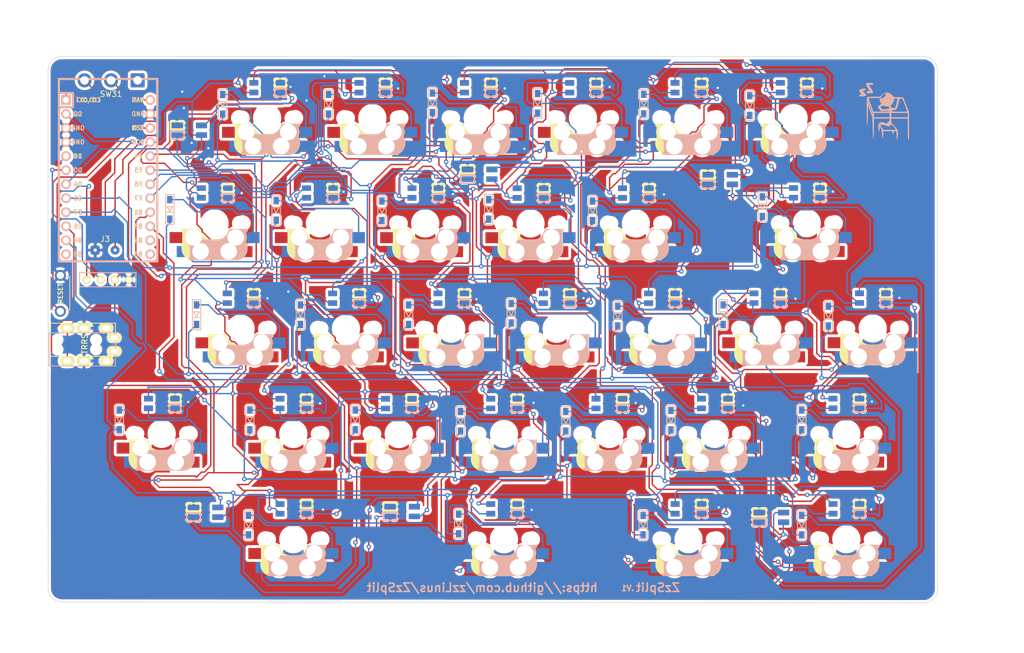
<source format=kicad_pcb>
(kicad_pcb (version 20211014) (generator pcbnew)
  (layers (0 "F.Cu" signal) (31 "B.Cu" signal) (34 "B.Paste" user) (35 "F.Paste" user) (36 "B.SilkS" user "B.Silkscreen") (37 "F.SilkS" user "F.Silkscreen") (38 "B.Mask" user) (39 "F.Mask" user) (44 "Edge.Cuts" user))
  (net 0 "")
  (net 1 "Net-(D1-Pad2)")
  (net 2 "Row1")
  (net 3 "Net-(D2-Pad2)")
  (net 4 "Row2")
  (net 5 "Net-(D3-Pad2)")
  (net 6 "Row3")
  (net 7 "Net-(D4-Pad2)")
  (net 8 "Row4")
  (net 9 "Net-(D5-Pad2)")
  (net 10 "Row5")
  (net 11 "Net-(D6-Pad2)")
  (net 12 "Net-(D7-Pad2)")
  (net 13 "Net-(D8-Pad2)")
  (net 14 "Net-(D9-Pad2)")
  (net 15 "Net-(D10-Pad2)")
  (net 16 "Net-(D11-Pad2)")
  (net 17 "Net-(D12-Pad2)")
  (net 18 "Net-(D13-Pad2)")
  (net 19 "Net-(D14-Pad2)")
  (net 20 "Net-(D15-Pad2)")
  (net 21 "Net-(D16-Pad2)")
  (net 22 "Net-(D17-Pad2)")
  (net 23 "Net-(D18-Pad2)")
  (net 24 "Net-(D19-Pad2)")
  (net 25 "Net-(D20-Pad2)")
  (net 26 "Net-(D21-Pad2)")
  (net 27 "Net-(D22-Pad2)")
  (net 28 "Net-(D23-Pad2)")
  (net 29 "Net-(D24-Pad2)")
  (net 30 "Net-(D25-Pad2)")
  (net 31 "Net-(D26-Pad2)")
  (net 32 "Net-(D27-Pad2)")
  (net 33 "Net-(D28-Pad2)")
  (net 34 "Net-(D29-Pad2)")
  (net 35 "Net-(D30-Pad2)")
  (net 36 "VDD")
  (net 37 "LED")
  (net 38 "Net-(D31-Pad1)")
  (net 39 "GND")
  (net 40 "Net-(D32-Pad1)")
  (net 41 "Net-(D33-Pad1)")
  (net 42 "Net-(D34-Pad1)")
  (net 43 "Net-(D35-Pad1)")
  (net 44 "backlight")
  (net 45 "SDA")
  (net 46 "SCL")
  (net 48 "data")
  (net 49 "Net-(J3-Pad2)")
  (net 50 "Net-(SW1-Pad1)")
  (net 51 "Net-(SW1-Pad3)")
  (net 52 "Col1")
  (net 53 "Net-(SW2-Pad3)")
  (net 54 "Col2")
  (net 55 "Net-(SW3-Pad1)")
  (net 56 "Net-(SW3-Pad3)")
  (net 57 "Col3")
  (net 58 "Net-(SW10-Pad1)")
  (net 59 "Col4")
  (net 60 "Net-(SW11-Pad3)")
  (net 61 "Net-(SW5-Pad3)")
  (net 62 "Col5")
  (net 63 "Net-(SW12-Pad1)")
  (net 64 "Col6")
  (net 65 "Net-(SW13-Pad3)")
  (net 66 "Net-(SW14-Pad1)")
  (net 67 "Net-(SW15-Pad3)")
  (net 68 "Net-(SW10-Pad3)")
  (net 69 "Net-(SW11-Pad1)")
  (net 70 "Net-(SW12-Pad3)")
  (net 71 "Net-(SW13-Pad1)")
  (net 72 "Net-(SW14-Pad3)")
  (net 73 "Net-(SW15-Pad1)")
  (net 74 "Net-(SW16-Pad3)")
  (net 75 "Net-(SW17-Pad1)")
  (net 76 "Net-(SW18-Pad3)")
  (net 77 "Net-(SW19-Pad1)")
  (net 78 "Net-(SW20-Pad3)")
  (net 79 "Net-(SW21-Pad1)")
  (net 80 "Net-(SW22-Pad3)")
  (net 81 "Net-(SW23-Pad1)")
  (net 82 "Net-(SW24-Pad3)")
  (net 84 "Net-(SW26-Pad3)")
  (net 85 "Net-(SW28-Pad3)")
  (net 87 "POW")
  (net 88 "Reset")
  (footprint "SofleRGB:SK6812MINI_and_cherry" (layer "F.Cu") (at 184.71 58.14 180)
    (fp_text reference "SW4" hide)
    (fp_text value "SW_PUSH-MX_W_LED" hide)
  )
  (footprint "SofleRGB:SK6812MINI_and_cherry" (layer "F.Cu") (at 165.66 58.14 180)
    (fp_text reference "SW3" hide)
    (fp_text value "SW_PUSH-MX_W_LED" hide)
  )
  (footprint "SofleRGB:SK6812MINI_and_cherry" (layer "F.Cu") (at 194.27 77.21 180)
    (fp_text reference "SW11" hide)
    (fp_text value "SW_PUSH-MX_W_LED" hide)
  )
  (footprint "SofleRGB:crkbd-diode" (layer "F.Cu") (at 176.5 55.46 90)
    (fp_text reference "D16" hide)
    (fp_text value "D-Lily58-cache" hide)
  )
  (footprint "SofleRGB:crkbd-diode" (layer "F.Cu") (at 217.17 74.168 90)
    (fp_text reference "D27" hide)
    (fp_text value "D-Lily58-cache" hide)
  )
  (footprint "SofleRGB:SK6812MINI_and_cherry" (layer "F.Cu") (at 118.07 77.19 180)
    (fp_text reference "SW7" hide)
    (fp_text value "SW_PUSH-MX_W_LED" hide)
  )
  (footprint "SofleRGB:crkbd-diode" (layer "F.Cu") (at 100.838 112.776 90)
    (fp_text reference "D5" hide)
    (fp_text value "D-Lily58-cache" hide)
  )
  (footprint "SofleRGB:SK6812MINI_underglow_dev" (layer "F.Cu") (at 166.03 68.31)
    (fp_text reference "D32" hide)
    (fp_text value "LED_sk2812_SM" hide)
  )
  (footprint "SofleRGB:crkbd-diode" (layer "F.Cu") (at 167.64 74.676 90)
    (fp_text reference "D17" hide)
    (fp_text value "D-Lily58-cache" hide)
  )
  (footprint "SofleRGB:crkbd-diode" (layer "F.Cu") (at 124.206 131.826 90)
    (fp_text reference "D10" hide)
    (fp_text value "D-Lily58-cache" hide)
  )
  (footprint "SofleRGB:crkbd-diode" (layer "F.Cu") (at 129.21 74.855 90)
    (fp_text reference "D7" hide)
    (fp_text value "D-Lily58-cache" hide)
  )
  (footprint "SofleRGB:SK6812MINI_and_cherry" (layer "F.Cu") (at 170.42 115.32 180)
    (fp_text reference "SW21" hide)
    (fp_text value "SW_PUSH-MX_W_LED" hide)
  )
  (footprint "SofleRGB:SK6812MINI_and_cherry" (layer "F.Cu") (at 237.12 96.23 180)
    (fp_text reference "SW30" hide)
    (fp_text value "SW_PUSH-MX_W_LED" hide)
  )
  (footprint "SofleRGB:SK6812MINI_and_cherry" (layer "F.Cu") (at 203.79 134.38 180)
    (fp_text reference "SW28" hide)
    (fp_text value "SW_PUSH-MX_W_LED" hide)
  )
  (footprint "SofleRGB:SK6812MINI_and_cherry" (layer "F.Cu") (at 137.12 77.19 180)
    (fp_text reference "SW8" hide)
    (fp_text value "SW_PUSH-MX_W_LED" hide)
  )
  (footprint "SofleRGB:SK6812MINI_underglow_dev" (layer "F.Cu") (at 113.5 60.34)
    (fp_text reference "D33" hide)
    (fp_text value "LED_sk2812_SM" hide)
  )
  (footprint "SofleRGB:SK6812MINI_and_cherry" (layer "F.Cu") (at 218.05 96.24 180)
    (fp_text reference "SW18" hide)
    (fp_text value "SW_PUSH-MX_W_LED" hide)
  )
  (footprint "Connector_Wire:SolderWire-0.1sqmm_1x02_P3.6mm_D0.4mm_OD1mm" (layer "F.Cu") (at 96.476 82.042)
    (fp_text reference "J3")
    (fp_text value "OLED")
  )
  (footprint "SofleRGB:SK6812MINI_and_cherry" (layer "F.Cu") (at 160.88 96.26 180)
    (fp_text reference "SW15" hide)
    (fp_text value "SW_PUSH-MX_W_LED" hide)
  )
  (footprint "SofleRGB:crkbd-diode" (layer "F.Cu") (at 138.684 55.626 90)
    (fp_text reference "D6" hide)
    (fp_text value "D-Lily58-cache" hide)
  )
  (footprint "SofleRGB:SK6812MINI_and_cherry" (layer "F.Cu") (at 127.57 58.13 180)
    (fp_text reference "SW1" hide)
    (fp_text value "SW_PUSH-MX_W_LED" hide)
  )
  (footprint "SofleRGB:crkbd-diode" (layer "F.Cu") (at 157.48 55.372 90)
    (fp_text reference "D11" hide)
    (fp_text value "D-Lily58-cache" hide)
  )
  (footprint "SofleRGB:SK6812MINI_and_cherry" (layer "F.Cu") (at 170.42 134.39 180)
    (fp_text reference "SW27" hide)
    (fp_text value "SW_PUSH-MX_W_LED" hide)
  )
  (footprint "SofleRGB:crkbd-diode" (layer "F.Cu") (at 114.808 93.726 90)
    (fp_text reference "D3" hide)
    (fp_text value "D-Lily58-cache" hide)
  )
  (footprint "SofleRGB:TACT_SWITCH_TVBP06" (layer "F.Cu") (at 90.17 89.87 90)
    (fp_text reference "SW32" hide)
    (fp_text value "SW_Push" hide)
  )
  (footprint "SofleRGB:crkbd-diode" (layer "F.Cu") (at 214.884 55.88 90)
    (fp_text reference "D26" hide)
    (fp_text value "D-Lily58-cache" hide)
  )
  (footprint "SofleRGB:SK6812MINI_and_cherry" (layer "F.Cu") (at 146.61 58.14 180)
    (fp_text reference "SW2" hide)
    (fp_text value "SW_PUSH-MX_W_LED" hide)
  )
  (footprint "SofleRGB:SK6812MINI_and_cherry" (layer "F.Cu") (at 122.77 96.25 180)
    (fp_text reference "SW13" hide)
    (fp_text value "SW_PUSH-MX_W_LED" hide)
  )
  (footprint "SofleRGB:SK6812MINI_and_cherry" (layer "F.Cu") (at 132.32 134.39 180)
    (fp_text reference "SW26" hide)
    (fp_text value "SW_PUSH-MX_W_LED" hide)
  )
  (footprint "SofleRGB:crkbd-diode" (layer "F.Cu") (at 224.282 131.826 90)
    (fp_text reference "D25" hide)
    (fp_text value "D-Lily58-cache" hide)
  )
  (footprint "SofleRGB:SK6812MINI_and_cherry" (layer "F.Cu") (at 232.36 134.38 180)
    (fp_text reference "SW29" hide)
    (fp_text value "SW_PUSH-MX_W_LED" hide)
  )
  (footprint "SofleRGB:SK6812MINI_and_cherry" (layer "F.Cu") (at 198.99 96.26 180)
    (fp_text reference "SW17" hide)
    (fp_text value "SW_PUSH-MX_W_LED" hide)
  )
  (footprint "SofleRGB:SK6812MINI_and_cherry" (layer "F.Cu") (at 108.5 115.3 180)
    (fp_text reference "SW25" hide)
    (fp_text value "SW_PUSH-MX_W_LED" hide)
  )
  (footprint "SofleRGB:crkbd-diode" (layer "F.Cu") (at 119.53 55.64 90)
    (fp_text reference "D1" hide)
    (fp_text value "D-Lily58-cache" hide)
  )
  (footprint "SofleRGB:crkbd-diode" (layer "F.Cu") (at 186.436 74.93 90)
    (fp_text reference "D22" hide)
    (fp_text value "D-Lily58-cache" hide)
  )
  (footprint "SofleRGB:MJ-4PP-9" (layer "F.Cu") (at 88.13 98.265 90)
    (fp_text reference "J2")
    (fp_text value "MJ-4PP-9-Lily58-cache" hide)
  )
  (footprint "SofleRGB:SK6812MINI_and_cherry" (layer "F.Cu") (at 132.31 115.32 180)
    (fp_text reference "SW19" hide)
    (fp_text value "SW_PUSH-MX_W_LED" hide)
  )
  (footprint "SofleRGB:crkbd-diode" (layer "F.Cu") (at 210.058 93.726 90)
    (fp_text reference "D28" hide)
    (fp_text value "D-Lily58-cache" hide)
  )
  (footprint "SofleRGB:SK6812MINI_and_cherry" (layer "F.Cu") (at 151.38 115.33 180)
    (fp_text reference "SW20" hide)
    (fp_text value "SW_PUSH-MX_W_LED" hide)
  )
  (footprint "SofleRGB:SK6812MINI_and_cherry" (layer "F.Cu") (at 208.54 115.31 180)
    (fp_text reference "SW23" hide)
    (fp_text value "SW_PUSH-MX_W_LED" hide)
  )
  (footprint "SofleRGB:SK6812MINI_and_cherry" (layer "F.Cu") (at 225.2 77.17 180)
    (fp_text reference "SW12" hide)
    (fp_text value "SW_PUSH-MX_W_LED" hide)
  )
  (footprint "SofleRGB:SK6812MINI_underglow_dev" (layer "F.Cu") (at 116.46 129.5)
    (fp_text reference "D34" hide)
    (fp_text value "LED_sk2812_SM" hide)
  )
  (footprint "SofleRGB:crkbd-diode" (layer "F.Cu") (at 153.162 93.726 90)
    (fp_text reference "D13" hide)
    (fp_text value "D-Lily58-cache" hide)
  )
  (footprint "SofleRGB:crkbd-diode" (layer "F.Cu") (at 109.982 74.676 90)
    (fp_text reference "D2" hide)
    (fp_text value "D-Lily58-cache" hide)
  )
  (footprint "SofleRGB:SK6812MINI_and_cherry" (layer "F.Cu") (at 222.81 58.13 180)
    (fp_text reference "SW6" hide)
    (fp_text value "SW_PUSH-MX_W_LED" hide)
  )
  (footprint "SofleRGB:crkbd-diode" (layer "F.Cu") (at 195.58 131.826 90)
    (fp_text reference "D20" hide)
    (fp_text value "D-Lily58-cache" hide)
  )
  (footprint "SofleRGB:OLED_4Pin" (layer "F.Cu") (at 94.93 87.39)
    (fp_text reference "J1" hide)
    (fp_text value "OLED" hide)
  )
  (footprint "SofleRGB:crkbd-diode" (layer "F.Cu") (at 229.108 93.98 90)
    (fp_text reference "D30" hide)
    (fp_text value "D-Lily58-cache" hide)
  )
  (footprint "SofleRGB:crkbd-diode" (layer "F.Cu") (at 181.61 113.03 90)
    (fp_text reference "D19" hide)
    (fp_text value "D-Lily58-cache" hide)
  )
  (footprint "SofleRGB:crkbd-diode" (layer "F.Cu") (at 191.008 93.98 90)
    (fp_text reference "D23" hide)
    (fp_text value "D-Lily58-cache" hide)
  )
  (footprint "SofleRGB:SK6812MINI_and_cherry" (layer "F.Cu") (at 203.77 58.14 180)
    (fp_text reference "SW5" hide)
    (fp_text value "SW_PUSH-MX_W_LED" hide)
  )
  (footprint "SofleRGB:SK6812MINI_and_cherry" (layer "F.Cu") (at 175.21 77.21 180)
    (fp_text reference "SW10" hide)
    (fp_text value "SW_PUSH-MX_W_LED" hide)
  )
  (footprint "SofleRGB:SK6812MINI_underglow_dev" (layer "F.Cu") (at 152.02 129.37)
    (fp_text reference "D35" hide)
    (fp_text value "LED_sk2812_SM" hide)
  )
  (footprint "SofleRGB:crkbd-diode" (layer "F.Cu") (at 195.72 55.6 90)
    (fp_text reference "D21" hide)
    (fp_text value "D-Lily58-cache" hide)
  )
  (footprint "SofleRGB:crkbd-diode" (layer "F.Cu") (at 162.56 113.03 90)
    (fp_text reference "D14" hide)
    (fp_text value "D-Lily58-cache" hide)
  )
  (footprint "SofleRGB:crkbd-diode" (layer "F.Cu") (at 171.71 93.47 90)
    (fp_text reference "D18" hide)
    (fp_text value "D-Lily58-cache" hide)
  )
  (footprint "KeebioParts:ArduinoProMicro" (layer "F.Cu") (at 98.806 68.834 -90)
    (fp_text reference "U1" hide)
    (fp_text value "ProMicro" hide)
  )
  (footprint "SofleRGB:SK6812MINI_underglow_dev" (layer "F.Cu") (at 218.8021 130.43)
    (fp_text reference "D36" hide)
    (fp_text value "LED_sk2812_SM" hide)
  )
  (footprint "SofleRGB:SK6812MINI_and_cherry" (layer "F.Cu") (at 141.83 96.26 180)
    (fp_text reference "SW14" hide)
    (fp_text value "SW_PUSH-MX_W_LED" hide)
  )
  (footprint "SofleRGB:SK6812MINI_underglow_dev" (layer "F.Cu") (at 209.5221 69.27)
    (fp_text reference "D31" hide)
    (fp_text value "LED_sk2812_SM" hide)
  )
  (footprint "SofleRGB:crkbd-diode" (layer "F.Cu") (at 148.34 74.92 90)
    (fp_text reference "D12" hide)
    (fp_text value "D-Lily58-cache" hide)
  )
  (footprint "SofleRGB:SK6812MINI_and_cherry" (layer "F.Cu") (at 189.48 115.32 180)
    (fp_text reference "SW22" hide)
    (fp_text value "SW_PUSH-MX_W_LED" hide)
  )
  (footprint "SofleRGB:SK6812MINI_and_cherry" (layer "F.Cu") (at 232.35 115.3 180)
    (fp_text reference "SW24" hide)
    (fp_text value "SW_PUSH-MX_W_LED" hide)
  )
  (footprint "Connector_Wire:SolderWire-0.75sqmm_1x03_P4.8mm_D1.25mm_OD2.3mm" (layer "F.Cu") (at 104.14 51.308 180)
    (fp_text reference "SW31")
    (fp_text value "SW_SPDT")
  )
  (footprint "SofleRGB:crkbd-diode" (layer "F.Cu") (at 124.46 112.776 90)
    (fp_text reference "D4" hide)
    (fp_text value "D-Lily58-cache" hide)
  )
  (footprint "SofleRGB:crkbd-diode" (layer "F.Cu") (at 133.604 93.729 90)
    (fp_text reference "D8" hide)
    (fp_text value "D-Lily58-cache" hide)
  )
  (footprint "SofleRGB:crkbd-diode" (layer "F.Cu") (at 200.63 112.82 90)
    (fp_text reference "D24" hide)
    (fp_text value "D-Lily58-cache" hide)
  )
  (footprint "SofleRGB:SK6812MINI_and_cherry" (layer "F.Cu") (at 156.17 77.2 180)
    (fp_text reference "SW9" hide)
    (fp_text value "SW_PUSH-MX_W_LED" hide)
  )
  (footprint "SofleRGB:crkbd-diode" (layer "F.Cu") (at 143.51 112.776 90)
    (fp_text reference "D9" hide)
    (fp_text value "D-Lily58-cache" hide)
  )
  (footprint "SofleRGB:crkbd-diode" (layer "F.Cu") (at 224.282 112.776 90)
    (fp_text reference "D29" hide)
    (fp_text value "D-Lily58-cache" hide)
  )
  (footprint "SofleRGB:crkbd-diode" (layer "F.Cu") (at 162.21 131.61 90)
    (fp_text reference "D15" hide)
    (fp_text value "D-Lily58-cache" hide)
  )
  (footprint "SofleRGB:SK6812MINI_and_cherry" (layer "F.Cu") (at 179.94 96.26 180)
    (fp_text reference "SW16" hide)
    (fp_text value "SW_PUSH-MX_W_LED" hide)
  )
  (footprint "logo:melogo" (layer "B.Cu") (at 239.73 56.97 180)
    (fp_text reference "ZzSplit      https://github.com/zzLinus/ZzSplit")
    (fp_text value "LOGO" hide)
  )
  (gr_line (start 87.924 49.49) (end 87.964 143.25) (layer "Edge.Cuts") (width 0.1))
  (gr_line (start 246.33392 145.88998) (end 90.464 145.75) (layer "Edge.Cuts") (width 0.1))
  (gr_arc (start 87.924 49.49) (mid 88.656233 47.722233) (end 90.424 46.99) (layer "Edge.Cuts") (width 0.1))
  (gr_arc (start 248.854 143.38) (mid 248.115271 145.158398) (end 246.33392 145.88998) (layer "Edge.Cuts") (width 0.1))
  (gr_line (start 248.824019 49.52) (end 248.854 143.38) (layer "Edge.Cuts") (width 0.1))
  (gr_arc (start 90.464 145.75) (mid 88.696233 145.017767) (end 87.964 143.25) (layer "Edge.Cuts") (width 0.1))
  (gr_arc (start 246.334 47.020001) (mid 248.095312 47.755759) (end 248.824019 49.52) (layer "Edge.Cuts") (width 0.1))
  (gr_line (start 90.424 46.99) (end 246.334 47.020001) (layer "Edge.Cuts") (width 0.1))
  (gr_text ".V1" (at 192.79 143.25) (layer "B.SilkS") (effects (font (size 1 1) (thickness 0.25)) (justify mirror)))
  (segment (start 134.7 57.08) (end 134.57 57.21) (width 0.25) (layer "B.Cu") (net 1))
  (segment (start 134.57 57.21) (end 134.57 60.71) (width 0.25) (layer "B.Cu") (net 1))
  (segment (start 122.61 55.47) (end 133.09 55.47) (width 0.25) (layer "B.Cu") (net 1))
  (segment (start 119.53 53.865) (end 121.005 53.865) (width 0.25) (layer "B.Cu") (net 1))
  (segment (start 133.09 55.47) (end 134.7 57.08) (width 0.25) (layer "B.Cu") (net 1))
  (segment (start 121.005 53.865) (end 122.61 55.47) (width 0.25) (layer "B.Cu") (net 1))
  (via (at 214.02 65.76) (size 0.8) (drill 0.4) (layers "F.Cu" "B.Cu") (net 2))
  (via (at 118.6 65.73) (size 0.8) (drill 0.4) (layers "F.Cu" "B.Cu") (net 2))
  (via (at 195.04 65.76) (size 0.8) (drill 0.4) (layers "F.Cu" "B.Cu") (net 2))
  (via (at 175.68 65.49) (size 0.8) (drill 0.4) (layers "F.Cu" "B.Cu") (net 2))
  (via (at 156.99 65.78) (size 0.8) (drill 0.4) (layers "F.Cu" "B.Cu") (net 2))
  (segment (start 175.63 65.44) (end 175.68 65.49) (width 0.25) (layer "B.Cu") (net 2))
  (segment (start 117.76 66.89) (end 118.6 66.05) (width 0.25) (layer "B.Cu") (net 2))
  (segment (start 157.1 58.48) (end 157.02 58.56) (width 0.25) (layer "B.Cu") (net 2))
  (segment (start 175.63 58.66) (end 175.63 65.44) (width 0.25) (layer "B.Cu") (net 2))
  (segment (start 118.63 59.22) (end 118.6 59.25) (width 0.25) (layer "B.Cu") (net 2))
  (segment (start 112.61 66.89) (end 117.76 66.89) (width 0.25) (layer "B.Cu") (net 2))
  (segment (start 139.33 67.13) (end 139.185 66.985) (width 0.25) (layer "B.Cu") (net 2))
  (segment (start 111.91 66.14) (end 109.47 63.7) (width 0.25) (layer "B.Cu") (net 2))
  (segment (start 119.53 58.32) (end 118.63 59.22) (width 0.25) (layer "B.Cu") (net 2))
  (segment (start 214.884 57.655) (end 214.675 57.655) (width 0.25) (layer "B.Cu") (net 2))
  (segment (start 118.6 66.05) (end 118.6 65.73) (width 0.25) (layer "B.Cu") (net 2))
  (segment (start 118.6 59.25) (end 118.6 65.73) (width 0.25) (layer "B.Cu") (net 2))
  (segment (start 214.02 65.76) (end 195.04 65.76) (width 0.25) (layer "B.Cu") (net 2))
  (segment (start 144.24 65.78) (end 142.82 67.2) (width 0.25) (layer "B.Cu") (net 2))
  (segment (start 176.5 57.235) (end 175.63 58.105) (width 0.25) (layer "B.Cu") (net 2))
  (segment (start 175.63 58.105) (end 175.63 58.66) (width 0.25) (layer "B.Cu") (net 2))
  (segment (start 156.99 65.78) (end 144.24 65.78) (width 0.25) (layer "B.Cu") (net 2))
  (segment (start 195.04 65.76) (end 175.95 65.76) (width 0.25) (layer "B.Cu") (net 2))
  (segment (start 195.01 58.085) (end 195.01 58.64) (width 0.25) (layer "B.Cu") (net 2))
  (segment (start 214.675 57.655) (end 213.91 58.42) (width 0.25) (layer "B.Cu") (net 2))
  (segment (start 137.877701 63.912396) (end 137.877701 59.142299) (width 0.25) (layer "B.Cu") (net 2))
  (segment (start 139.185 66.985) (end 139.185 64.895195) (width 0.25) (layer "B.Cu") (net 2))
  (segment (start 137.877701 59.142299) (end 138.684 58.336) (width 0.25) (layer "B.Cu") (net 2))
  (segment (start 119.53 57.415) (end 119.53 58.32) (width 0.25) (layer "B.Cu") (net 2))
  (segment (start 97.59 63.7) (end 91.186 70.104) (width 0.25) (layer "B.Cu") (net 2))
  (segment (start 111.91 66.19) (end 112.61 66.89) (width 0.25) (layer "B.Cu") (net 2))
  (segment (start 111.91 66.19) (end 111.91 66.14) (width 0.25) (layer "B.Cu") (net 2))
  (segment (start 175.68 65.49) (end 175.38 65.19) (width 0.25) (layer "B.Cu") (net 2))
  (segment (start 133.88 67.13) (end 132.67 65.92) (width 0.25) (layer "B.Cu") (net 2))
  (segment (start 175.95 65.76) (end 175.68 65.49) (width 0.25) (layer "B.Cu") (net 2))
  (segment (start 213.91 65.65) (end 214.02 65.76) (width 0.25) (layer "B.Cu") (net 2))
  (segment (start 175.38 65.19) (end 157.58 65.19) (width 0.25) (layer "B.Cu") (net 2))
  (segment (start 195.01 65.73) (end 195.04 65.76) (width 0.25) (layer "B.Cu") (net 2))
  (segment (start 141.866396 67.2) (end 141.796396 67.13) (width 0.25) (layer "B.Cu") (net 2))
  (segment (start 109.47 63.7) (end 97.59 63.7) (width 0.25) (layer "B.Cu") (net 2))
  (segment (start 141.796396 67.13) (end 139.33 67.13) (width 0.25) (layer "B.Cu") (net 2))
  (segment (start 138.202201 63.912396) (end 137.877701 63.912396) (width 0.25) (layer "B.Cu") (net 2))
  (segment (start 157.58 65.19) (end 156.99 65.78) (width 0.25) (layer "B.Cu") (net 2))
  (segment (start 138.684 58.336) (end 138.684 57.401) (width 0.25) (layer "B.Cu") (net 2))
  (segment (start 157.48 57.147) (end 157.48 58.1) (width 0.25) (layer "B.Cu") (net 2))
  (segment (start 157.02 58.56) (end 156.99 65.78) (width 0.25) (layer "B.Cu") (net 2))
  (segment (start 156.99 65.78) (end 157.02 65.78) (width 0.25) (layer "B.Cu") (net 2))
  (segment (start 195.01 58.64) (end 195.01 65.73) (width 0.25) (layer "B.Cu") (net 2))
  (segment (start 133.88 67.13) (end 139.33 67.13) (width 0.25) (layer "B.Cu") (net 2))
  (segment (start 132.67 65.92) (end 118.79 65.92) (width 0.25) (layer "B.Cu") (net 2))
  (segment (start 195.72 57.375) (end 195.01 58.085) (width 0.25) (layer "B.Cu") (net 2))
  (segment (start 142.82 67.2) (end 141.866396 67.2) (width 0.25) (layer "B.Cu") (net 2))
  (segment (start 213.91 58.42) (end 213.91 65.65) (width 0.25) (layer "B.Cu") (net 2))
  (segment (start 157.48 58.1) (end 157.1 58.48) (width 0.25) (layer "B.Cu") (net 2))
  (segment (start 118.79 65.92) (end 118.6 65.73) (width 0.25) (layer "B.Cu") (net 2))
  (segment (start 139.185 64.895195) (end 138.202201 63.912396) (width 0.25) (layer "B.Cu") (net 2))
  (segment (start 114.6 75.1) (end 115.98 75.1) (width 0.25) (layer "B.Cu") (net 3))
  (segment (start 109.982 72.901) (end 112.401 72.901) (width 0.25) (layer "B.Cu") (net 3))
  (segment (start 125.03 75.49) (end 125.07 75.53) (width 0.25) (layer "B.Cu") (net 3))
  (segment (start 125.07 75.53) (end 125.07 79.77) (width 0.25) (layer "B.Cu") (net 3))
  (segment (start 116.49 74.59) (end 121.26 74.59) (width 0.25) (layer "B.Cu") (net 3))
  (segment (start 115.98 75.1) (end 116.49 74.59) (width 0.25) (layer "B.Cu") (net 3))
  (segment (start 112.401 72.901) (end 114.6 75.1) (width 0.25) (layer "B.Cu") (net 3))
  (segment (start 122.16 75.49) (end 125.03 75.49) (width 0.25) (layer "B.Cu") (net 3))
  (segment (start 121.26 74.59) (end 122.16 75.49) (width 0.25) (layer "B.Cu") (net 3))
  (via (at 166.31 84.97) (size 0.8) (drill 0.4) (layers "F.Cu" "B.Cu") (net 4))
  (via (at 128.47 85.26) (size 0.8) (drill 0.4) (layers "F.Cu" "B.Cu") (net 4))
  (via (at 216.11 84.94) (size 0.8) (drill 0.4) (layers "F.Cu" "B.Cu") (net 4))
  (via (at 147.16 85.13) (size 0.8) (drill 0.4) (layers "F.Cu" "B.Cu") (net 4))
  (via (at 185.34 84.94) (size 0.8) (drill 0.4) (layers "F.Cu" "B.Cu") (net 4))
  (via (at 109.97 85.23) (size 0.8) (drill 0.4) (layers "F.Cu" "B.Cu") (net 4))
  (segment (start 105.44 85.23) (end 103.01 82.8) (width 0.25) (layer "B.Cu") (net 4))
  (segment (start 103.01 82.8) (end 103.01 74.64) (width 0.25) (layer "B.Cu") (net 4))
  (segment (start 109.36 77.77) (end 109.36 84.68) (width 0.25) (layer "B.Cu") (net 4))
  (segment (start 109.982 77.148) (end 109.36 77.77) (width 0.25) (layer "B.Cu") (net 4))
  (segment (start 217.17 75.943) (end 217.17 76.44) (width 0.25) (layer "B.Cu") (net 4))
  (segment (start 148.34 76.695) (end 148.235 76.695) (width 0.25) (layer "B.Cu") (net 4))
  (segment (start 216.11 77.5) (end 216.11 84.94) (width 0.25) (layer "B.Cu") (net 4))
  (segment (start 147.32 84.97) (end 147.16 85.13) (width 0.25) (layer "B.Cu") (net 4))
  (segment (start 167.599 76.451) (end 166.39 77.66) (width 0.25) (layer "B.Cu") (net 4))
  (segment (start 185.34 78.38) (end 185.34 84.94) (width 0.25) (layer "B.Cu") (net 4))
  (segment (start 167.64 76.451) (end 167.599 76.451) (width 0.25) (layer "B.Cu") (net 4))
  (segment (start 147.11 77.82) (end 147.11 85.08) (width 0.25) (layer "B.Cu") (net 4))
  (segment (start 103.01 74.64) (end 100.81 72.44) (width 0.25) (layer "B.Cu") (net 4))
  (segment (start 147.11 85.08) (end 147.16 85.13) (width 0.25) (layer "B.Cu") (net 4))
  (segment (start 128.45 85.24) (end 128.47 85.26) (width 0.25) (layer "B.Cu") (net 4))
  (segment (start 166.31 77.74) (end 166.31 84.97) (width 0.25) (layer "B.Cu") (net 4))
  (segment (start 128.45 77.98) (end 128.45 85.24) (width 0.25) (layer "B.Cu") (net 4))
  (segment (start 147.16 85.13) (end 128.6 85.13) (width 0.25) (layer "B.Cu") (net 4))
  (segment (start 109.36 84.68) (end 109.97 85.23) (width 0.25) (layer "B.Cu") (net 4))
  (segment (start 186.436 77.284) (end 185.5 78.22) (width 0.25) (layer "B.Cu") (net 4))
  (segment (start 148.235 76.695) (end 147.11 77.82) (width 0.25) (layer "B.Cu") (net 4))
  (segment (start 186.436 76.705) (end 186.436 77.284) (width 0.25) (layer "B.Cu") (net 4))
  (segment (start 109.97 85.23) (end 109.97 85.29) (width 0.25) (layer "B.Cu") (net 4))
  (segment (start 166.34 84.94) (end 166.31 84.97) (width 0.25) (layer "B.Cu") (net 4))
  (segment (start 128.47 85.26) (end 110 85.26) (width 0.25) (layer "B.Cu") (net 4))
  (segment (start 109.97 85.23) (end 105.44 85.23) (width 0.25) (layer "B.Cu") (net 4))
  (segment (start 110 85.26) (end 109.97 85.23) (width 0.25) (layer "B.Cu") (net 4))
  (segment (start 217.17 76.44) (end 216.11 77.5) (width 0.25) (layer "B.Cu") (net 4))
  (segment (start 100.606 72.644) (end 91.186 72.644) (width 0.25) (layer "B.Cu") (net 4))
  (segment (start 216.11 84.94) (end 185.34 84.94) (width 0.25) (layer "B.Cu") (net 4))
  (segment (start 185.34 84.94) (end 166.34 84.94) (width 0.25) (layer "B.Cu") (net 4))
  (segment (start 185.5 78.22) (end 185.34 78.38) (width 0.25) (layer "B.Cu") (net 4))
  (segment (start 166.31 84.97) (end 147.32 84.97) (width 0.25) (layer "B.Cu") (net 4))
  (segment (start 109.982 76.451) (end 109.982 77.148) (width 0.25) (layer "B.Cu") (net 4))
  (segment (start 100.81 72.44) (end 100.606 72.644) (width 0.25) (layer "B.Cu") (net 4))
  (segment (start 166.39 77.66) (end 166.31 77.74) (width 0.25) (layer "B.Cu") (net 4))
  (segment (start 128.6 85.13) (end 128.47 85.26) (width 0.25) (layer "B.Cu") (net 4))
  (segment (start 129.21 77.22) (end 128.45 77.98) (width 0.25) (layer "B.Cu") (net 4))
  (segment (start 129.21 76.63) (end 129.21 77.22) (width 0.25) (layer "B.Cu") (net 4))
  (segment (start 127.63 93.64) (end 129.77 95.78) (width 0.25) (layer "B.Cu") (net 5))
  (segment (start 129.77 95.78) (end 129.77 98.83) (width 0.25) (layer "B.Cu") (net 5))
  (segment (start 118.62 93.64) (end 127.63 93.64) (width 0.25) (layer "B.Cu") (net 5))
  (segment (start 114.808 91.951) (end 116.931 91.951) (width 0.25) (layer "B.Cu") (net 5))
  (segment (start 116.931 91.951) (end 118.62 93.64) (width 0.25) (layer "B.Cu") (net 5))
  (via (at 113.38 104.47) (size 0.8) (drill 0.4) (layers "F.Cu" "B.Cu") (net 6))
  (via (at 170.79 104.59) (size 0.8) (drill 0.4) (layers "F.Cu" "B.Cu") (net 6))
  (via (at 132.89 104.39) (size 0.8) (drill 0.4) (layers "F.Cu" "B.Cu") (net 6))
  (via (at 189.99 105.26) (size 0.8) (drill 0.4) (layers "F.Cu" "B.Cu") (net 6))
  (via (at 208.84 105.12) (size 0.8) (drill 0.4) (layers "F.Cu" "B.Cu") (net 6))
  (via (at 151.72 104.34) (size 0.8) (drill 0.4) (layers "F.Cu" "B.Cu") (net 6))
  (segment (start 153.162 95.501) (end 152.133 96.53) (width 0.25) (layer "B.Cu") (net 6))
  (segment (start 208.68 96.01) (end 208.68 104.96) (width 0.25) (layer "B.Cu") (net 6))
  (segment (start 114.808 95.532) (end 113.68 96.66) (width 0.25) (layer "B.Cu") (net 6))
  (segment (start 170.79 104.59) (end 151.97 104.59) (width 0.25) (layer "B.Cu") (net 6))
  (segment (start 105.59 98.67) (end 105.59 86.52) (width 0.25) (layer "B.Cu") (net 6))
  (segment (start 113.68 96.66) (end 113.38 96.96) (width 0.25) (layer "B.Cu") (net 6))
  (segment (start 151.72 96.86) (end 151.72 104.34) (width 0.25) (layer "B.Cu") (net 6))
  (segment (start 170.9 96.51) (end 170.79 96.62) (width 0.25) (layer "B.Cu") (net 6))
  (segment (start 133.02 104.26) (end 132.89 104.39) (width 0.25) (layer "B.Cu") (net 6))
  (segment (start 191.008 95.755) (end 191.008 96.182) (width 0.25) (layer "B.Cu") (net 6))
  (segment (start 208.84 105.12) (end 190.13 105.12) (width 0.25) (layer "B.Cu") (net 6))
  (segment (start 113.38 104.47) (end 111.39 104.47) (width 0.25) (layer "B.Cu") (net 6))
  (segment (start 113.46 104.39) (end 113.38 104.47) (width 0.25) (layer "B.Cu") (net 6))
  (segment (start 102.32 77.02) (end 99.93 74.63) (width 0.25) (layer "B.Cu") (net 6))
  (segment (start 132.94 104.34) (end 132.89 104.39) (width 0.25) (layer "B.Cu") (net 6))
  (segment (start 133.02 96.91) (end 133.02 104.26) (width 0.25) (layer "B.Cu") (net 6))
  (segment (start 102.32 83.25) (end 102.32 77.02) (width 0.25) (layer "B.Cu") (net 6))
  (segment (start 151.97 104.59) (end 151.72 104.34) (width 0.25) (layer "B.Cu") (net 6))
  (segment (start 209.189 95.501) (end 208.68 96.01) (width 0.25) (layer "B.Cu") (net 6))
  (segment (start 99.93 74.63) (end 99.376 75.184) (width 0.25) (layer "B.Cu") (net 6))
  (segment (start 152.133 96.53) (end 152.05 96.53) (width 0.25) (layer "B.Cu") (net 6))
  (segment (start 114.808 95.501) (end 114.808 95.532) (width 0.25) (layer "B.Cu") (net 6))
  (segment (start 189.99 105.26) (end 171.46 105.26) (width 0.25) (layer "B.Cu") (net 6))
  (segment (start 133.02 96.088) (end 133.02 96.91) (width 0.25) (layer "B.Cu") (net 6))
  (segment (start 210.058 95.501) (end 209.189 95.501) (width 0.25) (layer "B.Cu") (net 6))
  (segment (start 208.68 104.96) (end 208.84 105.12) (width 0.25) (layer "B.Cu") (net 6))
  (segment (start 133.604 95.504) (end 133.02 96.088) (width 0.25) (layer "B.Cu") (net 6))
  (segment (start 171.71 95.245) (end 171.71 95.7) (width 0.25) (layer "B.Cu") (net 6))
  (segment (start 170.79 96.62) (end 170.79 104.59) (width 0.25) (layer "B.Cu") (net 6))
  (segment (start 132.89 104.39) (end 113.46 104.39) (width 0.25) (layer "B.Cu") (net 6))
  (segment (start 113.38 96.96) (end 113.38 104.47) (width 0.25) (layer "B.Cu") (net 6))
  (segment (start 190.13 105.12) (end 189.99 105.26) (width 0.25) (layer "B.Cu") (net 6))
  (segment (start 171.46 105.26) (end 170.79 104.59) (width 0.25) (layer "B.Cu") (net 6))
  (segment (start 171.71 95.7) (end 170.9 96.51) (width 0.25) (layer "B.Cu") (net 6))
  (segment (start 151.72 104.34) (end 132.94 104.34) (width 0.25) (layer "B.Cu") (net 6))
  (segment (start 152.05 96.53) (end 151.72 96.86) (width 0.25) (layer "B.Cu") (net 6))
  (segment (start 189.99 97.2) (end 189.99 105.26) (width 0.25) (layer "B.Cu") (net 6))
  (segment (start 111.39 104.47) (end 105.59 98.67) (width 0.25) (layer "B.Cu") (net 6))
  (segment (start 190.04 97.15) (end 189.99 97.2) (width 0.25) (layer "B.Cu") (net 6))
  (segment (start 99.376 75.184) (end 91.186 75.184) (width 0.25) (layer "B.Cu") (net 6))
  (segment (start 105.59 86.52) (end 102.32 83.25) (width 0.25) (layer "B.Cu") (net 6))
  (segment (start 191.008 96.182) (end 190.04 97.15) (width 0.25) (layer "B.Cu") (net 6))
  (segment (start 128.31 112.89) (end 138.707668 112.89) (width 0.25) (layer "B.Cu") (net 7))
  (segment (start 138.707668 112.89) (end 139.31 113.492332) (width 0.25) (layer "B.Cu") (net 7))
  (segment (start 124.46 111.001) (end 126.421 111.001) (width 0.25) (layer "B.Cu") (net 7))
  (segment (start 126.421 111.001) (end 128.31 112.89) (width 0.25) (layer "B.Cu") (net 7))
  (segment (start 139.31 113.492332) (end 139.31 117.9) (width 0.25) (layer "B.Cu") (net 7))
  (segment (start 113.77 106.54) (end 116.27 109.19) (width 0.25) (layer "F.Cu") (net 8))
  (segment (start 88.56 96.89) (end 88.56 99.99) (width 0.25) (layer "F.Cu") (net 8))
  (segment (start 89.83 104.21) (end 92.16 106.54) (width 0.25) (layer "F.Cu") (net 8))
  (segment (start 92.13 94.75) (end 91.07 94.75) (width 0.25) (layer "F.Cu") (net 8))
  (segment (start 92.63 79.168) (end 92.63 93.18) (width 0.25) (layer "F.Cu") (net 8))
  (segment (start 90.7 94.75) (end 89.59 95.86) (width 0.25) (layer "F.Cu") (net 8))
  (segment (start 92.63 93.18) (end 92.63 94.25) (width 0.25) (layer "F.Cu") (net 8))
  (segment (start 88.56 99.99) (end 88.56 102.94) (width 0.25) (layer "F.Cu") (net 8))
  (segment (start 116.27 109.19) (end 116.26 109.03) (width 0.25) (layer "F.Cu") (net 8))
  (segment (start 111.64 106.54) (end 113.77 106.54) (width 0.25) (layer "F.Cu") (net 8))
  (segment (start 92.16 106.54) (end 111.64 106.54) (width 0.25) (layer "F.Cu") (net 8))
  (segment (start 91.07 94.75) (end 90.7 94.75) (width 0.25) (layer "F.Cu") (net 8))
  (segment (start 88.56 102.94) (end 89.83 104.21) (width 0.25) (layer "F.Cu") (net 8))
  (segment (start 89.59 95.86) (end 88.56 96.89) (width 0.25) (layer "F.Cu") (net 8))
  (segment (start 91.186 77.724) (end 92.63 79.168) (width 0.25) (layer "F.Cu") (net 8))
  (segment (start 92.63 94.25) (end 92.13 94.75) (width 0.25) (layer "F.Cu") (net 8))
  (via (at 180.61 123) (size 0.8) (drill 0.4) (layers "F.Cu" "B.Cu") (net 8))
  (via (at 161.59 123.54) (size 0.8) (drill 0.4) (layers "F.Cu" "B.Cu") (net 8))
  (via (at 142.59 123.08) (size 0.8) (drill 0.4) (layers "F.Cu" "B.Cu") (net 8))
  (via (at 223.13 123.49) (size 0.8) (drill 0.4) (layers "F.Cu" "B.Cu") (net 8))
  (via (at 199.54 123.84) (size 0.8) (drill 0.4) (layers "F.Cu" "B.Cu") (net 8))
  (via (at 123.45 123.49) (size 0.8) (drill 0.4) (layers "F.Cu" "B.Cu") (net 8))
  (via (at 116.27 109.19) (size 0.8) (drill 0.4) (layers "F.Cu" "B.Cu") (net 8))
  (segment (start 180.61 123) (end 198.7 123) (width 0.25) (layer "B.Cu") (net 8))
  (segment (start 124.46 114.551) (end 124.46 115.33) (width 0.25) (layer "B.Cu") (net 8))
  (segment (start 143.51 114.551) (end 143.51 114.91) (width 0.25) (layer "B.Cu") (net 8))
  (segment (start 199.54 123.84) (end 199.56 123.79) (width 0.25) (layer "B.Cu") (net 8))
  (segment (start 161.59 115.94) (end 161.59 123.54) (width 0.25) (layer "B.Cu") (net 8))
  (segment (start 222.78 123.84) (end 223.13 123.49) (width 0.25) (layer "B.Cu") (net 8))
  (segment (start 142.41 116.01) (end 142.41 122.9) (width 0.25) (layer "B.Cu") (net 8))
  (segment (start 142.18 123.49) (end 142.59 123.08) (width 0.25) (layer "B.Cu") (net 8))
  (segment (start 123.45 116.34) (end 123.45 123.49) (width 0.25) (layer "B.Cu") (net 8))
  (segment (start 224.282 115.068) (end 223.29 116.06) (width 0.25) (layer "B.Cu") (net 8))
  (segment (start 223.13 116.22) (end 223.13 123.49) (width 0.25) (layer "B.Cu") (net 8))
  (segment (start 181.61 114.805) (end 181.61 115) (width 0.25) (layer "B.Cu") (net 8))
  (segment (start 142.41 122.9) (end 142.59 123.08) (width 0.25) (layer "B.Cu") (net 8))
  (segment (start 161.76 115.77) (end 161.59 115.94) (width 0.25) (layer "B.Cu") (net 8))
  (segment (start 200.63 114.595) (end 200.63 115.07) (width 0.25) (layer "B.Cu") (net 8))
  (segment (start 181.61 115) (end 180.79 115.82) (width 0.25) (layer "B.Cu") (net 8))
  (segment (start 200.63 115.07) (end 199.86 115.84) (width 0.25) (layer "B.Cu") (net 8))
  (segment (start 180.61 116) (end 180.61 123) (width 0.25) (layer "B.Cu") (net 8))
  (segment (start 123.42 116.34) (end 116.27 109.19) (width 0.25) (layer "B.Cu") (net 8))
  (segment (start 123.45 123.49) (end 142.18 123.49) (width 0.25) (layer "B.Cu") (net 8))
  (segment (start 123.45 116.34) (end 123.42 116.34) (width 0.25) (layer "B.Cu") (net 8))
  (segment (start 161.59 123.54) (end 180.07 123.54) (width 0.25) (layer "B.Cu") (net 8))
  (segment (start 224.282 114.551) (end 224.282 115.068) (width 0.25) (layer "B.Cu") (net 8))
  (segment (start 161.13 123.08) (end 161.59 123.54) (width 0.25) (layer "B.Cu") (net 8))
  (segment (start 162.56 114.97) (end 161.76 115.77) (width 0.25) (layer "B.Cu") (net 8))
  (segment (start 198.7 123) (end 199.54 123.84) (width 0.25) (layer "B.Cu") (net 8))
  (segment (start 143.51 114.91) (end 142.41 116.01) (width 0.25) (layer "B.Cu") (net 8))
  (segment (start 142.59 123.08) (end 161.13 123.08) (width 0.25) (layer "B.Cu") (net 8))
  (segment (start 180.07 123.54) (end 180.61 123) (width 0.25) (layer "B.Cu") (net 8))
  (segment (start 199.56 116.14) (end 199.54 123.84) (width 0.25) (layer "B.Cu") (net 8))
  (segment (start 124.46 115.33) (end 123.85 115.94) (width 0.25) (layer "B.Cu") (net 8))
  (segment (start 199.54 123.84) (end 222.78 123.84) (width 0.25) (layer "B.Cu") (net 8))
  (segment (start 223.29 116.06) (end 223.13 116.22) (width 0.25) (layer "B.Cu") (net 8))
  (segment (start 123.85 115.94) (end 123.45 116.34) (width 0.25) (layer "B.Cu") (net 8))
  (segment (start 199.86 115.84) (end 199.56 116.14) (width 0.25) (layer "B.Cu") (net 8))
  (segment (start 180.79 115.82) (end 180.61 116) (width 0.25) (layer "B.Cu") (net 8))
  (segment (start 162.56 114.805) (end 162.56 114.97) (width 0.25) (layer "B.Cu") (net 8))
  (segment (start 102.311 111.001) (end 104.184999 112.874999) (width 0.25) (layer "B.Cu") (net 9))
  (segment (start 115.7 114.92) (end 115.5 115.12) (width 0.25) (layer "B.Cu") (net 9))
  (segment (start 113.49 112.71) (end 115.7 114.92) (width 0.25) (layer "B.Cu") (net 9))
  (segment (start 104.184999 112.874999) (end 112.945001 112.874999) (width 0.25) (layer "B.Cu") (net 9))
  (segment (start 115.5 115.12) (end 115.5 117.88) (width 0.25) (layer "B.Cu") (net 9))
  (segment (start 112.945001 112.874999) (end 113.11 112.71) (width 0.25) (layer "B.Cu") (net 9))
  (segment (start 113.11 112.71) (end 113.49 112.71) (width 0.25) (layer "B.Cu") (net 9))
  (segment (start 100.838 111.001) (end 102.311 111.001) (width 0.25) (layer "B.Cu") (net 9))
  (via (at 160.18 126.41) (size 0.8) (drill 0.4) (layers "F.Cu" "B.Cu") (net 10))
  (via (at 227.876729 105.150581) (size 0.8) (drill 0.4) (layers "F.Cu" "B.Cu") (net 10))
  (via (at 193.47 126.31) (size 0.8) (drill 0.4) (layers "F.Cu" "B.Cu") (net 10))
  (via (at 121.43 126) (size 0.8) (drill 0.4) (layers "F.Cu" "B.Cu") (net 10))
  (segment (start 227.876729 105.150581) (end 235.770581 105.150581) (width 0.25) (layer "B.Cu") (net 10))
  (segment (start 104.13 126) (end 121.43 126) (width 0.25) (layer "B.Cu") (net 10))
  (segment (start 193.47 126.31) (end 160.28 126.31) (width 0.25) (layer "B.Cu") (net 10))
  (segment (start 122.89 134.07) (end 121.48 132.66) (width 0.25) (layer "B.Cu") (net 10))
  (segment (start 105.07 98.9) (end 104.45 98.9) (width 0.25) (layer "B.Cu") (net 10))
  (segment (start 160.405 133.385) (end 160.11 133.09) (width 0.25) (layer "B.Cu") (net 10))
  (segment (start 99.16 119.94) (end 99.57 120.35) (width 0.25) (layer "B.Cu") (net 10))
  (segment (start 100.838 114.551) (end 100.381 114.551) (width 0.25) (layer "B.Cu") (net 10))
  (segment (start 98.65 107.09) (end 105.55 100.19) (width 0.25) (layer "B.Cu") (net 10))
  (segment (start 100.381 114.551) (end 98.65 112.82) (width 0.25) (layer "B.Cu") (net 10))
  (segment (start 92.98 81.48) (end 92.402 81.48) (width 0.25) (layer "B.Cu") (net 10))
  (segment (start 105.55 99.38) (end 105.07 98.9) (width 0.25) (layer "B.Cu") (net 10))
  (segment (start 224.282 133.601) (end 222.921 133.601) (width 0.25) (layer "B.Cu") (net 10))
  (segment (start 103.19 95.34) (end 100.36 92.51) (width 0.25) (layer "B.Cu") (net 10))
  (segment (start 124.206 133.601) (end 123.379 133.601) (width 0.25) (layer "B.Cu") (net 10))
  (segment (start 99.16 115.33) (end 99.16 119.94) (width 0.25) (layer "B.Cu") (net 10))
  (segment (start 95.14 92.51) (end 92.98 90.35) (width 0.25) (layer "B.Cu") (net 10))
  (segment (start 121.48 132.66) (end 121.43 132.61) (width 0.25) (layer "B.Cu") (net 10))
  (segment (start 122.91 134.07) (end 122.89 134.07) (width 0.25) (layer "B.Cu") (net 10))
  (segment (start 98.65 112.82) (end 98.65 107.09) (width 0.25) (layer "B.Cu") (net 10))
  (segment (start 227.876729 105.150581) (end 227.9 105.12) (width 0.25) (layer "B.Cu") (net 10))
  (segment (start 123.379 133.601) (end 122.91 134.07) (width 0.25) (layer "B.Cu") (net 10))
  (segment (start 99.939 114.551) (end 99.16 115.33) (width 0.25) (layer "B.Cu") (net 10))
  (segment (start 103.19 97.64) (end 103.19 95.34) (width 0.25) (layer "B.Cu") (net 10))
  (segment (start 198.095305 126.31) (end 193.47 126.31) (width 0.25) (layer "B.Cu") (net 10))
  (segment (start 195.58 133.601) (end 194.131 133.601) (width 0.25) (layer "B.Cu") (net 10))
  (segment (start 239.04 124.83) (end 224.27 124.83) (width 0.25) (layer "B.Cu") (net 10))
  (segment (start 227.9 98.06) (end 227.876729 105.150581) (width 0.25) (layer "B.Cu") (net 10))
  (segment (start 99.57 120.35) (end 99.57 121.44) (width 0.25) (layer "B.Cu") (net 10))
  (segment (start 229.108 96.852) (end 228.06 97.9) (width 0.25) (layer "B.Cu") (net 10))
  (segment (start 160.11 126.48) (end 160.18 126.41) (width 0.25) (layer "B.Cu") (net 10))
  (segment (start 105.55 100.19) (end 105.55 99.38) (width 0.25) (layer "B.Cu") (net 10))
  (segment (start 241.85 111.23) (end 241.85 122.02) (width 0.25) (layer "B.Cu") (net 10))
  (segment (start 160.18 126.41) (end 121.84 126.41) (width 0.25) (layer "B.Cu") (net 10))
  (segment (start 100.36 92.51) (end 95.14 92.51) (width 0.25) (layer "B.Cu") (net 10))
  (segment (start 121.43 132.61) (end 121.43 126) (width 0.25) (layer "B.Cu") (net 10))
  (segment (start 92.402 81.48) (end 91.186 80.264) (width 0.25) (layer "B.Cu") (net 10))
  (segment (start 222.921 133.601) (end 222.61 133.29) (width 0.25) (layer "B.Cu") (net 10))
  (segment (start 193.45 132.92) (end 193.45 126.33) (width 0.25) (layer "B.Cu") (net 10))
  (segment (start 100.838 114.551) (end 99.939 114.551) (width 0.25) (layer "B.Cu") (net 10))
  (segment (start 160.11 133.09) (end 160.11 126.48) (width 0.25) (layer "B.Cu") (net 10))
  (segment (start 104.45 98.9) (end 103.19 97.64) (width 0.25) (layer "B.Cu") (net 10))
  (segment (start 194.131 133.601) (end 193.45 132.92) (width 0.25) (layer "B.Cu") (net 10))
  (segment (start 92.98 90.35) (end 92.98 81.48) (width 0.25) (layer "B.Cu") (net 10))
  (segment (start 121.84 126.41) (end 121.43 126) (width 0.25) (layer "B.Cu") (net 10))
  (segment (start 193.45 126.33) (end 193.47 126.31) (width 0.25) (layer "B.Cu") (net 10))
  (segment (start 235.770581 105.150581) (end 241.85 111.23) (width 0.25) (layer "B.Cu") (net 10))
  (segment (start 199.855305 124.55) (end 198.095305 126.31) (width 0.25) (layer "B.Cu") (net 10))
  (segment (start 162.21 133.385) (end 160.405 133.385) (width 0.25) (layer "B.Cu") (net 10))
  (segment (start 224.27 124.83) (end 222.8 126.3) (width 0.25) (layer "B.Cu") (net 10))
  (segment (start 228.06 97.9) (end 227.9 98.06) (width 0.25) (layer "B.Cu") (net 10))
  (segment (start 222.61 126.49) (end 222.8 126.3) (width 0.25) (layer "B.Cu") (net 10))
  (segment (start 222.61 133.29) (end 222.61 126.49) (width 0.25) (layer "B.Cu") (net 10))
  (segment (start 222.8 126.3) (end 221.05 124.55) (width 0.25) (layer "B.Cu") (net 10))
  (segment (start 99.57 121.44) (end 104.13 126) (width 0.25) (layer "B.Cu") (net 10))
  (segment (start 221.05 124.55) (end 199.855305 124.55) (width 0.25) (layer "B.Cu") (net 10))
  (segment (start 160.28 126.31) (end 160.18 126.41) (width 0.25) (layer "B.Cu") (net 10))
  (segment (start 241.85 122.02) (end 239.04 124.83) (width 0.25) (layer "B.Cu") (net 10))
  (segment (start 229.108 95.755) (end 229.108 96.852) (width 0.25) (layer "B.Cu") (net 10))
  (segment (start 140.231 53.851) (end 141.91 55.53) (width 0.25) (layer "B.Cu") (net 11))
  (segment (start 153.61 57.1) (end 153.61 60.72) (width 0.25) (layer "B.Cu") (net 11))
  (segment (start 152.04 55.53) (end 153.61 57.1) (width 0.25) (layer "B.Cu") (net 11))
  (segment (start 141.91 55.53) (end 152.04 55.53) (width 0.25) (layer "B.Cu") (net 11))
  (segment (start 138.684 53.851) (end 140.231 53.851) (width 0.25) (layer "B.Cu") (net 11))
  (segment (start 132.45 74.75) (end 136.13 74.75) (width 0.25) (layer "B.Cu") (net 12))
  (segment (start 136.39 74.49) (end 142.72 74.49) (width 0.25) (layer "B.Cu") (net 12))
  (segment (start 144.12 75.89) (end 144.12 79.77) (width 0.25) (layer "B.Cu") (net 12))
  (segment (start 130.78 73.08) (end 132.45 74.75) (width 0.25) (layer "B.Cu") (net 12))
  (segment (start 136.13 74.75) (end 136.39 74.49) (width 0.25) (layer "B.Cu") (net 12))
  (segment (start 142.72 74.49) (end 144.12 75.89) (width 0.25) (layer "B.Cu") (net 12))
  (segment (start 129.208 73.08) (end 130.78 73.08) (width 0.25) (layer "B.Cu") (net 12))
  (segment (start 129.032 72.904) (end 129.208 73.08) (width 0.25) (layer "B.Cu") (net 12))
  (segment (start 136.134 91.954) (end 137.87 93.69) (width 0.25) (layer "B.Cu") (net 13))
  (segment (start 137.87 93.69) (end 147.47 93.69) (width 0.25) (layer "B.Cu") (net 13))
  (segment (start 147.47 93.69) (end 148.83 95.05) (width 0.25) (layer "B.Cu") (net 13))
  (segment (start 148.83 95.05) (end 148.83 98.84) (width 0.25) (layer "B.Cu") (net 13))
  (segment (start 133.604 91.954) (end 136.134 91.954) (width 0.25) (layer "B.Cu") (net 13))
  (segment (start 143.51 111.001) (end 144.861 111.001) (width 0.25) (layer "B.Cu") (net 14))
  (segment (start 158.54 112.9) (end 158.38 113.06) (width 0.25) (layer "B.Cu") (net 14))
  (segment (start 158.38 113.06) (end 158.38 117.91) (width 0.25) (layer "B.Cu") (net 14))
  (segment (start 146.76 112.9) (end 158.54 112.9) (width 0.25) (layer "B.Cu") (net 14))
  (segment (start 144.861 111.001) (end 146.76 112.9) (width 0.25) (layer "B.Cu") (net 14))
  (segment (start 125.551 130.051) (end 127.4 131.9) (width 0.25) (layer "B.Cu") (net 15))
  (segment (start 124.206 130.051) (end 125.551 130.051) (width 0.25) (layer "B.Cu") (net 15))
  (segment (start 127.4 131.9) (end 137.67 131.9) (width 0.25) (layer "B.Cu") (net 15))
  (segment (start 139.32 133.55) (end 139.32 136.97) (width 0.25) (layer "B.Cu") (net 15))
  (segment (start 137.67 131.9) (end 139.32 133.55) (width 0.25) (layer "B.Cu") (net 15))
  (segment (start 170.77 56.13) (end 172.6 56.13) (width 0.25) (layer "B.Cu") (net 16))
  (segment (start 172.66 56.19) (end 172.66 60.72) (width 0.25) (layer "B.Cu") (net 16))
  (segment (start 158.417 53.597) (end 160.33 55.51) (width 0.25) (layer "B.Cu") (net 16))
  (segment (start 157.48 53.597) (end 158.417 53.597) (width 0.25) (layer "B.Cu") (net 16))
  (segment (start 160.33 55.51) (end 170.15 55.51) (width 0.25) (layer "B.Cu") (net 16))
  (segment (start 170.15 55.51) (end 170.77 56.13) (width 0.25) (layer "B.Cu") (net 16))
  (segment (start 172.6 56.13) (end 172.66 56.19) (width 0.25) (layer "B.Cu") (net 16))
  (segment (start 148.34 73.145) (end 149.605 73.145) (width 0.25) (layer "B.Cu") (net 17))
  (segment (start 163.17 76.2) (end 163.17 79.78) (width 0.25) (layer "B.Cu") (net 17))
  (segment (start 151.04 74.58) (end 161.55 74.58) (width 0.25) (layer "B.Cu") (net 17))
  (segment (start 149.605 73.145) (end 151.04 74.58) (width 0.25) (layer "B.Cu") (net 17))
  (segment (start 161.55 74.58) (end 163.17 76.2) (width 0.25) (layer "B.Cu") (net 17))
  (segment (start 166.2 93.64) (end 167.88 95.32) (width 0.25) (layer "B.Cu") (net 18))
  (segment (start 153.162 91.951) (end 155.481 91.951) (width 0.25) (layer "B.Cu") (net 18))
  (segment (start 167.88 95.32) (end 167.88 98.84) (width 0.25) (layer "B.Cu") (net 18))
  (segment (start 155.481 91.951) (end 157.17 93.64) (width 0.25) (layer "B.Cu") (net 18))
  (segment (start 157.17 93.64) (end 166.2 93.64) (width 0.25) (layer "B.Cu") (net 18))
  (segment (start 162.56 111.255) (end 164.445 111.255) (width 0.25) (layer "B.Cu") (net 19))
  (segment (start 176.587668 112.66) (end 177.42 113.492332) (width 0.25) (layer "B.Cu") (net 19))
  (segment (start 177.42 113.492332) (end 177.42 117.9) (width 0.25) (layer "B.Cu") (net 19))
  (segment (start 165.85 112.66) (end 176.587668 112.66) (width 0.25) (layer "B.Cu") (net 19))
  (segment (start 164.445 111.255) (end 165.85 112.66) (width 0.25) (layer "B.Cu") (net 19))
  (segment (start 163.865 129.835) (end 165.88 131.85) (width 0.25) (layer "B.Cu") (net 20))
  (segment (start 162.21 129.835) (end 163.865 129.835) (width 0.25) (layer "B.Cu") (net 20))
  (segment (start 177.42 133.76) (end 177.42 136.97) (width 0.25) (layer "B.Cu") (net 20))
  (segment (start 174.89 131.23) (end 177.42 133.76) (width 0.25) (layer "B.Cu") (net 20))
  (segment (start 172.686396 131.85) (end 173.306396 131.23) (width 0.25) (layer "B.Cu") (net 20))
  (segment (start 165.88 131.85) (end 172.686396 131.85) (width 0.25) (layer "B.Cu") (net 20))
  (segment (start 173.306396 131.23) (end 174.89 131.23) (width 0.25) (layer "B.Cu") (net 20))
  (segment (start 176.5 53.685) (end 177.565 53.685) (width 0.25) (layer "B.Cu") (net 21))
  (segment (start 179.4 55.52) (end 190.71 55.52) (width 0.25) (layer "B.Cu") (net 21))
  (segment (start 191.74 56.55) (end 191.71 56.58) (width 0.25) (layer "B.Cu") (net 21))
  (segment (start 191.71 56.58) (end 191.71 60.72) (width 0.25) (layer "B.Cu") (net 21))
  (segment (start 190.71 55.52) (end 191.74 56.55) (width 0.25) (layer "B.Cu") (net 21))
  (segment (start 177.565 53.685) (end 179.4 55.52) (width 0.25) (layer "B.Cu") (net 21))
  (segment (start 171.18 74.63) (end 181.51 74.63) (width 0.25) (layer "B.Cu") (net 22))
  (segment (start 167.64 72.901) (end 169.451 72.901) (width 0.25) (layer "B.Cu") (net 22))
  (segment (start 182.21 76.49) (end 182.21 79.79) (width 0.25) (layer "B.Cu") (net 22))
  (segment (start 169.451 72.901) (end 171.18 74.63) (width 0.25) (layer "B.Cu") (net 22))
  (segment (start 181.51 74.63) (end 182.79 75.91) (width 0.25) (layer "B.Cu") (net 22))
  (segment (start 182.79 75.91) (end 182.21 76.49) (width 0.25) (layer "B.Cu") (net 22))
  (segment (start 175.68 93.6) (end 185.25 93.6) (width 0.25) (layer "B.Cu") (net 23))
  (segment (start 173.775 91.695) (end 175.68 93.6) (width 0.25) (layer "B.Cu") (net 23))
  (segment (start 171.71 91.695) (end 173.775 91.695) (width 0.25) (layer "B.Cu") (net 23))
  (segment (start 186.94 95.29) (end 186.94 98.84) (width 0.25) (layer "B.Cu") (net 23))
  (segment (start 185.25 93.6) (end 186.94 95.29) (width 0.25) (layer "B.Cu") (net 23))
  (segment (start 184.96 112.68) (end 194.35 112.68) (width 0.25) (layer "B.Cu") (net 24))
  (segment (start 181.61 111.255) (end 183.055 111.255) (width 0.25) (layer "B.Cu") (net 24))
  (segment (start 183.055 111.255) (end 184.72 112.92) (width 0.25) (layer "B.Cu") (net 24))
  (segment (start 184.72 112.92) (end 184.96 112.68) (width 0.25) (layer "B.Cu") (net 24))
  (segment (start 194.35 112.68) (end 196.48 114.81) (width 0.25) (layer "B.Cu") (net 24))
  (segment (start 196.48 114.81) (end 196.48 117.9) (width 0.25) (layer "B.Cu") (net 24))
  (segment (start 210.79 132.552332) (end 210.79 136.96) (width 0.25) (layer "B.Cu") (net 25))
  (segment (start 199.4 131.73) (end 209.967668 131.73) (width 0.25) (layer "B.Cu") (net 25))
  (segment (start 197.721 130.051) (end 199.4 131.73) (width 0.25) (layer "B.Cu") (net 25))
  (segment (start 195.58 130.051) (end 197.721 130.051) (width 0.25) (layer "B.Cu") (net 25))
  (segment (start 209.967668 131.73) (end 210.79 132.552332) (width 0.25) (layer "B.Cu") (net 25))
  (segment (start 195.72 53.825) (end 197.785 53.825) (width 0.25) (layer "B.Cu") (net 26))
  (segment (start 197.785 53.825) (end 199.48 55.52) (width 0.25) (layer "B.Cu") (net 26))
  (segment (start 209.5 55.52) (end 210.77 56.79) (width 0.25) (layer "B.Cu") (net 26))
  (segment (start 210.77 56.79) (end 210.77 60.72) (width 0.25) (layer "B.Cu") (net 26))
  (segment (start 199.48 55.52) (end 209.5 55.52) (width 0.25) (layer "B.Cu") (net 26))
  (segment (start 199.8 74.62) (end 201.27 76.09) (width 0.25) (layer "B.Cu") (net 27))
  (segment (start 186.436 73.155) (end 188.525 73.155) (width 0.25) (layer "B.Cu") (net 27))
  (segment (start 189.99 74.62) (end 199.8 74.62) (width 0.25) (layer "B.Cu") (net 27))
  (segment (start 201.27 76.09) (end 201.27 79.79) (width 0.25) (layer "B.Cu") (net 27))
  (segment (start 188.525 73.155) (end 189.99 74.62) (width 0.25) (layer "B.Cu") (net 27))
  (segment (start 191.008 92.205) (end 192.745 92.205) (width 0.25) (layer "B.Cu") (net 28))
  (segment (start 192.745 92.205) (end 194.16 93.62) (width 0.25) (layer "B.Cu") (net 28))
  (segment (start 203.9 93.62) (end 205.99 95.71) (width 0.25) (layer "B.Cu") (net 28))
  (segment (start 194.16 93.62) (end 203.9 93.62) (width 0.25) (layer "B.Cu") (net 28))
  (segment (start 205.99 95.71) (end 205.99 98.84) (width 0.25) (layer "B.Cu") (net 28))
  (segment (start 214.64 112.71) (end 215.54 113.61) (width 0.25) (layer "B.Cu") (net 29))
  (segment (start 203.25 112.71) (end 214.64 112.71) (width 0.25) (layer "B.Cu") (net 29))
  (segment (start 200.63 111.045) (end 201.585 111.045) (width 0.25) (layer "B.Cu") (net 29))
  (segment (start 201.585 111.045) (end 203.25 112.71) (width 0.25) (layer "B.Cu") (net 29))
  (segment (start 215.54 113.61) (end 215.54 117.89) (width 0.25) (layer "B.Cu") (net 29))
  (segment (start 239.36 134.29) (end 239.36 136.96) (width 0.25) (layer "B.Cu") (net 30))
  (segment (start 224.282 130.051) (end 225.601 130.051) (width 0.25) (layer "B.Cu") (net 30))
  (segment (start 227.33 131.78) (end 236.85 131.78) (width 0.25) (layer "B.Cu") (net 30))
  (segment (start 236.85 131.78) (end 239.36 134.29) (width 0.25) (layer "B.Cu") (net 30))
  (segment (start 225.601 130.051) (end 227.33 131.78) (width 0.25) (layer "B.Cu") (net 30))
  (segment (start 214.884 54.105) (end 217.205 54.105) (width 0.25) (layer "B.Cu") (net 31))
  (segment (start 229.81 57.43) (end 229.81 60.71) (width 0.25) (layer "B.Cu") (net 31))
  (segment (start 227.85 55.47) (end 229.81 57.43) (width 0.25) (layer "B.Cu") (net 31))
  (segment (start 217.205 54.105) (end 218.57 55.47) (width 0.25) (layer "B.Cu") (net 31))
  (segment (start 218.57 55.47) (end 227.85 55.47) (width 0.25) (layer "B.Cu") (net 31))
  (segment (start 221.27 75.42) (end 221.945001 74.744999) (width 0.25) (layer "B.Cu") (net 32))
  (segment (start 230.704999 74.744999) (end 232.2 76.24) (width 0.25) (layer "B.Cu") (net 32))
  (segment (start 217.17 72.393) (end 218.243 72.393) (width 0.25) (layer "B.Cu") (net 32))
  (segment (start 221.945001 74.744999) (end 230.704999 74.744999) (width 0.25) (layer "B.Cu") (net 32))
  (segment (start 218.243 72.393) (end 221.27 75.42) (width 0.25) (layer "B.Cu") (net 32))
  (segment (start 232.2 76.24) (end 232.2 79.75) (width 0.25) (layer "B.Cu") (net 32))
  (segment (start 213.17 94.11) (end 214.026396 94.11) (width 0.25) (layer "B.Cu") (net 33))
  (segment (start 225.05 95.02) (end 225.05 98.82) (width 0.25) (layer "B.Cu") (net 33))
  (segment (start 214.546396 94.63) (end 215.624999 94.63) (width 0.25) (layer "B.Cu") (net 33))
  (segment (start 214.026396 94.11) (end 214.546396 94.63) (width 0.25) (layer "B.Cu") (net 33))
  (segment (start 210.058 91.951) (end 211.011 91.951) (width 0.25) (layer "B.Cu") (net 33))
  (segment (start 211.011 91.951) (end 213.17 94.11) (width 0.25) (layer "B.Cu") (net 33))
  (segment (start 215.624999 94.63) (end 216.454999 93.8) (width 0.25) (layer "B.Cu") (net 33))
  (segment (start 216.454999 93.8) (end 223.83 93.8) (width 0.25) (layer "B.Cu") (net 33))
  (segment (start 223.83 93.8) (end 225.05 95.02) (width 0.25) (layer "B.Cu") (net 33))
  (segment (start 227.76 112.76) (end 237.86 112.76) (width 0.25) (layer "B.Cu") (net 34))
  (segment (start 226.001 111.001) (end 227.76 112.76) (width 0.25) (layer "B.Cu") (net 34))
  (segment (start 239.35 114.25) (end 239.35 117.88) (width 0.25) (layer "B.Cu") (net 34))
  (segment (start 224.282 111.001) (end 226.001 111.001) (width 0.25) (layer "B.Cu") (net 34))
  (segment (start 237.86 112.76) (end 239.35 114.25) (width 0.25) (layer "B.Cu") (net 34))
  (segment (start 242.61 93.47) (end 244.12 94.98) (width 0.25) (layer "B.Cu") (net 35))
  (segment (start 240.63 93.47) (end 242.61 93.47) (width 0.25) (layer "B.Cu") (net 35))
  (segment (start 244.12 94.98) (end 244.12 98.81) (width 0.25) (layer "B.Cu") (net 35))
  (segment (start 240.5 93.6) (end 240.63 93.47) (width 0.25) (layer "B.Cu") (net 35))
  (segment (start 229.108 92.205) (end 230.825 92.205) (width 0.25) (layer "B.Cu") (net 35))
  (segment (start 230.825 92.205) (end 232.22 93.6) (width 0.25) (layer "B.Cu") (net 35))
  (segment (start 232.22 93.6) (end 240.5 93.6) (width 0.25) (layer "B.Cu") (net 35))
  (segment (start 174.27 67.44) (end 175.32 66.39) (width 0.25) (layer "F.Cu") (net 36))
  (segment (start 164.705 73.050305) (end 164.77 73.115305) (width 0.25) (layer "F.Cu") (net 36))
  (segment (start 220.83 136.74) (end 219.59 135.5) (width 0.25) (layer "F.Cu") (net 36))
  (segment (start 158.55 122.69) (end 158.82 122.42) (width 0.25) (layer "F.Cu") (net 36))
  (segment (start 145.27 109.74) (end 146.32 110.81) (width 0.25) (layer "F.Cu") (net 36))
  (segment (start 123.78 125.54) (end 127.86 125.54) (width 0.25) (layer "F.Cu") (net 36))
  (segment (start 176.62 93.43) (end 186.49 93.43) (width 0.25) (layer "F.Cu") (net 36))
  (segment (start 170.89 72.08) (end 170.89 71.18) (width 0.25) (layer "F.Cu") (net 36))
  (segment (start 218.72 131.99) (end 218.72 123.15) (width 0.25) (layer "F.Cu") (net 36))
  (segment (start 198.27 126.66) (end 196.68 125.07) (width 0.25) (layer "F.Cu") (net 36))
  (segment (start 131.76 68.96) (end 134.445 66.275) (width 0.25) (layer "F.Cu") (net 36))
  (segment (start 158.22 65.01) (end 158.65 65.44) (width 0.25) (layer "F.Cu") (net 36))
  (segment (start 222.58 64.9) (end 222.58 61.84) (width 0.25) (layer "F.Cu") (net 36))
  (segment (start 182.51 75.12) (end 181.47 74.08) (width 0.25) (layer "F.Cu") (net 36))
  (segment (start 220.25 133.52) (end 218.9 132.17) (width 0.25) (layer "F.Cu") (net 36))
  (segment (start 186.535 83.875) (end 185.815 83.875) (width 0.25) (layer "F.Cu") (net 36))
  (segment (start 187.64 86.85) (end 187.64 84.98) (width 0.25) (layer "F.Cu") (net 36))
  (segment (start 230.93 103.65) (end 230.93 102.92) (width 0.25) (layer "F.Cu") (net 36))
  (segment (start 229.3 101.29) (end 227.58 101.29) (width 0.25) (layer "F.Cu") (net 36))
  (segment (start 211.83 72.17) (end 215.51 72.17) (width 0.25) (layer "F.Cu") (net 36))
  (segment (start 220.64 66.84) (end 222.58 64.9) (width 0.25) (layer "F.Cu") (net 36))
  (segment (start 158.65 66.61) (end 159.82 67.78) (width 0.25) (layer "F.Cu") (net 36))
  (segment (start 120.87 98.27) (end 120.835001 98.235001) (width 0.25) (layer "F.Cu") (net 36))
  (segment (start 154.1 66.99) (end 156.08 65.01) (width 0.25) (layer "F.Cu") (net 36))
  (segment (start 207.72 92.15) (end 207 91.43) (width 0.25) (layer "F.Cu") (net 36))
  (segment (start 111.92 87.36) (end 111.94 87.54) (width 0.25) (layer "F.Cu") (net 36))
  (segment (start 182.51 80.57) (end 182.51 75.12) (width 0.25) (layer "F.Cu") (net 36))
  (segment (start 156.08 65.01) (end 158.22 65.01) (width 0.25) (layer "F.Cu") (net 36))
  (segment (start 198.27 127.19) (end 198.27 129.84) (width 0.25) (layer "F.Cu") (net 36))
  (segment (start 183.44 69.16) (end 183.44 68.07) (width 0.25) (layer "F.Cu") (net 36))
  (segment (start 113.65 71.64) (end 113.64 71.64) (width 0.25) (layer "F.Cu") (net 36))
  (segment (start 113.65 71.64) (end 113.65 73.76) (width 0.25) (layer "F.Cu") (net 36))
  (segment (start 114.89 77.4) (end 115.46 77.97) (width 0.25) (layer "F.Cu") (net 36))
  (segment (start 230.725305 103.65) (end 230.93 103.65) (width 0.25) (layer "F.Cu") (net 36))
  (segment (start 115.46 77.97) (end 115.83 78.34) (width 0.25) (layer "F.Cu") (net 36))
  (segment (start 175.945 92.755) (end 176.44 93.25) (width 0.25) (layer "F.Cu") (net 36))
  (segment (start 159.49 49.55) (end 160.1 50.16) (width 0.25) (layer "F.Cu") (net 36))
  (segment (start 196.68 125.07) (end 196.68 121.48) (width 0.25) (layer "F.Cu") (net 36))
  (segment (start 178.13 63.26) (end 177.6 62.73) (width 0.25) (layer "F.Cu") (net 36))
  (segment (start 191.3 69.32) (end 191.58 69.04) (width 0.25) (layer "F.Cu") (net 36))
  (segment (start 164.53 129.47) (end 166.55 131.49) (width 0.25) (layer "F.Cu") (net 36))
  (segment (start 158.16 68.75) (end 158.43 69.02) (width 0.25) (layer "F.Cu") (net 36))
  (segment (start 139.05 94.54) (end 134.52 90.01) (width 0.25) (layer "F.Cu") (net 36))
  (segment (start 169.54 102.08) (end 169.54 95.206396) (width 0.25) (layer "F.Cu") (net 36))
  (segment (start 139.86 49.55) (end 141.08 50.77) (width 0.25) (layer "F.Cu") (net 36))
  (segment (start 177.44 58.84) (end 177.98 58.3) (width 0.25) (layer "F.Cu") (net 36))
  (segment (start 157.3 62.39) (end 156.1 61.19) (width 0.25) (layer "F.Cu") (net 36))
  (segment (start 164.84 70.96) (end 164.705 71.095) (width 0.25) (layer "F.Cu") (net 36))
  (segment (start 212.09 106.15) (end 207.72 101.78) (width 0.25) (layer "F.Cu") (net 36))
  (segment (start 220.83 139.23) (end 220.83 136.74) (width 0.25) (layer "F.Cu") (net 36))
  (segment (start 139.86 49.55) (end 159.49 49.55) (width 0.25) (layer "F.Cu") (net 36))
  (segment (start 134.445 66.275) (end 134.947792 66.275) (width 0.25) (layer "F.Cu") (net 36))
  (segment (start 175.31 61.39) (end 175.31 59.99) (width 0.25) (layer "F.Cu") (net 36))
  (segment (start 166.75 131.69) (end 174.16 131.69) (width 0.25) (layer "F.Cu") (net 36))
  (segment (start 170.89 71.18) (end 174.27 67.8) (width 0.25) (layer "F.Cu") (net 36))
  (segment (start 161.244999 63.484999) (end 160.15 62.39) (width 0.25) (layer "F.Cu") (net 36))
  (segment (start 214.36 48.48) (end 215.47 48.48) (width 0.25) (layer "F.Cu") (net 36))
  (segment (start 207.72 101.78) (end 207.72 92.15) (width 0.25) (layer "F.Cu") (net 36))
  (segment (start 164.53 126.01) (end 164.53 127.39) (width 0.25) (layer "F.Cu") (net 36))
  (segment (start 117.46 84.67) (end 117.26 84.87) (width 0.25) (layer "F.Cu") (net 36))
  (segment (start 175.945 90.845) (end 175.945 92.755) (width 0.25) (layer "F.Cu") (net 36))
  (segment (start 100.01 94.585) (end 98.43 96.165) (width 0.25) (layer "F.Cu") (net 36))
  (segment (start 98.405 102.09) (end 98.405 96.19) (width 0.25) (layer "F.Cu") (net 36))
  (segment (start 127.86 125.54) (end 127.985 125.665) (width 0.25) (layer "F.Cu") (net 36))
  (segment (start 197.4 51.22) (end 197.43 51.25) (width 0.25) (layer "F.Cu") (net 36))
  (segment (start 174.16 131.69) (end 185.4 131.69) (width 0.25) (layer "F.Cu") (net 36))
  (segment (start 177.98 58.3) (end 177.98 54.56) (width 0.25) (layer "F.Cu") (net 36))
  (segment (start 205.51 92.66) (end 204.63 93.54) (width 0.25) (layer "F.Cu") (net 36))
  (segment (start 219.54 58.23) (end 219.54 54.74) (width 0.25) (layer "F.Cu") (net 36))
  (segment (start 114.89 75) (end 114.89 76.69) (width 0.25) (layer "F.Cu") (net 36))
  (segment (start 201.29 69.04) (end 204.42 72.17) (width 0.25) (layer "F.Cu") (net 36))
  (segment (start 197.25 120.91) (end 197.25 106.987285) (width 0.25) (layer "F.Cu") (net 36))
  (segment (start 187.64 102.5) (end 187.64 94.58) (width 0.25) (layer "F.Cu") (net 36))
  (segment (start 197.25 106.987285) (end 197.267163 106.970122) (width 0.25) (layer "F.Cu") (net 36))
  (segment (start 136.812792 64.41) (end 137.35 64.41) (width 0.25) (layer "F.Cu") (net 36))
  (segment (start 208.29 88.65) (end 205.51 91.43) (width 0.25) (layer "F.Cu") (net 36))
  (segment (start 196.79 62.68) (end 194.95 62.68) (width 0.25) (layer "F.Cu") (net 36))
  (segment (start 220.95 133.52) (end 220.98 133.49) (width 0.25) (layer "F.Cu") (net 36))
  (segment (start 135.29 87.91) (end 135.2 87.91) (width 0.25) (layer "F.Cu") (net 36))
  (segment (start 153.45 66.99) (end 154.1 66.99) (width 0.25) (layer "F.Cu") (net 36))
  (segment (start 160.23 67.78) (end 161.244999 66.765001) (width 0.25) (layer "F.Cu") (net 36))
  (segment (start 114.735 69.155) (end 114.735 70.080305) (width 0.25) (layer "F.Cu") (net 36))
  (segment (start 140.85 87.91) (end 135.29 87.91) (width 0.25) (layer "F.Cu") (net 36))
  (segment (start 98.43 102.115) (end 98.405 102.09) (width 0.25) (layer "F.Cu") (net 36))
  (segment (start 207 91.43) (end 205.51 91.43) (width 0.25) (layer "F.Cu") (net 36))
  (segment (start 211.83 86.39) (end 211.83 72.17) (width 0.25) (layer "F.Cu") (net 36))
  (segment (start 98.405 96.19) (end 98.43 96.165) (width 0.25) (layer "F.Cu") (net 36))
  (segment (start 209.57 88.65) (end 211.83 86.39) (width 0.25) (layer "F.Cu") (net 36))
  (segment (start 125.955 122.039695) (end 121.37 117.454695) (width 0.25) (layer "F.Cu") (net 36))
  (segment (start 200.47 131.73) (end 211.32 131.73) (width 0.25) (layer "F.Cu") (net 36))
  (segment (start 187.64 84.98) (end 186.535 83.875) (width 0.25) (layer "F.Cu") (net 36))
  (segment (start 123.78 125.54) (end 123.23 125.54) (width 0.25) (layer "F.Cu") (net 36))
  (segment (start 144.68 84.08) (end 140.85 87.91) (width 0.25) (layer "F.Cu") (net 36))
  (segment (start 200.16 131.73) (end 200.47 131.73) (width 0.25) (layer "F.Cu") (net 36))
  (segment (start 194.11 49.21) (end 195.39 49.21) (width 0.25) (layer "F.Cu") (net 36))
  (segment (start 216.83 111.62) (end 212.09 106.88) (width 0.25) (layer "F.Cu") (net 36))
  (segment (start 116 78.84) (end 117.46 80.3) (width 0.25) (layer "F.Cu") (net 36))
  (segment (start 151.43 69.01) (end 153.45 66.99) (width 0.25) (layer "F.Cu") (net 36))
  (segment (start 117.46 80.3) (end 117.46 84.67) (width 0.25) (layer "F.Cu") (net 36))
  (segment (start 179.14 51.23) (end 179.14 53.4) (width 0.25) (layer "F.Cu") (net 36))
  (segment (start 113.13 67) (end 114.39 68.26) (width 0.25) (layer "F.Cu") (net 36))
  (segment (start 164.53 127.39) (end 164.53 129.47) (width 0.25) (layer "F.Cu") (net 36))
  (segment (start 114.23 70.505) (end 113.64 71.095) (width 0.25) (layer "F.Cu") (net 36))
  (segment (start 123.58 125.74) (end 123.78 125.54) (width 0.25) (layer "F.Cu") (net 36))
  (segment (start 123.57 103.94) (end 123.7 103.81) (width 0.25) (layer "F.Cu") (net 36))
  (segment (start 217.82 53.02) (end 217.8 53.07) (width 0.25) (layer "F.Cu") (net 36))
  (segment (start 100.01 87.39) (end 100.01 94.585) (width 0.25) (layer "F.Cu") (net 36))
  (segment (start 121.37 106.14) (end 123.57 103.94) (width 0.25) (layer "F.Cu") (net 36))
  (segment (start 134.947792 66.275) (end 136.812792 64.41) (width 0.25) (layer "F.Cu") (net 36))
  (segment (start 128 125.68) (end 128 128.79) (width 0.25) (layer "F.Cu") (net 36))
  (segment (start 123.7 103.11) (end 123.7 102.64) (width 0.25) (layer "F.Cu") (net 36))
  (segment (start 192.84 139.13) (end 192.96 139.13) (width 0.25) (layer "F.Cu") (net 36))
  (segment (start 219.54 54.74) (end 217.82 53.02) (width 0.25) (layer "F.Cu") (net 36))
  (segment (start 159.82 67.78) (end 160.23 67.78) (width 0.25) (layer "F.Cu") (net 36))
  (segment (start 215.51 72.17) (end 215.79 72.45) (width 0.25) (layer "F.Cu") (net 36))
  (segment (start 122.33 51.05) (end 123.83 49.55) (width 0.25) (layer "F.Cu") (net 36))
  (segment (start 123.23 125.54) (end 122.17 124.48) (width 0.25) (layer "F.Cu") (net 36))
  (segment (start 169.54 95.206396) (end 166.83 92.496396) (width 0.25) (layer "F.Cu") (net 36))
  (segment (start 196.68 121.48) (end 197.25 120.91) (width 0.25) (layer "F.Cu") (net 36))
  (segment (start 187.86 91.95) (end 187.86 87.07) (width 0.25) (layer "F.Cu") (net 36))
  (segment (start 141.08 50.77) (end 141.08 53.21) (width 0.25) (layer "F.Cu") (net 36))
  (segment (start 227.825305 106.55) (end 230.725305 103.65) (width 0.25) (layer "F.Cu") (net 36))
  (segment (start 227.01 95.53) (end 227.01 95.23) (width 0.25) (layer "F.Cu") (net 36))
  (segment (start 156.63 125.38) (end 156.63 128.93) (width 0.25) (layer "F.Cu") (net 36))
  (segment (start 190.22 68.21) (end 190.546396 68.21) (width 0.25) (layer "F.Cu") (net 36))
  (segment (start 120.62 127.72) (end 121.6 127.72) (width 0.25) (layer "F.Cu") (net 36))
  (segment (start 156.1 51.35) (end 156.28 51.17) (width 0.25) (layer "F.Cu") (net 36))
  (segment (start 187.86 87.07) (end 187.64 86.85) (width 0.25) (layer "F.Cu") (net 36))
  (segment (start 118.28 92.11) (end 118.77 91.62) (width 0.25) (layer "F.Cu") (net 36))
  (segment (start 220.64 72.23) (end 220.64 66.84) (width 0.25) (layer "F.Cu") (net 36))
  (segment (start 190.546396 68.21) (end 192.271396 66.485) (width 0.25) (layer "F.Cu") (net 36))
  (segment (start 204.63 93.54) (end 195.99 93.54) (width 0.25) (layer "F.Cu") (net 36))
  (segment (start 181.45 106.96) (end 181.92 106.96) (width 0.25) (layer "F.Cu") (net 36))
  (segment (start 178.13 65.24) (end 178.13 63.26) (width 0.25) (layer "F.Cu") (net 36))
  (segment (start 218.9 132.17) (end 218.72 131.99) (width 0.25) (layer "F.Cu") (net 36))
  (segment (start 194.89 127.19) (end 198.27 127.19) (width 0.25) (layer "F.Cu") (net 36))
  (segment (start 124.115305 124.48) (end 125.955 122.640305) (width 0.25) (layer "F.Cu") (net 36))
  (segment (start 212.09 106.89) (end 212.09 106.15) (width 0.25) (layer "F.Cu") (net 36))
  (segment (start 156.1 61.19) (end 156.1 51.35) (width 0.25) (layer "F.Cu") (net 36))
  (segment (start 169.4 106.38) (end 169.94 105.84) (width 0.25) (layer "F.Cu") (net 36))
  (segment (start 177.5 65.87) (end 181.27 65.87) (width 0.25) (layer "F.Cu") (net 36))
  (segment (start 169.94 102.48) (end 169.54 102.08) (width 0.25) (layer "F.Cu") (net 36))
  (segment (start 123.7 102.64) (end 122.93 101.87) (width 0.25) (layer "F.Cu") (net 36))
  (segment (start 114.13 84.87) (end 111.94 87.06) (width 0.25) (layer "F.Cu") (net 36))
  (segment (start 111.94 87.06) (end 111.92 87.36) (width 0.25) (layer "F.Cu") (net 36))
  (segment (start 141.08 53.21) (end 141.71 53.83) (width 0.25) (layer "F.Cu") (net 36))
  (segment (start 215.47 48.48) (end 217.8 50.81) (width 0.25) (layer "F.Cu") (net 36))
  (segment (start 156.63 124.61) (end 158.55 122.69) (width 0.25) (layer "F.Cu") (net 36))
  (segment (start 215.79 72.45) (end 215.8 72.46) (width 0.25) (layer "F.Cu") (net 36))
  (segment (start 211.88 90.96) (end 209.57 88.65) (width 0.25) (layer "F.Cu") (net 36))
  (segment (start 121.37 108.01) (end 121.37 106.14) (width 0.25) (layer "F.Cu") (net 36))
  (segment (start 225.62 108.68) (end 227.29 107.01) (width 0.25) (layer "F.Cu") (net 36))
  (segment (start 176.98 66.39) (end 177.5 65.87) (width 0.25) (layer "F.Cu") (net 36))
  (segment (start 194.06 61.79) (end 194.06 51.22) (width 0.25) (layer "F.Cu") (net 36))
  (segment (start 199.62 131.19) (end 200.16 131.73) (width 0.25) (layer "F.Cu") (net 36))
  (segment (start 197.44 65.51) (end 197.44 63.33) (width 0.25) (layer "F.Cu") (net 36))
  (segment (start 187.16 102.98) (end 187.64 102.5) (width 0.25) (layer "F.Cu") (net 36))
  (segment (start 117.26 84.87) (end 114.13 84.87) (width 0.25) (layer "F.Cu") (net 36))
  (segment (start 160.1 50.16) (end 160.1 51.17) (width 0.25) (layer "F.Cu") (net 36))
  (segment (start 181.405 71.195) (end 183.44 69.16) (width 0.25) (layer "F.Cu") (net 36))
  (segment (start 164.705 71.095) (end 164.705 73.050305) (width 0.25) (layer "F.Cu") (net 36))
  (segment (start 195.99 93.54) (end 194.86 92.41) (width 0.25) (layer "F.Cu") (net 36))
  (segment (start 125.955 122.640305) (end 125.955 122.039695) (width 0.25) (layer "F.Cu") (net 36))
  (segment (start 211.98 132.39) (end 218.82 139.23) (width 0.25) (layer "F.Cu") (net 36))
  (segment (start 196.465 66.485) (end 197.44 65.51) (width 0.25) (layer "F.Cu") (net 36))
  (segment (start 216.83 112.01) (end 216.83 111.62) (width 0.25) (layer "F.Cu") (net 36))
  (segment (start 164.77 87.23) (end 164.77 87.24) (width 0.25) (layer "F.Cu") (net 36))
  (segment (start 230.55 102.54) (end 229.3 101.29) (width 0.25) (layer "F.Cu") (net 36))
  (segment (start 192.96 139.13) (end 194.01 138.08) (width 0.25) (layer "F.Cu") (net 36))
  (segment (start 131.76 72.69) (end 131.76 68.96) (width 0.25) (layer "F.Cu") (net 36))
  (segment (start 114.310305 70.505) (end 114.23 70.505) (width 0.25) (layer "F.Cu") (net 36))
  (segment (start 181.47 74.08) (end 181.26 74.08) (width 0.25) (layer "F.Cu") (net 36))
  (segment (start 114.735 70.080305) (end 114.310305 70.505) (width 0.25) (layer "F.Cu") (net 36))
  (segment (start 160.773604 70.96) (end 164.84 70.96) (width 0.25) (layer "F.Cu") (net 36))
  (segment (start 121.6 127.72) (end 123.58 125.74) (width 0.25) (layer "F.Cu") (net 36))
  (segment (start 113.13 65.41) (end 113.13 67) (width 0.25) (layer "F.Cu") (net 36))
  (segment (start 123.7 103.81) (end 123.7 103.11) (width 0.25) (layer "F.Cu") (net 36))
  (segment (start 120.835001 97.77) (end 120.835001 97.735001) (width 0.25) (layer "F.Cu") (net 36))
  (segment (start 121.22 98.62) (end 120.87 98.27) (width 0.25) (layer "F.Cu") (net 36))
  (segment (start 141.63 102.37) (end 141.63 100.16) (width 0.25) (layer "F.Cu") (net 36))
  (segment (start 227.01 100.72) (end 227.01 95.53) (width 0.25) (layer "F.Cu") (net 36))
  (segment (start 121.24 98.62) (end 121.22 98.62) (width 0.25) (layer "F.Cu") (net 36))
  (segment (start 120.835001 98.235001) (end 120.835001 97.77) (width 0.25) (layer "F.Cu") (net 36))
  (segment (start 219.59 135.5) (end 219.59 134.88) (width 0.25) (layer "F.Cu") (net 36))
  (segment (start 119.94 96.84) (end 119.94 95.31) (width 0.25) (layer "F.Cu") (net 36))
  (segment (start 187.64 94.58) (end 186.49 93.43) (width 0.25) (layer "F.Cu") (net 36))
  (segment (start 102.51 66.4) (end 106.426 62.484) (width 0.25) (layer "F.Cu") (net 36))
  (segment (start 166.83 92.496396) (end 166.83 89.29) (width 0.25) (layer "F.Cu") (net 36))
  (segment (start 160.15 62.39) (end 157.3 62.39) (width 0.25) (layer "F.Cu") (net 36))
  (segment (start 122.57 101.51) (end 122.57 99.55) (width 0.25) (layer "F.Cu") (net 36))
  (segment (start 185.9 102.98) (end 187.16 102.98) (width 0.25) (layer "F.Cu") (net 36))
  (segment (start 218.82 139.23) (end 220.83 139.23) (width 0.25) (layer "F.Cu") (net 36))
  (segment (start 179.35 51.23) (end 180.89 49.69) (width 0.25) (layer "F.Cu") (net 36))
  (segment (start 181.26 74.08) (end 181.405 73.935) (width 0.25) (layer "F.Cu") (net 36))
  (segment (start 145.27 106.01) (end 141.63 102.37) (width 0.25) (layer "F.Cu") (net 36))
  (segment (start 169.94 105.84) (end 169.94 102.48) (width 0.25) (layer "F.Cu") (net 36))
  (segment (start 177.6 62.73) (end 176.65 62.73) (width 0.25) (layer "F.Cu") (net 36))
  (segment (start 114.39 68.26) (end 114.39 68.81) (width 0.25) (layer "F.Cu") (net 36))
  (segment (start 177.98 54.56) (end 179.14 53.4) (width 0.25) (layer "F.Cu") (net 36))
  (segment (start 123.83 49.55) (end 139.86 49.55) (width 0.25) (layer "F.Cu") (net 36))
  (segment (start 176.44 93.25) (end 176.62 93.43) (width 0.25) (layer "F.Cu") (net 36))
  (segment (start 175.32 66.39) (end 176.98 66.39) (width 0.25) (layer "F.Cu") (net 36))
  (segment (start 177.5 65.87) (end 178.13 65.24) (width 0.25) (layer "F.Cu") (net 36))
  (segment (start 219.59 134.88) (end 220.95 133.52) (width 0.25) (layer "F.Cu") (net 36))
  (segment (start 161.244999 66.765001) (end 161.244999 63.484999) (width 0.25) (layer "F.Cu") (net 36))
  (segment (start 191.58 69.04) (end 201.29 69.04) (width 0.25) (layer "F.Cu") (net 36))
  (segment (start 218.72 123.15) (end 216.83 121.26) (width 0.25) (layer "F.Cu") (net 36))
  (segment (start 139.895001 98.425001) (end 139.895001 97.895001) (width 0.25) (layer "F.Cu") (net 36))
  (segment (start 145.27 107.68) (end 145.27 106.01) (width 0.25) (layer "F.Cu") (net 36))
  (segment (start 194.86 92.41) (end 194.86 91.65) (width 0.25) (layer "F.Cu") (net 36))
  (segment (start 220.95 133.52) (end 220.25 133.52) (width 0.25) (layer "F.Cu") (net 36))
  (segment (start 122.57 99.55) (end 121.64 98.62) (width 0.25) (layer "F.Cu") (net 36))
  (segment (start 227.01 95.23) (end 225.13 93.35) (width 0.25) (layer "F.Cu") (net 36))
  (segment (start 115.83 78.69) (end 115.98 78.84) (width 0.25) (layer "F.Cu") (net 36))
  (segment (start 139.895001 97.895001) (end 139.05 97.05) (width 0.25) (layer "F.Cu") (net 36))
  (segment (start 156.28 51.17) (end 160.1 51.17) (width 0.25) (layer "F.Cu") (net 36))
  (segment (start 222.58 61.84) (end 220.78 60.04) (width 0.25) (layer "F.Cu") (net 36))
  (segment (start 120.835001 97.735001) (end 120.41 97.31) (width 0.25) (layer "F.Cu") (net 36))
  (segment (start 121.64 98.62) (end 121.24 98.62) (width 0.25) (layer "F.Cu") (net 36))
  (segment (start 158.43 69.02) (end 158.833604 69.02) (width 0.25) (layer "F.Cu") (net 36))
  (segment (start 113.91 74.02) (end 114.89 75) (width 0.25) (layer "F.Cu") (net 36))
  (segment (start 194.01 128.27) (end 193.91 128.17) (width 0.25) (layer "F.Cu") (net 36))
  (segment (start 113.64 71.095) (end 113.65 71.64) (width 0.25) (layer "F.Cu") (net 36))
  (segment (start 198.27 129.84) (end 199.62 131.19) (width 0.25) (layer "F.Cu") (net 36))
  (segment (start 118.28 92.53) (end 118.28 92.11) (width 0.25) (layer "F.Cu") (net 36))
  (segment (start 156.63 128.93) (end 156.48 129.08) (width 0.25) (layer "F.Cu") (net 36))
  (segment (start 113.65 73.76) (end 113.91 74.02) (width 0.25) (layer "F.Cu") (net 36))
  (segment (start 181.27 65.87) (end 183.44 68.07) (width 0.25) (layer "F.Cu") (net 36))
  (segment (start 195.39 49.21) (end 197.43 51.25) (width 0.25) (layer "F.Cu") (net 36))
  (segment (start 176.65 62.73) (end 175.31 61.39) (width 0.25) (layer "F.Cu") (net 36))
  (segment (start 120.41 97.31) (end 119.94 96.84) (width 0.25) (layer "F.Cu") (net 36))
  (segment (start 177.46 49.55) (end 179.14 51.23) (width 0.25) (layer "F.Cu") (net 36))
  (segment (start 185.4 131.69) (end 192.84 139.13) (width 0.25) (layer "F.Cu") (net 36))
  (segment (start 121.37 117.454695) (end 121.37 108.01) (width 0.25) (layer "F.Cu") (net 36))
  (segment (start 179.14 51.23) (end 179.35 51.23) (width 0.25) (layer "F.Cu") (net 36))
  (segment (start 100.01 87.39) (end 102.51 84.89) (width 0.25) (layer "F.Cu") (net 36))
  (segment (start 102.51 84.89) (end 102.51 66.4) (width 0.25) (layer "F.Cu") (net 36))
  (segment (start 174.27 67.8) (end 174.27 67.44) (width 0.25) (layer "F.Cu") (net 36))
  (segment (start 135.2 87.91) (end 134.52 87.23) (width 0.25) (layer "F.Cu") (net 36))
  (segment (start 141.63 100.16) (end 139.895001 98.425001) (width 0.25) (layer "F.Cu") (net 36))
  (segment (start 189.53 68.9) (end 190.22 68.21) (width 0.25) (layer "F.Cu") (net 36))
  (segment (start 114.89 76.69) (end 114.89 77.4) (width 0.25) (layer "F.Cu") (net 36))
  (segment (start 181.92 106.96) (end 185.9 102.98) (width 0.25) (layer "F.Cu") (net 36))
  (segment (start 119.94 95.31) (end 119.94 94.19) (width 0.25) (layer "F.Cu") (net 36))
  (segment (start 134.52 90.01) (end 134.52 87.23) (width 0.25) (layer "F.Cu") (net 36))
  (segment (start 158.82 122.42) (end 158.82 116.42) (width 0.25) (layer "F.Cu") (net 36))
  (segment (start 187.86 92.06) (end 187.86 91.95) (width 0.25) (layer "F.Cu") (net 36))
  (segment (start 220.78 59.47) (end 219.54 58.23) (width 0.25) (layer "F.Cu") (net 36))
  (segment (start 180.89 49.69) (end 181.37 49.21) (width 0.25) (layer "F.Cu") (net 36))
  (segment (start 164.77 73.115305) (end 164.77 87.23) (width 0.25) (layer "F.Cu") (net 36))
  (segment (start 189.53 71.59) (end 189.53 71.09) (width 0.25) (layer "F.Cu") (net 36))
  (segment (start 181.405 73.935) (end 181.405 71.195) (width 0.25) (layer "F.Cu") (net 36))
  (segment (start 227.29 106.55) (end 227.825305 106.55) (width 0.25) (layer "F.Cu") (net 36))
  (segment (start 158.82 116.42) (end 158.82 107.71) (width 0.25) (layer "F.Cu") (net 36))
  (segment (start 146.32 110.81) (end 146.34 110.81) (width 0.25) (layer "F.Cu") (net 36))
  (segment (start 175.31 59.99) (end 176.46 58.84) (width 0.25) (layer "F.Cu") (net 36))
  (segment (start 193.91 128.17) (end 194.89 127.19) (width 0.25) (layer "F.Cu") (net 36))
  (segment (start 189.53 71.09) (end 191.3 69.32) (width 0.25) (layer "F.Cu") (net 36))
  (segment (start 160.1 51.17) (end 160.1 51.21) (width 0.25) (layer "F.Cu") (net 36))
  (segment (start 119.94 94.19) (end 118.28 92.53) (width 0.25) (layer "F.Cu") (net 36))
  (segment (start 114.39 68.81) (end 114.735 69.155) (width 0.25) (layer "F.Cu") (net 36))
  (segment (start 166.55 131.49) (end 166.75 131.69) (width 0.25) (layer "F.Cu") (net 36))
  (segment (start 181.37 49.21) (end 194.11 49.21) (width 0.25) (layer "F.Cu") (net 36))
  (segment (start 194.01 138.08) (end 194.01 128.27) (width 0.25) (layer "F.Cu") (net 36))
  (segment (start 122.17 124.48) (end 124.115305 124.48) (width 0.25) (layer "F.Cu") (net 36))
  (segment (start 192.271396 66.485) (end 196.465 66.485) (width 0.25) (layer "F.Cu") (net 36))
  (segment (start 209.57 88.65) (end 208.29 88.65) (width 0.25) (layer "F.Cu") (net 36))
  (segment (start 198.27 127.19) (end 198.27 126.66) (width 0.25) (layer "F.Cu") (net 36))
  (segment (start 189.53 71.59) (end 189.53 68.9) (width 0.25) (layer "F.Cu") (net 36))
  (segment (start 158.65 65.44) (end 158.65 66.61) (width 0.25) (layer "F.Cu") (net 36))
  (segment (start 165.18 125.36) (end 164.53 126.01) (width 0.25) (layer "F.Cu") (net 36))
  (segment (start 220.78 60.04) (end 220.78 59.47) (width 0.25) (layer "F.Cu") (net 36))
  (segment (start 115.83 78.34) (end 115.83 78.69) (width 0.25) (layer "F.Cu") (net 36))
  (segment (start 227.29 107.01) (end 227.29 106.55) (width 0.25) (layer "F.Cu") (net 36))
  (segment (start 158.82 107.71) (end 158.86 107.67) (width 0.25) (layer "F.Cu") (net 36))
  (segment (start 145.27 107.68) (end 145.27 109.74) (width 0.25) (layer "F.Cu") (net 36))
  (segment (start 139.05 97.05) (end 139.05 94.54) (width 0.25) (layer "F.Cu") (net 36))
  (segment (start 217.8 50.81) (end 217.82 53.02) (width 0.25) (layer "F.Cu") (net 36))
  (segment (start 151.43 72.21) (end 151.43 69.01) (width 0.25) (layer "F.Cu") (net 36))
  (segment (start 122.33 51.73) (end 122.33 51.05) (width 0.25) (layer "F.Cu") (net 36))
  (segment (start 216.83 121.26) (end 216.83 112.01) (width 0.25) (layer "F.Cu") (net 36))
  (segment (start 197.44 63.33) (end 196.79 62.68) (width 0.25) (layer "F.Cu") (net 36))
  (segment (start 127.985 125.665) (end 128 125.68) (width 0.25) (layer "F.Cu") (net 36))
  (segment (start 166.83 89.29) (end 164.77 87.23) (width 0.25) (layer "F.Cu") (net 36))
  (segment (start 141.71 53.83) (end 141.71 53.84) (width 0.25) (layer "F.Cu") (net 36))
  (segment (start 205.51 91.43) (end 205.51 92.66) (width 0.25) (layer "F.Cu") (net 36))
  (segment (start 159.49 49.55) (end 177.46 49.55) (width 0.25) (layer "F.Cu") (net 36))
  (segment (start 194.06 51.22) (end 197.4 51.22) (width 0.25) (layer "F.Cu") (net 36))
  (segment (start 176.46 58.84) (end 177.44 58.84) (width 0.25) (layer "F.Cu") (net 36))
  (segment (start 156.63 125.38) (end 156.63 124.61) (width 0.25) (layer "F.Cu") (net 36))
  (segment (start 194.95 62.68) (end 194.06 61.79) (width 0.25) (layer "F.Cu") (net 36))
  (segment (start 183.44 68.07) (end 183.45 68.05) (width 0.25) (layer "F.Cu") (net 36))
  (segment (start 204.42 72.17) (end 211.83 72.17) (width 0.25) (layer "F.Cu") (net 36))
  (segment (start 230.93 102.92) (end 230.55 102.54) (width 0.25) (layer "F.Cu") (net 36))
  (segment (start 115.98 78.84) (end 116 78.84) (width 0.25) (layer "F.Cu") (net 36))
  (segment (start 158.833604 69.02) (end 160.773604 70.96) (width 0.25) (layer "F.Cu") (net 36))
  (segment (start 227.58 101.29) (end 227.01 100.72) (width 0.25) (layer "F.Cu") (net 36))
  (segment (start 122.93 101.87) (end 122.57 101.51) (width 0.25) (layer "F.Cu") (net 36))
  (segment (start 211.32 131.73) (end 211.98 132.39) (width 0.25) (layer "F.Cu") (net 36))
  (segment (start 185.815 83.875) (end 182.51 80.57) (width 0.25) (layer "F.Cu") (net 36))
  (segment (start 186.49 93.43) (end 187.86 92.06) (width 0.25) (layer "F.Cu") (net 36))
  (via (at 183.44 68.07) (size 0.8) (drill 0.4) (layers "F.Cu" "B.Cu") (net 36))
  (via (at 220.64 72.23) (size 0.8) (drill 0.4) (layers "F.Cu" "B.Cu") (net 36))
  (via (at 151.43 72.21) (size 0.8) (drill 0.4) (layers "F.Cu" "B.Cu") (net 36))
  (via (at 197.43 51.25) (size 0.8) (drill 0.4) (layers "F.Cu" "B.Cu") (net 36))
  (via (at 225.62 108.68) (size 0.8) (drill 0.4) (layers "F.Cu" "B.Cu") (net 36))
  (via (at 118.77 91.62) (size 0.8) (drill 0.4) (layers "F.Cu" "B.Cu") (net 36))
  (via (at 134.52 87.23) (size 0.8) (drill 0.4) (layers "F.Cu" "B.Cu") (net 36))
  (via (at 194.86 91.65) (size 0.8) (drill 0.4) (layers "F.Cu" "B.Cu") (net 36))
  (via (at 111.92 87.36) (size 0.8) (drill 0.4) (layers "F.Cu" "B.Cu") (net 36))
  (via (at 197.267163 106.970122) (size 0.8) (drill 0.4) (layers "F.Cu" "B.Cu") (net 36))
  (via (at 113.65 71.64) (size 0.8) (drill 0.4) (layers "F.Cu" "B.Cu") (net 36))
  (via (at 225.13 93.35) (size 0.8) (drill 0.4) (layers "F.Cu" "B.Cu") (net 36))
  (via (at 113.13 65.41) (size 0.8) (drill 0.4) (layers "F.Cu" "B.Cu") (net 36))
  (via (at 220.95 133.52) (size 0.8) (drill 0.4) (layers "F.Cu" "B.Cu") (net 36))
  (via (at 120.62 127.72) (size 0.8) (drill 0.4) (layers "F.Cu" "B.Cu") (net 36))
  (via (at 165.18 125.36) (size 0.8) (drill 0.4) (layers "F.Cu" "B.Cu") (net 36))
  (via (at 127.985 125.665) (size 0.8) (drill 0.4) (layers "F.Cu" "B.Cu") (net 36))
  (via (at 164.84 70.96) (size 0.8) (drill 0.4) (layers "F.Cu" "B.Cu") (net 36))
  (via (at 164.53 127.39) (size 0.8) (drill 0.4) (layers "F.Cu" "B.Cu") (net 36))
  (via (at 211.83 72.18) (size 0.8) (drill 0.4) (layers "F.Cu" "B.Cu") (net 36))
  (via (at 198.27 127.19) (size 0.8) (drill 0.4) (layers "F.Cu" "B.Cu") (net 36))
  (via (at 141.71 53.83) (size 0.8) (drill 0.4) (layers "F.Cu" "B.Cu") (net 36))
  (via (at 170.89 72.08) (size 0.8) (drill 0.4) (layers "F.Cu" "B.Cu") (net 36))
  (via (at 160.1 51.17) (size 0.8) (drill 0.4) (layers "F.Cu" "B.Cu") (net 36))
  (via (at 214.36 48.48) (size 0.8) (drill 0.4) (layers "F.Cu" "B.Cu") (net 36))
  (via (at 189.53 71.59) (size 0.8) (drill 0.4) (layers "F.Cu" "B.Cu") (net 36))
  (via (at 156.63 125.38) (size 0.8) (drill 0.4) (layers "F.Cu" "B.Cu") (net 36))
  (via (at 128 128.79) (size 0.8) (drill 0.4) (layers "F.Cu" "B.Cu") (net 36))
  (via (at 156.48 129.08) (size 0.8) (drill 0.4) (layers "F.Cu" "B.Cu") (net 36))
  (via (at 212.09 106.89) (size 0.8) (drill 0.4) (layers "F.Cu" "B.Cu") (net 36))
  (via (at 146.32 110.81) (size 0.8) (drill 0.4) (layers "F.Cu" "B.Cu") (net 36))
  (via (at 158.16 68.75) (size 0.8) (drill 0.4) (layers "F.Cu" "B.Cu") (net 36))
  (via (at 175.945 90.845) (size 0.8) (drill 0.4) (layers "F.Cu" "B.Cu") (net 36))
  (via (at 211.88 90.96) (size 0.8) (drill 0.4) (layers "F.Cu" "B.Cu") (net 36))
  (via (at 122.33 51.73) (size 0.8) (drill 0.4) (layers "F.Cu" "B.Cu") (net 36))
  (via (at 164.77 87.23) (size 0.8) (drill 0.4) (layers "F.Cu" "B.Cu") (net 36))
  (via (at 215.79 72.45) (size 0.8) (drill 0.4) (layers "F.Cu" "B.Cu") (net 36))
  (via (at 144.68 84.08) (size 0.8) (drill 0.4) (layers "F.Cu" "B.Cu") (net 36))
  (via (at 179.14 53.4) (size 0.8) (drill 0.4) (layers "F.Cu" "B.Cu") (net 36))
  (via (at 158.86 107.67) (size 0.8) (drill 0.4) (layers "F.Cu" "B.Cu") (net 36))
  (via (at 217.82 53.02) (size 0.8) (drill 0.4) (layers "F.Cu" "B.Cu") (net 36))
  (via (at 181.45 106.96) (size 0.8) (drill 0.4) (layers "F.Cu" "B.Cu") (net 36))
  (via (at 137.35 64.41) (size 0.8) (drill 0.4) (layers "F.Cu" "B.Cu") (net 36))
  (via (at 131.76 72.69) (size 0.8) (drill 0.4) (layers "F.Cu" "B.Cu") (net 36))
  (via (at 187.64 86.85) (size 0.8) (drill 0.4) (layers "F.Cu" "B.Cu") (net 36))
  (via (at 145.27 107.68) (size 0.8) (drill 0.4) (layers "F.Cu" "B.Cu") (net 36))
  (via (at 121.37 108.01) (size 0.8) (drill 0.4) (layers "F.Cu" "B.Cu") (net 36))
  (via (at 169.4 106.38) (size 0.8) (drill 0.4) (layers "F.Cu" "B.Cu") (net 36))
  (segment (start 164.53 127.39) (end 164.53 128.32) (width 0.25) (layer "B.Cu") (net 36))
  (segment (start 124.9 72.5) (end 121.815 69.415) (width 0.25) (layer "B.Cu") (net 36))
  (segment (start 215.65 91.615) (end 212.535 91.615) (width 0.25) (layer "B.Cu") (net 36))
  (segment (start 197.43 52.46) (end 198.485 53.515) (width 0.25) (layer "B.Cu") (net 36))
  (segment (start 234.42 91.605) (end 232.49 89.675) (width 0.25) (layer "B.Cu") (net 36))
  (segment (start 111.92 87.36) (end 114.5 87.36) (width 0.25) (layer "B.Cu") (net 36))
  (segment (start 220.955 72.545) (end 220.64 72.23) (width 0.25) (layer "B.Cu") (net 36))
  (segment (start 194.23 90.93) (end 194.935 91.635) (width 0.25) (layer "B.Cu") (net 36))
  (segment (start 156.63 125.38) (end 165.16 125.38) (width 0.25) (layer "B.Cu") (net 36))
  (segment (start 121.815 69.415) (end 121.025 69.415) (width 0.25) (layer "B.Cu") (net 36))
  (segment (start 155.89 90.14) (end 157.385 91.635) (width 0.25) (layer "B.Cu") (net 36))
  (segment (start 122.33 51.73) (end 123.875 53.505) (width 0.25) (layer "B.Cu") (net 36))
  (segment (start 220.95 131.3571) (end 221.0021 131.305) (width 0.25) (layer "B.Cu") (net 36))
  (segment (start 113.77 65.41) (end 115.7 63.48) (width 0.25) (layer "B.Cu") (net 36))
  (segment (start 191.87 72.585) (end 190.525 72.585) (width 0.25) (layer "B.Cu") (net 36))
  (segment (start 141.71 53.83) (end 142.025 53.515) (width 0.25) (layer "B.Cu") (net 36))
  (segment (start 222.89 134.99) (end 225.09 134.99) (width 0.25) (layer "B.Cu") (net 36))
  (segment (start 185.065 110.695) (end 187.08 110.695) (width 0.25) (layer "B.Cu") (net 36))
  (segment (start 160.1 52.16) (end 160.1 51.17) (width 0.25) (layer "B.Cu") (net 36))
  (segment (start 164.185 107.725) (end 165.53 106.38) (width 0.25) (layer "B.Cu") (net 36))
  (segment (start 145.72 83.04) (end 144.68 84.08) (width 0.25) (layer "B.Cu") (net 36))
  (segment (start 130.17 112.44) (end 138.894064 112.44) (width 0.25) (layer "B.Cu") (net 36))
  (segment (start 162.145 107.725) (end 164.185 107.725) (width 0.25) (layer "B.Cu") (net 36))
  (segment (start 222.8 72.545) (end 220.955 72.545) (width 0.25) (layer "B.Cu") (net 36))
  (segment (start 124.61 108.02) (end 127.285 110.695) (width 0.25) (layer "B.Cu") (net 36))
  (segment (start 131.76 72.69) (end 131.59 72.69) (width 0.25) (layer "B.Cu") (net 36))
  (segment (start 181.45 106.96) (end 186.933604 106.96) (width 0.25) (layer "B.Cu") (net 36))
  (segment (start 225.7 132.78) (end 224.52 131.6) (width 0.25) (layer "B.Cu") (net 36))
  (segment (start 128.29 72.5) (end 124.9 72.5) (width 0.25) (layer "B.Cu") (net 36))
  (segment (start 165.16 125.38) (end 165.18 125.36) (width 0.25) (layer "B.Cu") (net 36))
  (segment (start 194.23 88.52) (end 194.23 90.93) (width 0.25) (layer "B.Cu") (net 36))
  (segment (start 134.5 68.72) (end 140.36 68.72) (width 0.25) (layer "B.Cu") (net 36))
  (segment (start 229.78 89.42) (end 227.52 89.42) (width 0.25) (layer "B.Cu") (net 36))
  (segment (start 114.5 87.36) (end 114.685 87.175) (width 0.25) (layer "B.Cu") (net 36))
  (segment (start 187.133604 106.76) (end 196.086396 106.76) (width 0.25) (layer "B.Cu") (net 36))
  (segment (start 223.59 128.49) (end 225.17 128.49) (width 0.25) (layer "B.Cu") (net 36))
  (segment (start 145.27 107.68) (end 145.3 107.66) (width 0.25) (layer "B.Cu") (net 36))
  (segment (start 131.76 72.244695) (end 132.614695 71.39) (width 0.25) (layer "B.Cu") (net 36))
  (segment (start 108.276 62.484) (end 109.04 61.72) (width 0.25) (layer "B.Cu") (net 36))
  (segment (start 145.27 107.68) (end 162.1 107.68) (width 0.25) (layer "B.Cu") (net 36))
  (segment (start 120.62 129.35) (end 120.62 127.72) (width 0.25) (layer "B.Cu") (net 36))
  (segment (start 114.01 60.88) (end 114.01 55.16) (width 0.25) (layer "B.Cu") (net 36))
  (segment (start 223.52 131.6) (end 223.11 131.19) (width 0.25) (layer "B.Cu") (net 36))
  (segment (start 196.086396 106.76) (end 196.286396 106.96) (width 0.25) (layer "B.Cu") (net 36))
  (segment (start 169.46 70.415) (end 168.23 69.185) (width 0.25) (layer "B.Cu") (net 36))
  (segment (start 142.7 71.68) (end 145.72 71.68) (width 0.25) (layer "B.Cu") (net 36))
  (segment (start 132.13 73.01) (end 131.81 72.69) (width 0.25) (layer "B.Cu") (net 36))
  (segment (start 218.305 53.505) (end 217.82 53.02) (width 0.25) (layer "B.Cu") (net 36))
  (segment (start 151.59 68.26) (end 157.67 68.26) (width 0.25) (layer "B.Cu") (net 36))
  (segment (start 224.52 131.6) (end 223.52 131.6) (width 0.25) (layer "B.Cu") (net 36))
  (segment (start 151.795 72.575) (end 151.43 72.21) (width 0.25) (layer "B.Cu") (net 36))
  (segment (start 140.095 52.215) (end 141.71 53.83) (width 0.25) (layer "B.Cu") (net 36))
  (segment (start 197.99 51.25) (end 201.19 48.05) (width 0.25) (layer "B.Cu") (net 36))
  (segment (start 232.49 89.675) (end 232.49 86.07) (width 0.25) (layer "B.Cu") (net 36))
  (segment (start 231.965 91.605) (end 229.78 89.42) (width 0.25) (layer "B.Cu") (net 36))
  (segment (start 120.27 129.7) (end 120.62 129.35) (width 0.25) (layer "B.Cu") (net 36))
  (segment (start 215.79 71.62) (end 216.165 71.245) (width 0.25) (layer "B.Cu") (net 36))
  (segment (start 106.426 62.484) (end 108.276 62.484) (width 0.25) (layer "B.Cu") (net 36))
  (segment (start 118.66 130.375) (end 119.595 130.375) (width 0.25) (layer "B.Cu") (net 36))
  (segment (start 220.95 133.52) (end 221.42 133.52) (width 0.25) (layer "B.Cu") (net 36))
  (segment (start 190.525 72.585) (end 189.53 71.59) (width 0.25) (layer "B.Cu") (net 36))
  (segment (start 132.614695 71.39) (end 132.72 71.39) (width 0.25) (layer "B.Cu") (net 36))
  (segment (start 151.43 72.21) (end 151.59 72.05) (width 0.25) (layer "B.Cu") (net 36))
  (segment (start 112.98 69.29) (end 112.98 70.97) (width 0.25) (layer "B.Cu") (net 36))
  (segment (start 198.485 53.515) (end 201.37 53.515) (width 0.25) (layer "B.Cu") (net 36))
  (segment (start 155.315 130.245) (end 156.48 129.08) (width 0.25) (layer "B.Cu") (net 36))
  (segment (start 223.11 131.19) (end 223.11 128.97) (width 0.25) (layer "B.Cu") (net 36))
  (segment (start 114.5 87.36) (end 118.765 91.625) (width 0.25) (layer "B.Cu") (net 36))
  (segment (start 234.72 91.605) (end 234.42 91.605) (width 0.25) (layer "B.Cu") (net 36))
  (segment (start 150.82 87.28) (end 172.38 87.28) (width 0.25) (layer "B.Cu") (net 36))
  (segment (start 133.58 70.53) (end 133.58 69.64) (width 0.25) (layer "B.Cu") (net 36))
  (segment (start 169.4 106.38) (end 171.22 106.38) (width 0.25) (layer "B.Cu") (net 36))
  (segment (start 225.09 134.99) (end 225.7 134.38) (width 0.25) (layer "B.Cu") (net 36))
  (segment (start 222.6 108.68) (end 225.62 108.68) (width 0.25) (layer "B.Cu") (net 36))
  (segment (start 220.41 53.505) (end 218.305 53.505) (width 0.25) (layer "B.Cu") (net 36))
  (segment (start 145.72 71.68) (end 145.72 83.04) (width 0.25) (layer "B.Cu") (net 36))
  (segment (start 172.81 72.585) (end 171.395 72.585) (width 0.25) (layer "B.Cu") (net 36))
  (segment (start 113.1 112.064999) (end 113.1 110.88) (width 0.25) (layer "B.Cu") (net 36))
  (segment (start 132.72 71.39) (end 133.58 70.53) (width 0.25) (layer "B.Cu") (net 36))
  (segment (start 137.35 64.41) (end 137.35 52.82) (width 0.25) (layer "B.Cu") (net 36))
  (segment (start 134.43 90.14) (end 137.18 90.14) (width 0.25) (layer "B.Cu") (net 36))
  (segment (start 215.45 93.35) (end 215.45 91.815) (width 0.25) (layer "B.Cu") (net 36))
  (segment (start 196.286396 106.96) (end 197.267163 106.970122) (width 0.25) (layer "B.Cu") (net 36))
  (segment (start 150.9 71.68) (end 151.43 72.21) (width 0.25) (layer "B.Cu") (net 36))
  (segment (start 222.964999 74.294999) (end 222.8 74.13) (width 0.25) (layer "B.Cu") (net 36))
  (segment (start 157.67 68.26) (end 158.16 68.75) (width 0.25) (layer "B.Cu") (net 36))
  (segment (start 137.18 90.14) (end 138.6 91.56) (width 0.25) (layer "B.Cu") (net 36))
  (segment (start 225.45 93.04) (end 225.14 93.35) (width 0.25) (layer "B.Cu") (net 36))
  (segment (start 146.425 110.705) (end 148.98 110.705) (width 0.25) (layer "B.Cu") (net 36))
  (segment (start 197.43 51.25) (end 197.99 51.25) (width 0.25) (layer "B.Cu") (net 36))
  (segment (start 109.04 61.72) (end 109.04 57.45) (width 0.25) (layer "B.Cu") (net 36))
  (segment (start 118.765 91.625) (end 120.37 91.625) (width 0.25) (layer "B.Cu") (net 36))
  (segment (start 121.025 69.415) (end 120.34 68.73) (width 0.25) (layer "B.Cu") (net 36))
  (segment (start 172.38 87.28) (end 175.945 90.845) (width 0.25) (layer "B.Cu") (net 36))
  (segment (start 106.1 110.675) (end 106.1 112.224999) (width 0.25) (layer "B.Cu") (net 36))
  (segment (start 201.19 48.05) (end 213.93 48.05) (width 0.25) (layer "B.Cu") (net 36))
  (segment (start 165.115 110.695) (end 168.02 110.695) (width 0.25) (layer "B.Cu") (net 36))
  (segment (start 181.33 106.96) (end 185.065 110.695) (width 0.25) (layer "B.Cu") (net 36))
  (segment (start 153.68 90.14) (end 155.89 90.14) (width 0.25) (layer "B.Cu") (net 36))
  (segment (start 113.13 65.41) (end 113.77 65.41) (width 0.25) (layer "B.Cu") (net 36))
  (segment (start 118.884 68.914) (end 113.356 68.914) (width 0.25) (layer "B.Cu") (net 36))
  (segment (start 225.62 108.68) (end 227.63 110.69) (width 0.25) (layer "B.Cu") (net 36))
  (segment (start 162.145 107.725) (end 165.115 110.695) (width 0.25) (layer "B.Cu") (net 36))
  (segment (start 115.96 108.02) (end 124.61 108.02) (width 0.25) (layer "B.Cu") (net 36))
  (segment (start 211.7221 72.0721) (end 211.83 72.18) (width 0.25) (layer "B.Cu") (net 36))
  (segment (start 137.655 52.215) (end 140.095 52.215) (width 0.25) (layer "B.Cu") (net 36))
  (segment (start 131.59 72.69) (end 130.28 71.38) (width 0.25) (layer "B.Cu") (net 36))
  (segment (start 128.29 72.148097) (end 128.29 72.5) (width 0.25) (layer "B.Cu") (net 36))
  (segment (start 114.01 55.16) (end 117.31 51.86) (width 0.25) (layer "B.Cu") (net 36))
  (segment (start 187.64 86.85) (end 192.56 86.85) (width 0.25) (layer "B.Cu") (net 36))
  (segment (start 199.765 106.435) (end 202.96 109.63) (width 0.25) (layer "B.Cu") (net 36))
  (segment (start 141.44 70.58) (end 141.6 70.58) (width 0.25) (layer "B.Cu") (net 36))
  (segment (start 197.43 51.25) (end 197.43 52.46) (width 0.25) (layer "B.Cu") (net 36))
  (segment (start 123.875 53.505) (end 125.17 53.505) (width 0.25) (layer "B.Cu") (net 36))
  (segment (start 113.356 68.914) (end 112.98 69.29) (width 0.25) (layer "B.Cu") (net 36))
  (segment (start 146.32 110.81) (end 146.425 110.705) (width 0.25) (layer "B.Cu") (net 36))
  (segment (start 141.6 70.58) (end 142.7 71.68) (width 0.25) (layer "B.Cu") (net 36))
  (segment (start 133.58 69.64) (end 134.5 68.72) (width 0.25) (layer "B.Cu") (net 36))
  (segment (start 227.52 89.42) (end 225.45 91.49) (width 0.25) (layer "B.Cu") (net 36))
  (segment (start 128 128.79) (end 128.945 128.79) (width 0.25) (layer "B.Cu") (net 36))
  (segment (start 129.058097 71.38) (end 128.29 72.148097) (width 0.25) (layer "B.Cu") (net 36))
  (segment (start 154.22 130.245) (end 155.315 130.245) (width 0.25) (layer "B.Cu") (net 36))
  (segment (start 142.025 53.515) (end 144.21 53.515) (width 0.25) (layer "B.Cu") (net 36))
  (segment (start 225.45 91.49) (end 225.45 93.04) (width 0.25) (layer "B.Cu") (net 36))
  (segment (start 213.93 48.05) (end 214.36 48.48) (width 0.25) (layer "B.Cu") (net 36))
  (segment (start 138.894064 112.44) (end 138.992032 112.537968) (width 0.25) (layer "B.Cu") (net 36))
  (segment (start 106.3 112.424999) (end 112.74 112.424999) (width 0.25) (layer "B.Cu") (net 36))
  (segment (start 131.76 72.69) (end 131.76 72.244695) (width 0.25) (layer "B.Cu") (net 36))
  (segment (start 156.095 125.665) (end 156.38 125.38) (width 0.25) (layer "B.Cu") (net 36))
  (segment (start 216.165 71.245) (end 219.655 71.245) (width 0.25) (layer "B.Cu") (net 36))
  (segment (start 232.49 86.07) (end 236.65 81.91) (width 0.25) (layer "B.Cu") (net 36))
  (segment (start 171.395 72.585) (end 170.89 72.08) (width 0.25) (layer "B.Cu") (net 36))
  (segment (start 119.595 130.375) (end 120.27 129.7) (width 0.25) (layer "B.Cu") (net 36))
  (segment (start 133.25 73.28) (end 132.4 73.28) (width 0.25) (layer "B.Cu") (net 36))
  (segment (start 138.992032 112.537968) (end 140.5 111.03) (width 0.25) (layer "B.Cu") (net 36))
  (segment (start 137.35 52.82) (end 137.2 52.67) (width 0.25) (layer "B.Cu") (net 36))
  (segment (start 156.38 125.38) (end 156.63 125.38) (width 0.25) (layer "B.Cu") (net 36))
  (segment (start 114.745 71.64) (end 115.67 72.565) (width 0.25) (layer "B.Cu") (net 36))
  (segment (start 215.79 72.45) (end 215.79 71.62) (width 0.25) (layer "B.Cu") (net 36))
  (segment (start 171.8 106.96) (end 181.33 106.96) (width 0.25) (layer "B.Cu") (net 36))
  (segment (start 112.74 112.424999) (end 113.1 112.064999) (width 0.25) (layer "B.Cu") (net 36))
  (segment (start 140.81 107.66) (end 145.27 107.68) (width 0.25) (layer "B.Cu") (net 36))
  (segment (start 169.46 70.96) (end 169.46 70.415) (width 0.25) (layer "B.Cu") (net 36))
  (segment (start 112.98 70.97) (end 113.65 71.64) (width 0.25) (layer "B.Cu") (net 36))
  (segment (start 212.535 91.615) (end 211.88 90.96) (width 0.25) (layer "B.Cu") (net 36))
  (segment (start 179.255 53.515) (end 182.31 53.515) (width 0.25) (layer "B.Cu") (net 36))
  (segment (start 211.635 106.435) (end 212.09 106.89) (width 0.25) (layer "B.Cu") (net 36))
  (segment (start 179.14 53.4) (end 179.255 53.515) (width 0.25) (layer "B.Cu") (net 36))
  (segment (start 202.96 109.63) (end 202.96 109.66) (width 0.25) (layer "B.Cu") (net 36))
  (segment (start 192.56 86.85) (end 194.23 88.52) (width 0.25) (layer "B.Cu") (net 36))
  (segment (start 183.44 68.07) (end 186.01 68.07) (width 0.25) (layer "B.Cu") (net 36))
  (segment (start 199.765 106.435) (end 211.635 106.435) (width 0.25) (layer "B.Cu") (net 36))
  (segment (start 113.1 110.88) (end 115.96 108.02) (width 0.25) (layer "B.Cu") (net 36))
  (segment (start 164.53 128.32) (end 165.975 129.765) (width 0.25) (layer "B.Cu") (net 36))
  (segment (start 131.81 72.69) (end 131.76 72.69) (width 0.25) (layer "B.Cu") (net 36))
  (segment (start 140.5 111.03) (end 140.5 108.27) (width 0.25) (layer "B.Cu") (net 36))
  (segment (start 163.26 53.515) (end 161.455 53.515) (width 0.25) (layer "B.Cu") (net 36))
  (segment (start 202.96 109.66) (end 203.985 110.685) (width 0.25) (layer "B.Cu") (net 36))
  (segment (start 118.95 68.98) (end 118.884 68.914) (width 0.25) (layer "B.Cu") (net 36))
  (segment (start 113.65 71.64) (end 114.745 71.64) (width 0.25) (layer "B.Cu") (net 36))
  (segment (start 223.11 128.97) (end 223.59 128.49) (width 0.25) (layer "B.Cu") (net 36))
  (segment (start 203.985 110.685) (end 206.14 110.685) (width 0.25) (layer "B.Cu") (net 36))
  (segment (start 145.72 71.68) (end 150.9 71.68) (width 0.25) (layer "B.Cu") (net 36))
  (segment (start 234.344999 74.294999) (end 222.964999 74.294999) (width 0.25) (layer "B.Cu") (net 36))
  (segment (start 140.5 108.27) (end 140.35 108.12) (width 0.25) (layer "B.Cu") (net 36))
  (segment (start 114.685 87.175) (end 131.465 87.175) (width 0.25) (layer "B.Cu") (net 36))
  (segment (start 165.53 106.38) (end 169.4 106.38) (width 0.25) (layer "B.Cu") (net 36))
  (segment (start 199.24 106.96) (end 199.765 106.435) (width 0.25) (layer "B.Cu") (net 36))
  (segment (start 194.935 91.635) (end 196.59 91.635) (width 0.25) (layer "B.Cu") (net 36))
  (segment (start 131.465 87.175) (end 150.715 87.175) (width 0.25) (layer "B.Cu") (net 36))
  (segment (start 127.285 110.695) (end 129.91 110.695) (width 0.25) (layer "B.Cu") (net 36))
  (segment (start 122.23 51.86) (end 122.33 51.73) (width 0.25) (layer "B.Cu") (net 36))
  (segment (start 150.715 87.175) (end 150.82 87.28) (width 0.25) (layer "B.Cu") (net 36))
  (segment (start 140.36 68.72) (end 141.1 69.46) (width 0.25) (layer "B.Cu") (net 36))
  (segment (start 197.267163 106.970122) (end 199.24 106.96) (width 0.25) (layer "B.Cu") (net 36))
  (segment (start 129.91 110.695) (end 129.91 112.18) (width 0.25) (layer "B.Cu") (net 36))
  (segment (start 129.91 112.18) (end 130.17 112.44) (width 0.25) (layer "B.Cu") (net 36))
  (segment (start 131.465 87.175) (end 134.43 90.14) (width 0.25) (layer "B.Cu") (net 36))
  (segment (start 130.28 71.38) (end 129.058097 71.38) (width 0.25) (layer "B.Cu") (net 36))
  (segment (start 115.7 61.215) (end 114.345 61.215) (width 0.25) (layer "B.Cu") (net 36))
  (segment (start 227.63 110.69) (end 227.645 110.675) (width 0.25) (layer "B.Cu") (net 36))
  (segment (start 141.1 70.24) (end 141.44 70.58) (width 0.25) (layer "B.Cu") (net 36))
  (segment (start 111.17 55.16) (end 114.01 55.16) (width 0.25) (layer "B.Cu") (net 36))
  (segment (start 134.72 72.565) (end 133.965 72.565) (width 0.25) (layer "B.Cu") (net 36))
  (segment (start 176.735 91.635) (end 177.54 91.635) (width 0.25) (layer "B.Cu") (net 36))
  (segment (start 186.933604 106.96) (end 187.133604 106.76) (width 0.25) (layer "B.Cu") (net 36))
  (segment (start 220.95 133.52) (end 220.95 131.3571) (width 0.25) (layer "B.Cu") (net 36))
  (segment (start 200.835 129.755) (end 201.39 129.755) (width 0.25) (layer "B.Cu") (net 36))
  (segment (start 198.27 127.19) (end 200.835 129.755) (width 0.25) (layer "B.Cu") (net 36))
  (segment (start 186.01 68.07) (end 189.53 71.59) (width 0.25) (layer "B.Cu") (net 36))
  (segment (start 175.945 90.845) (end 176.735 91.635) (width 0.25) (layer "B.Cu") (net 36))
  (segment (start 169.46 70.96) (end 169.77 70.96) (width 0.25) (layer "B.Cu") (net 36))
  (segment (start 114.345 61.215) (end 114.01 60.88) (width 0.25) (layer "B.Cu") (net 36))
  (segment (start 140.35 108.12) (end 140.81 107.66) (width 0.25) (layer "B.Cu") (net 36))
  (segment (start 164.84 70.96) (end 169.46 70.96) (width 0.25) (layer "B.Cu") (net 36))
  (segment (start 117.31 51.86) (end 122.23 51.86) (width 0.25) (layer "B.Cu") (net 36))
  (segment (start 221.42 133.52) (end 222.89 134.99) (width 0.25) (layer "B.Cu") (net 36))
  (segment (start 181.33 106.96) (end 181.45 106.96) (width 0.25) (layer "B.Cu") (net 36))
  (segment (start 128.945 128.79) (end 129.92 129.765) (width 0.25) (layer "B.Cu") (net 36))
  (segment (start 137.2 52.67) (end 137.655 52.215) (width 0.25) (layer "B.Cu") (net 36))
  (segment (start 226.435 129.755) (end 229.96 129.755) (width 0.25) (layer "B.Cu") (net 36))
  (segment (start 225.17 128.49) (end 226.435 129.755) (width 0.25) (layer "B.Cu") (net 36))
  (segment (start 236.65 81.91) (end 236.65 76.6) (width 0.25) (layer "B.Cu") (net 36))
  (segment (start 220.81 106.89) (end 222.6 108.68) (width 0.25) (layer "B.Cu") (net 36))
  (segment (start 132.4 73.28) (end 132.13 73.01) (width 0.25) (layer "B.Cu") (net 36))
  (segment (start 161.455 53.515) (end 160.1 52.16) (width 0.25) (layer "B.Cu") (net 36))
  (segment (start 171.22 106.38) (end 171.8 106.96) (width 0.25) (layer "B.Cu") (net 36))
  (segment (start 227.645 110.675) (end 229.95 110.675) (width 0.25) (layer "B.Cu") (net 36))
  (segment (start 234.72 91.605) (end 231.965 91.605) (width 0.25) (layer "B.Cu") (net 36))
  (segment (start 141.1 69.46) (end 141.1 70.24) (width 0.25) (layer "B.Cu") (net 36))
  (segment (start 133.965 72.565) (end 133.25 73.28) (width 0.25) (layer "B.Cu") (net 36))
  (segment (start 225.14 93.35) (end 215.45 93.35) (width 0.25) (layer "B.Cu") (net 36))
  (segment (start 169.77 70.96) (end 170.89 72.08) (width 0.25) (layer "B.Cu") (net 36))
  (segment (start 219.655 71.245) (end 220.64 72.23) (width 0.25) (layer "B.Cu") (net 36))
  (segment (start 109.04 57.45) (end 108.96 57.37) (width 0.25) (layer "B.Cu") (net 36))
  (segment (start 162.1 107.68) (end 162.145 107.725) (width 0.25) (layer "B.Cu") (net 36))
  (segment (start 127.985 125.665) (end 156.095 125.665) (width 0.25) (layer "B.Cu") (net 36))
  (segment (start 212.09 106.89) (end 220.81 106.89) (width 0.25) (layer "B.Cu") (net 36))
  (segment (start 150.82 87.28) (end 153.68 90.14) (width 0.25) (layer "B.Cu") (net 36))
  (segment (start 211.7221 70.145) (end 211.7221 72.0721) (width 0.25) (layer "B.Cu") (net 36))
  (segment (start 222.8 74.13) (end 222.8 72.545) (width 0.25) (layer "B.Cu") (net 36))
  (segment (start 106.1 112.224999) (end 106.3 112.424999) (width 0.25) (layer "B.Cu") (net 36))
  (segment (start 225.7 134.38) (end 225.7 132.78) (width 0.25) (layer "B.Cu") (net 36))
  (segment (start 157.385 91.635) (end 158.48 91.635) (width 0.25) (layer "B.Cu") (net 36))
  (segment (start 153.77 72.575) (end 151.795 72.575) (width 0.25) (layer "B.Cu") (net 36))
  (segment (start 119.2 68.73) (end 118.95 68.98) (width 0.25) (layer "B.Cu") (net 36))
  (segment (start 151.59 72.05) (end 151.59 68.26) (width 0.25) (layer "B.Cu") (net 36))
  (segment (start 215.45 91.815) (end 215.65 91.615) (width 0.25) (layer "B.Cu") (net 36))
  (segment (start 115.7 63.48) (end 115.7 61.215) (width 0.25) (layer "B.Cu") (net 36))
  (segment (start 120.34 68.73) (end 119.2 68.73) (width 0.25) (layer "B.Cu") (net 36))
  (segment (start 108.96 57.37) (end 111.17 55.16) (width 0.25) (layer "B.Cu") (net 36))
  (segment (start 236.65 76.6) (end 234.344999 74.294999) (width 0.25) (layer "B.Cu") (net 36))
  (segment (start 165.975 129.765) (end 168.02 129.765) (width 0.25) (layer "B.Cu") (net 36))
  (segment (start 209.42 48.4) (end 212.28 51.26) (width 0.25) (layer "F.Cu") (net 37))
  (segment (start 212.28 66.45) (end 213.25 66.45) (width 0.25) (layer "F.Cu") (net 37))
  (segment (start 91.186 49.474) (end 92.26 48.4) (width 0.25) (layer "F.Cu") (net 37))
  (segment (start 91.186 54.864) (end 91.186 49.474) (width 0.25) (layer "F.Cu") (net 37))
  (segment (start 212.28 51.26) (end 212.28 66.45) (width 0.25) (layer "F.Cu") (net 37))
  (segment (start 92.26 48.4) (end 209.42 48.4) (width 0.25) (layer "F.Cu") (net 37))
  (segment (start 213.25 66.45) (end 214.56 67.76) (width 0.25) (layer "F.Cu") (net 37))
  (via (at 214.56 67.76) (size 0.8) (drill 0.4) (layers "F.Cu" "B.Cu") (net 37))
  (segment (start 211.7221 68.395) (end 213.925 68.395) (width 0.25) (layer "B.Cu") (net 37))
  (segment (start 213.925 68.395) (end 214.56 67.76) (width 0.25) (layer "B.Cu") (net 37))
  (segment (start 168.23 67.435) (end 168.61 67.055) (width 0.25) (layer "B.Cu") (net 38))
  (segment (start 203.435 67.055) (end 206.525 70.145) (width 0.25) (layer "B.Cu") (net 38))
  (segment (start 168.61 67.055) (end 203.435 67.055) (width 0.25) (layer "B.Cu") (net 38))
  (segment (start 206.525 70.145) (end 207.3221 70.145) (width 0.25) (layer "B.Cu") (net 38))
  (segment (start 235.775 110.675) (end 236.98 109.47) (width 0.25) (layer "F.Cu") (net 39))
  (segment (start 213.195 110.685) (end 213.72 110.16) (width 0.25) (layer "F.Cu") (net 39))
  (segment (start 175.771484 109.695272) (end 175.77 109.7) (width 0.25) (layer "F.Cu") (net 39))
  (segment (start 134.72 129.765) (end 136.885 129.765) (width 0.25) (layer "F.Cu") (net 39))
  (segment (start 182.34 91.635) (end 183.905 91.635) (width 0.25) (layer "F.Cu") (net 39))
  (segment (start 210.94 110.685) (end 213.195 110.685) (width 0.25) (layer "F.Cu") (net 39))
  (segment (start 125.17 91.625) (end 126.775 91.625) (width 0.25) (layer "F.Cu") (net 39))
  (segment (start 227.275 53.505) (end 228.01 52.77) (width 0.25) (layer "F.Cu") (net 39))
  (segment (start 130.805 53.505) (end 131.82 52.49) (width 0.25) (layer "F.Cu") (net 39))
  (segment (start 198.735 72.585) (end 199.36 71.96) (width 0.25) (layer "F.Cu") (net 39))
  (segment (start 179.945 72.585) (end 180.68 71.85) (width 0.25) (layer "F.Cu") (net 39))
  (segment (start 155.593633 110.705) (end 156.404326 109.894307) (width 0.25) (layer "F.Cu") (net 39))
  (segment (start 145.965 91.635) (end 146.49 91.11) (width 0.25) (layer "F.Cu") (net 39))
  (segment (start 234.76 129.755) (end 236.095 129.755) (width 0.25) (layer "F.Cu") (net 39))
  (segment (start 188.515 53.515) (end 189.54 52.49) (width 0.25) (layer "F.Cu") (net 39))
  (segment (start 140.315 72.565) (end 141.41 71.47) (width 0.25) (layer "F.Cu") (net 39))
  (segment (start 239.52 91.605) (end 241.015 91.605) (width 0.25) (layer "F.Cu") (net 39))
  (segment (start 160.485 72.575) (end 161.17 71.91) (width 0.25) (layer "F.Cu") (net 39))
  (segment (start 136.885 129.765) (end 137.66 128.99) (width 0.25) (layer "F.Cu") (net 39))
  (segment (start 241.015 91.605) (end 241.95 90.67) (width 0.25) (layer "F.Cu") (net 39))
  (segment (start 206.19 129.755) (end 208.125 129.755) (width 0.25) (layer "F.Cu") (net 39))
  (segment (start 191.88 110.695) (end 193.225 110.695) (width 0.25) (layer "F.Cu") (net 39))
  (segment (start 203.89 90.88) (end 203.87 90.93) (width 0.25) (layer "F.Cu") (net 39))
  (segment (start 227.6 72.545) (end 228.815 72.545) (width 0.25) (layer "F.Cu") (net 39))
  (segment (start 208.125 129.755) (end 209.27 128.61) (width 0.25) (layer "F.Cu") (net 39))
  (segment (start 161.17 71.91) (end 161.17 71.89) (width 0.25) (layer "F.Cu") (net 39))
  (segment (start 164.745 91.635) (end 165.45 90.92) (width 0.25) (layer "F.Cu") (net 39))
  (segment (start 174.725 129.765) (end 175.43 129.06) (width 0.25) (layer "F.Cu") (net 39))
  (segment (start 126.775 91.625) (end 127.64 90.76) (width 0.25) (layer "F.Cu") (net 39))
  (segment (start 122.115 72.565) (end 122.96 71.72) (width 0.25) (layer "F.Cu") (net 39))
  (segment (start 208.235 53.515) (end 206.17 53.515) (width 0.25) (layer "F.Cu") (net 39))
  (segment (start 172.82 129.765) (end 174.725 129.765) (width 0.25) (layer "F.Cu") (net 39))
  (segment (start 225.21 53.505) (end 227.275 53.505) (width 0.25) (layer "F.Cu") (net 39))
  (segment (start 165.45 90.92) (end 165.45 90.93) (width 0.25) (layer "F.Cu") (net 39))
  (segment (start 150.515 53.515) (end 151.26 52.77) (width 0.25) (layer "F.Cu") (net 39))
  (segment (start 153.78 110.705) (end 155.593633 110.705) (width 0.25) (layer "F.Cu") (net 39))
  (segment (start 172.82 110.695) (end 174.775 110.695) (width 0.25) (layer "F.Cu") (net 39))
  (segment (start 196.67 72.585) (end 198.735 72.585) (width 0.25) (layer "F.Cu") (net 39))
  (segment (start 201.39 91.635) (end 203.165 91.635) (width 0.25) (layer "F.Cu") (net 39))
  (segment (start 168.06 53.515) (end 169.798677 53.515) (width 0.25) (layer "F.Cu") (net 39))
  (segment (start 203.165 91.635) (end 203.89 90.88) (width 0.25) (layer "F.Cu") (net 39))
  (segment (start 209.09 52.66) (end 208.235 53.515) (width 0.25) (layer "F.Cu") (net 39))
  (segment (start 129.97 53.505) (end 130.805 53.505) (width 0.25) (layer "F.Cu") (net 39))
  (segment (start 158.57 72.575) (end 160.485 72.575) (width 0.25) (layer "F.Cu") (net 39))
  (segment (start 134.71 110.695) (end 136.195 110.695) (width 0.25) (layer "F.Cu") (net 39))
  (segment (start 220.45 91.615) (end 222.345 91.615) (width 0.25) (layer "F.Cu") (net 39))
  (segment (start 222.345 91.615) (end 223.14 90.82) (width 0.25) (layer "F.Cu") (net 39))
  (segment (start 236.095 129.755) (end 236.86 128.99) (width 0.25) (layer "F.Cu") (net 39))
  (segment (start 174.775 110.695) (end 175.771484 109.695272) (width 0.25) (layer "F.Cu") (net 39))
  (segment (start 177.61 72.585) (end 179.945 72.585) (width 0.25) (layer "F.Cu") (net 39))
  (segment (start 183.905 91.635) (end 184.82 90.72) (width 0.25) (layer "F.Cu") (net 39))
  (segment (start 169.798677 53.515) (end 170.55374 52.759937) (width 0.25) (layer "F.Cu") (net 39))
  (segment (start 163.28 91.635) (end 164.745 91.635) (width 0.25) (layer "F.Cu") (net 39))
  (segment (start 120.47 72.565) (end 122.115 72.565) (width 0.25) (layer "F.Cu") (net 39))
  (segment (start 228.815 72.545) (end 229.91 71.45) (width 0.25) (layer "F.Cu") (net 39))
  (segment (start 136.195 110.695) (end 137.12 109.77) (width 0.25) (layer "F.Cu") (net 39))
  (segment (start 112.145 110.675) (end 113.3 109.52) (width 0.25) (layer "F.Cu") (net 39))
  (segment (start 139.52 72.565) (end 140.315 72.565) (width 0.25) (layer "F.Cu") (net 39))
  (segment (start 110.9 110.675) (end 112.145 110.675) (width 0.25) (layer "F.Cu") (net 39))
  (segment (start 144.23 91.635) (end 145.965 91.635) (width 0.25) (layer "F.Cu") (net 39))
  (segment (start 94.43 102.115) (end 94.43 96.165) (width 0.25) (layer "F.Cu") (net 39))
  (segment (start 234.75 110.675) (end 235.775 110.675) (width 0.25) (layer "F.Cu") (net 39))
  (segment (start 193.225 110.695) (end 194.24 109.68) (width 0.25) (layer "F.Cu") (net 39))
  (segment (start 187.11 53.515) (end 188.515 53.515) (width 0.25) (layer "F.Cu") (net 39))
  (segment (start 149.01 53.515) (end 150.515 53.515) (width 0.25) (layer "F.Cu") (net 39))
  (via (at 203.89 90.88) (size 0.8) (drill 0.4) (layers "F.Cu" "B.Cu") (net 39))
  (via (at 236.86 128.99) (size 0.8) (drill 0.4) (layers "F.Cu" "B.Cu") (net 39))
  (via (at 112.51 56.33) (size 0.8) (drill 0.4) (layers "F.Cu" "B.Cu") (net 39))
  (via (at 131.41 89.54) (size 0.8) (drill 0.4) (layers "F.Cu" "B.Cu") (net 39))
  (via (at 115.64 65.6) (size 0.8) (drill 0.4) (layers "F.Cu" "B.Cu") (net 39))
  (via (at 228.01 52.77) (size 0.8) (drill 0.4) (layers "F.Cu" "B.Cu") (net 39))
  (via (at 116.932606 63.588988) (size 0.8) (drill 0.4) (layers "F.Cu" "B.Cu") (net 39))
  (via (at 113.3 109.52) (size 0.8) (drill 0.4) (layers "F.Cu" "B.Cu") (net 39))
  (via (at 146.49 91.11) (size 0.8) (drill 0.4) (layers "F.Cu" "B.Cu") (net 39))
  (via (at 151.26 52.77) (size 0.8) (drill 0.4) (layers "F.Cu" "B.Cu") (net 39))
  (via (at 175.43 129.06) (size 0.8) (drill 0.4) (layers "F.Cu" "B.Cu") (net 39))
  (via (at 137.66 128.99) (size 0.8) (drill 0.4) (layers "F.Cu" "B.Cu") (net 39))
  (via (at 122.96 71.72) (size 0.8) (drill 0.4) (layers "F.Cu" "B.Cu") (net 39))
  (via (at 184.82 90.72) (size 0.8) (drill 0.4) (layers "F.Cu" "B.Cu") (net 39))
  (via (at 161.17 71.91) (size 0.8) (drill 0.4) (layers "F.Cu" "B.Cu") (net 39))
  (via (at 229.91 71.45) (size 0.8) (drill 0.4) (layers "F.Cu" "B.Cu") (net 39))
  (via (at 170.55374 52.759937) (size 0.8) (drill 0.4) (layers "F.Cu" "B.Cu") (net 39))
  (via (at 236.98 109.47) (size 0.8) (drill 0.4) (layers "F.Cu" "B.Cu") (net 39))
  (via (at 174.12 63.68) (size 0.8) (drill 0.4) (layers "F.Cu" "B.Cu") (net 39))
  (via (at 141.41 71.47) (size 0.8) (drill 0.4) (layers "F.Cu" "B.Cu") (net 39))
  (via (at 199.36 71.96) (size 0.8) (drill 0.4) (layers "F.Cu" "B.Cu") (net 39))
  (via (at 137.12 109.77) (size 0.8) (drill 0.4) (layers "F.Cu" "B.Cu") (net 39))
  (via (at 163.945 71.915) (size 0.8) (drill 0.4) (layers "F.Cu" "B.Cu") (net 39))
  (via (at 165.45 90.92) (size 0.8) (drill 0.4) (layers "F.Cu" "B.Cu") (net 39))
  (via (at 223.14 90.82) (size 0.8) (drill 0.4) (layers "F.Cu" "B.Cu") (net 39))
  (via (at 134.7 54.95) (size 0.8) (drill 0.4) (layers "F.Cu" "B.Cu") (net 39))
  (via (at 194.24 109.68) (size 0.8) (drill 0.4) (layers "F.Cu" "B.Cu") (net 39))
  (via (at 156.404326 109.894307) (size 0.8) (drill 0.4) (layers "F.Cu" "B.Cu") (net 39))
  (via (at 209.27 128.61) (size 0.8) (drill 0.4) (layers "F.Cu" "B.Cu") (net 39))
  (via (at 131.82 52.49) (size 0.8) (drill 0.4) (layers "F.Cu" "B.Cu") (net 39))
  (via (at 166.04 70.14) (size 0.8) (drill 0.4) (layers "F.Cu" "B.Cu") (net 39))
  (via (at 127.64 90.76) (size 0.8) (drill 0.4) (layers "F.Cu" "B.Cu") (net 39))
  (via (at 175.771484 109.695272) (size 0.8) (drill 0.4) (layers "F.Cu" "B.Cu") (net 39))
  (via (at 180.68 71.85) (size 0.8) (drill 0.4) (layers "F.Cu" "B.Cu") (net 39))
  (via (at 137.93 50.56) (size 0.8) (drill 0.4) (layers "F.Cu" "B.Cu") (net 39))
  (via (at 112.22 53.36) (size 0.8) (drill 0.4) (layers "F.Cu" "B.Cu") (net 39))
  (via (at 241.95 90.67) (size 0.8) (drill 0.4) (layers "F.Cu" "B.Cu") (net 39))
  (via (at 213.72 110.16) (size 0.8) (drill 0.4) (layers "F.Cu" "B.Cu") (net 39))
  (via (at 189.54 52.49) (size 0.8) (drill 0.4) (layers "F.Cu" "B.Cu") (net 39))
  (via (at 113.93 62.64) (size 0.8) (drill 0.4) (layers "F.Cu" "B.Cu") (net 39))
  (via (at 136.87 66.2) (size 0.8) (drill 0.4) (layers "F.Cu" "B.Cu") (net 39))
  (via (at 209.09 52.66) (size 0.8) (drill 0.4) (layers "F.Cu" "B.Cu") (net 39))
  (segment (start 172.82 108.945) (end 175.021212 108.945) (width 0.25) (layer "B.Cu") (net 39))
  (segment (start 122.045 70.815) (end 122.96 71.72) (width 0.25) (layer "B.Cu") (net 39))
  (segment (start 136.62 66.2) (end 136.87 66.2) (width 0.25) (layer "B.Cu") (net 39))
  (segment (start 136.685 128.015) (end 137.66 128.99) (width 0.25) (layer "B.Cu") (net 39))
  (segment (start 153.78 108.955) (end 155.475 108.955) (width 0.25) (layer "B.Cu") (net 39))
  (segment (start 163.28 89.885) (end 164.415 89.885) (width 0.25) (layer "B.Cu") (net 39))
  (segment (start 208.665 128.005) (end 209.27 128.61) (width 0.25) (layer "B.Cu") (net 39))
  (segment (start 166.04 70.14) (end 164.06 70.14) (width 0.25) (layer "B.Cu") (net 39))
  (segment (start 170.55374 52.759937) (end 170.55 52.73) (width 0.25) (layer "B.Cu") (net 39))
  (segment (start 136.13 63.52) (end 136.13 65.71) (width 0.25) (layer "B.Cu") (net 39))
  (segment (start 115.64 65.6) (end 115.64 64.87) (width 0.25) (layer "B.Cu") (net 39))
  (segment (start 241.135 89.855) (end 241.95 90.67) (width 0.25) (layer "B.Cu") (net 39))
  (segment (start 163.98 70.22) (end 163.98 71.88) (width 0.25) (layer "B.Cu") (net 39))
  (segment (start 136.45 63.2) (end 136.13 63.52) (width 0.25) (layer "B.Cu") (net 39))
  (segment (start 239.52 89.855) (end 241.135 89.855) (width 0.25) (layer "B.Cu") (net 39))
  (segment (start 155.475 108.955) (end 156.404326 109.894307) (width 0.25) (layer "B.Cu") (net 39))
  (segment (start 150.255 51.765) (end 151.26 52.77) (width 0.25) (layer "B.Cu") (net 39))
  (segment (start 174.385 128.015) (end 175.43 129.06) (width 0.25) (layer "B.Cu") (net 39))
  (segment (start 131.82 52.49) (end 131.82 52.5) (width 0.25) (layer "B.Cu") (net 39))
  (segment (start 225.21 51.755) (end 226.995 51.755) (width 0.25) (layer "B.Cu") (net 39))
  (segment (start 222.185 89.865) (end 223.14 90.82) (width 0.25) (layer "B.Cu") (net 39))
  (segment (start 193.505 108.945) (end 194.24 109.68) (width 0.25) (layer "B.Cu") (net 39))
  (segment (start 175.021212 108.945) (end 175.771484 109.695272) (width 0.25) (layer "B.Cu") (net 39))
  (segment (start 196.67 70.835) (end 198.235 70.835) (width 0.25) (layer "B.Cu") (net 39))
  (segment (start 198.235 70.835) (end 199.36 71.96) (width 0.25) (layer "B.Cu") (net 39))
  (segment (start 126.755 89.875) (end 127.64 90.76) (width 0.25) (layer "B.Cu") (net 39))
  (segment (start 182.34 89.885) (end 183.985 89.885) (width 0.25) (layer "B.Cu") (net 39))
  (segment (start 136.45 55.8) (end 136.45 62.95) (width 0.25) (layer "B.Cu") (net 39))
  (segment (start 136.45 62.95) (end 136.45 63.2) (width 0.25) (layer "B.Cu") (net 39))
  (segment (start 206.17 51.765) (end 208.185 51.765) (width 0.25) (layer "B.Cu") (net 39))
  (segment (start 145.315 89.885) (end 146.49 91.11) (width 0.25) (layer "B.Cu") (net 39))
  (segment (start 125.17 89.875) (end 126.755 89.875) (width 0.25) (layer "B.Cu") (net 39))
  (segment (start 234.75 108.925) (end 236.435 108.925) (width 0.25) (layer "B.Cu") (net 39))
  (segment (start 227.6 70.795) (end 229.255 70.795) (width 0.25) (layer "B.Cu") (net 39))
  (segment (start 226.995 51.755) (end 228.01 52.77) (width 0.25) (layer "B.Cu") (net 39))
  (segment (start 131.8 52.08) (end 131.82 52.1) (width 0.25) (layer "B.Cu") (net 39))
  (segment (start 136.29 65.87) (end 136.62 66.2) (width 0.25) (layer "B.Cu") (net 39))
  (segment (start 163.98 71.88) (end 163.945 71.915) (width 0.25) (layer "B.Cu") (net 39))
  (segment (start 136.295 108.945) (end 137.12 109.77) (width 0.25) (layer "B.Cu") (net 39))
  (segment (start 179.665 70.835) (end 180.68 71.85) (width 0.25) (layer "B.Cu") (net 39))
  (segment (start 134.7 54.95) (end 135.6 54.95) (width 0.25) (layer "B.Cu") (net 39))
  (segment (start 134.72 128.015) (end 136.685 128.015) (width 0.25) (layer "B.Cu") (net 39))
  (segment (start 210.94 108.935) (end 212.495 108.935) (width 0.25) (layer "B.Cu") (net 39))
  (segment (start 234.76 128.005) (end 235.875 128.005) (width 0.25) (layer "B.Cu") (net 39))
  (segment (start 136.13 65.71) (end 136.29 65.87) (width 0.25) (layer "B.Cu") (net 39))
  (segment (start 134.71 108.945) (end 136.295 108.945) (width 0.25) (layer "B.Cu") (net 39))
  (segment (start 122.96 71.72) (end 122.96 71.73) (width 0.25) (layer "B.Cu") (net 39))
  (segment (start 139.52 70.815) (end 140.755 70.815) (width 0.25) (layer "B.Cu") (net 39))
  (segment (start 112.705 108.925) (end 113.3 109.52) (width 0.25) (layer "B.Cu") (net 39))
  (segment (start 201.39 89.885) (end 202.895 89.885) (width 0.25) (layer "B.Cu") (net 39))
  (segment (start 144.23 89.885) (end 145.315 89.885) (width 0.25) (layer "B.Cu") (net 39))
  (segment (start 136.25 55.6) (end 136.45 55.8) (width 0.25) (layer "B.Cu") (net 39))
  (segment (start 177.61 70.835) (end 179.665 70.835) (width 0.25) (layer "B.Cu") (net 39))
  (segment (start 191.88 108.945) (end 193.505 108.945) (width 0.25) (layer "B.Cu") (net 39))
  (segment (start 116.932606 63.588988) (end 116.9 63.61) (width 0.25) (layer "B.Cu") (net 39))
  (segment (start 158.57 70.825) (end 160.085 70.825) (width 0.25) (layer "B.Cu") (net 39))
  (segment (start 140.755 70.815) (end 141.41 71.47) (width 0.25) (layer "B.Cu") (net 39))
  (segment (start 206.19 128.005) (end 208.665 128.005) (width 0.25) (layer "B.Cu") (net 39))
  (segment (start 131.475 51.755) (end 131.8 52.08) (width 0.25) (layer "B.Cu") (net 39))
  (segment (start 168.06 51.765) (end 169.585 51.765) (width 0.25) (layer "B.Cu") (net 39))
  (segment (start 156.404326 109.894307) (end 156.4 109.88) (width 0.25) (layer "B.Cu") (net 39))
  (segment (start 129.97 51.755) (end 131.475 51.755) (width 0.25) (layer "B.Cu") (net 39))
  (segment (start 235.875 128.005) (end 236.86 128.99) (width 0.25) (layer "B.Cu") (net 39))
  (segment (start 149.01 51.765) (end 150.255 51.765) (width 0.25) (layer "B.Cu") (net 39))
  (segment (start 120.47 70.815) (end 122.045 70.815) (width 0.25) (layer "B.Cu") (net 39))
  (segment (start 160.085 70.825) (end 161.17 71.91) (width 0.25) (layer "B.Cu") (net 39))
  (segment (start 183.985 89.885) (end 184.82 90.72) (width 0.25) (layer "B.Cu") (net 39))
  (segment (start 229.255 70.795) (end 229.91 71.45) (width 0.25) (layer "B.Cu") (net 39))
  (segment (start 115.64 64.87) (end 116.932606 63.588988) (width 0.25) (layer "B.Cu") (net 39))
  (segment (start 169.585 51.765) (end 170.55374 52.759937) (width 0.25) (layer "B.Cu") (net 39))
  (segment (start 212.495 108.935) (end 213.72 110.16) (width 0.25) (layer "B.Cu") (net 39))
  (segment (start 187.11 51.765) (end 188.815 51.765) (width 0.25) (layer "B.Cu") (net 39))
  (segment (start 202.895 89.885) (end 203.89 90.88) (width 0.25) (layer "B.Cu") (net 39))
  (segment (start 135.6 54.95) (end 136.25 55.6) (width 0.25) (layer "B.Cu") (net 39))
  (segment (start 110.9 108.925) (end 112.705 108.925) (width 0.25) (layer "B.Cu") (net 39))
  (segment (start 164.415 89.885) (end 165.45 90.92) (width 0.25) (layer "B.Cu") (net 39))
  (segment (start 163.92 71.94) (end 163.81 71.94) (width 0.25) (layer "B.Cu") (net 39))
  (segment (start 209.09 52.66) (end 209.08 52.66) (width 0.25) (layer "B.Cu") (net 39))
  (segment (start 172.82 128.015) (end 174.385 128.015) (width 0.25) (layer "B.Cu") (net 39))
  (segment (start 188.815 51.765) (end 189.54 52.49) (width 0.25) (layer "B.Cu") (net 39))
  (segment (start 163.945 71.915) (end 163.92 71.94) (width 0.25) (layer "B.Cu") (net 39))
  (segment (start 236.435 108.925) (end 236.98 109.47) (width 0.25) (layer "B.Cu") (net 39))
  (segment (start 220.45 89.865) (end 222.185 89.865) (width 0.25) (layer "B.Cu") (net 39))
  (segment (start 164.06 70.14) (end 163.98 70.22) (width 0.25) (layer "B.Cu") (net 39))
  (segment (start 208.185 51.765) (end 209.09 52.66) (width 0.25) (layer "B.Cu") (net 39))
  (segment (start 131.82 52.1) (end 131.82 52.49) (width 0.25) (layer "B.Cu") (net 39))
  (segment (start 146.49 91.11) (end 146.4 90.97) (width 0.25) (layer "B.Cu") (net 39))
  (segment (start 159.27 63.11) (end 159.96 63.8) (width 0.25) (layer "F.Cu") (net 40))
  (segment (start 141.9 65.52) (end 153.06 65.52) (width 0.25) (layer "F.Cu") (net 40))
  (segment (start 136.97 62.27) (end 138.65 62.27) (width 0.25) (layer "F.Cu") (net 40))
  (segment (start 153.06 65.52) (end 155.47 63.11) (width 0.25) (layer "F.Cu") (net 40))
  (segment (start 138.65 62.27) (end 141.9 65.52) (width 0.25) (layer "F.Cu") (net 40))
  (segment (start 134.14 65.1) (end 136.97 62.27) (width 0.25) (layer "F.Cu") (net 40))
  (segment (start 159.96 63.8) (end 159.96 66.06) (width 0.25) (layer "F.Cu") (net 40))
  (segment (start 155.47 63.11) (end 159.27 63.11) (width 0.25) (layer "F.Cu") (net 40))
  (via (at 134.14 65.1) (size 0.8) (drill 0.4) (layers "F.Cu" "B.Cu") (net 40))
  (via (at 159.96 66.06) (size 0.8) (drill 0.4) (layers "F.Cu" "B.Cu") (net 40))
  (segment (start 124.43 56.47) (end 124.65 56.69) (width 0.25) (layer "B.Cu") (net 40))
  (segment (start 128.234999 63.834999) (end 128.234999 65.01) (width 0.25) (layer "B.Cu") (net 40))
  (segment (start 134.14 65.1) (end 134.22 65.24) (width 0.25) (layer "B.Cu") (net 40))
  (segment (start 126.99 61.21) (end 126.99 62.59) (width 0.25) (layer "B.Cu") (net 40))
  (segment (start 115.7 59.465) (end 116.2 59.465) (width 0.25) (layer "B.Cu") (net 40))
  (segment (start 118.41 57.255) (end 118.41 56.05) (width 0.25) (layer "B.Cu") (net 40))
  (segment (start 122.95 56.47) (end 124.43 56.47) (width 0.25) (layer "B.Cu") (net 40))
  (segment (start 122.28 55.8) (end 122.95 56.47) (width 0.25) (layer "B.Cu") (net 40))
  (segment (start 124.65 58.87) (end 126.99 61.21) (width 0.25) (layer "B.Cu") (net 40))
  (segment (start 124.65 56.69) (end 124.65 58.87) (width 0.25) (layer "B.Cu") (net 40))
  (segment (start 116.2 59.465) (end 118.41 57.255) (width 0.25) (layer "B.Cu") (net 40))
  (segment (start 162.375 69.185) (end 163.83 69.185) (width 0.25) (layer "B.Cu") (net 40))
  (segment (start 126.99 62.59) (end 128.234999 63.834999) (width 0.25) (layer "B.Cu") (net 40))
  (segment (start 118.41 56.05) (end 118.66 55.8) (width 0.25) (layer "B.Cu") (net 40))
  (segment (start 128.464999 65.24) (end 134 65.24) (width 0.25) (layer "B.Cu") (net 40))
  (segment (start 134 65.24) (end 134.14 65.1) (width 0.25) (layer "B.Cu") (net 40))
  (segment (start 159.96 66.77) (end 162.375 69.185) (width 0.25) (layer "B.Cu") (net 40))
  (segment (start 159.96 66.06) (end 159.96 66.77) (width 0.25) (layer "B.Cu") (net 40))
  (segment (start 128.234999 65.01) (end 128.464999 65.24) (width 0.25) (layer "B.Cu") (net 40))
  (segment (start 118.66 55.8) (end 122.28 55.8) (width 0.25) (layer "B.Cu") (net 40))
  (segment (start 112.62 103.33) (end 113.51 103.33) (width 0.25) (layer "F.Cu") (net 41))
  (segment (start 117.2 124.99) (end 119.13 126.92) (width 0.25) (layer "F.Cu") (net 41))
  (segment (start 112.13 102.84) (end 112.62 103.33) (width 0.25) (layer "F.Cu") (net 41))
  (segment (start 107.185 123.359695) (end 107.185 124.105) (width 0.25) (layer "F.Cu") (net 41))
  (segment (start 117.051269 66.1655) (end 117.2955 66.1655) (width 0.25) (layer "F.Cu") (net 41))
  (segment (start 112.13 88.34) (end 112.13 102.84) (width 0.25) (layer "F.Cu") (net 41))
  (segment (start 117.38 121.06) (end 116.21 122.23) (width 0.25) (layer "F.Cu") (net 41))
  (segment (start 113.51 103.33) (end 117.38 107.2) (width 0.25) (layer "F.Cu") (net 41))
  (segment (start 114.99 85.48) (end 112.13 88.34) (width 0.25) (layer "F.Cu") (net 41))
  (segment (start 108.07 124.99) (end 117.2 124.99) (width 0.25) (layer "F.Cu") (net 41))
  (segment (start 114.595 122.935) (end 107.609695 122.935) (width 0.25) (layer "F.Cu") (net 41))
  (segment (start 115.71 122.23) (end 114.8 123.14) (width 0.25) (layer "F.Cu") (net 41))
  (segment (start 118.71 67.58) (end 124.45 67.58) (width 0.25) (layer "F.Cu") (net 41))
  (segment (start 117.38 107.2) (end 117.38 121.06) (width 0.25) (layer "F.Cu") (net 41))
  (segment (start 107.185 124.105) (end 108.07 124.99) (width 0.25) (layer "F.Cu") (net 41))
  (segment (start 124.54 85.48) (end 114.99 85.48) (width 0.25) (layer "F.Cu") (net 41))
  (segment (start 124.45 67.58) (end 125.6 68.73) (width 0.25) (layer "F.Cu") (net 41))
  (segment (start 125.6 84.42) (end 124.54 85.48) (width 0.25) (layer "F.Cu") (net 41))
  (segment (start 117.2955 66.1655) (end 118.71 67.58) (width 0.25) (layer "F.Cu") (net 41))
  (segment (start 114.8 123.14) (end 114.595 122.935) (width 0.25) (layer "F.Cu") (net 41))
  (segment (start 116.21 122.23) (end 115.71 122.23) (width 0.25) (layer "F.Cu") (net 41))
  (segment (start 107.609695 122.935) (end 107.185 123.359695) (width 0.25) (layer "F.Cu") (net 41))
  (segment (start 125.6 68.73) (end 125.6 84.42) (width 0.25) (layer "F.Cu") (net 41))
  (via (at 117.051269 66.1655) (size 0.8) (drill 0.4) (layers "F.Cu" "B.Cu") (net 41))
  (via (at 119.13 126.92) (size 0.8) (drill 0.4) (layers "F.Cu" "B.Cu") (net 41))
  (segment (start 111.3 64.75) (end 111.3 61.215) (width 0.25) (layer "B.Cu") (net 41))
  (segment (start 116.776769 66.44) (end 112.99 66.44) (width 0.25) (layer "B.Cu") (net 41))
  (segment (start 119.13 126.92) (end 119.13 128.155) (width 0.25) (layer "B.Cu") (net 41))
  (segment (start 117.051269 66.1655) (end 116.776769 66.44) (width 0.25) (layer "B.Cu") (net 41))
  (segment (start 112.99 66.44) (end 111.3 64.75) (width 0.25) (layer "B.Cu") (net 41))
  (segment (start 119.13 128.155) (end 118.66 128.625) (width 0.25) (layer "B.Cu") (net 41))
  (segment (start 145.97 129.32) (end 146.15 129.14) (width 0.25) (layer "F.Cu") (net 42))
  (segment (start 145.97 135.74) (end 145.97 129.32) (width 0.25) (layer "F.Cu") (net 42))
  (via (at 145.97 135.74) (size 0.8) (drill 0.4) (layers "F.Cu" "B.Cu") (net 42))
  (via (at 146.15 129.14) (size 0.8) (drill 0.4) (layers "F.Cu" "B.Cu") (net 42))
  (segment (start 114.26 131.6) (end 115.5 132.84) (width 0.25) (layer "B.Cu") (net 42))
  (segment (start 154.81 127.48) (end 154.81 127.905) (width 0.25) (layer "B.Cu") (net 42))
  (segment (start 146.15 128.21) (end 147.5 126.86) (width 0.25) (layer "B.Cu") (net 42))
  (segment (start 123.36 135.68) (end 123.36 140.35) (width 0.25) (layer "B.Cu") (net 42))
  (segment (start 145.97 139.21) (end 145.97 135.74) (width 0.25) (layer "B.Cu") (net 42))
  (segment (start 115.5 132.84) (end 120.52 132.84) (width 0.25) (layer "B.Cu") (net 42))
  (segment (start 123.36 140.35) (end 127.05 144.04) (width 0.25) (layer "B.Cu") (net 42))
  (segment (start 127.05 144.04) (end 141.14 144.04) (width 0.25) (layer "B.Cu") (net 42))
  (segment (start 154.19 126.86) (end 154.81 127.48) (width 0.25) (layer "B.Cu") (net 42))
  (segment (start 141.14 144.04) (end 145.97 139.21) (width 0.25) (layer "B.Cu") (net 42))
  (segment (start 114.26 130.375) (end 114.26 131.6) (width 0.25) (layer "B.Cu") (net 42))
  (segment (start 147.5 126.86) (end 154.19 126.86) (width 0.25) (layer "B.Cu") (net 42))
  (segment (start 154.81 127.905) (end 154.22 128.495) (width 0.25) (layer "B.Cu") (net 42))
  (segment (start 146.15 129.14) (end 146.15 128.21) (width 0.25) (layer "B.Cu") (net 42))
  (segment (start 120.52 132.84) (end 123.36 135.68) (width 0.25) (layer "B.Cu") (net 42))
  (segment (start 147.37 132.81) (end 147.79 133.23) (width 0.25) (layer "F.Cu") (net 43))
  (segment (start 219.31 142.51) (end 221.57 140.25) (width 0.25) (layer "F.Cu") (net 43))
  (segment (start 157.07 142.51) (end 216.92 142.51) (width 0.25) (layer "F.Cu") (net 43))
  (segment (start 147.37 130.45) (end 147.37 132.81) (width 0.25) (layer "F.Cu") (net 43))
  (segment (start 221.57 140.25) (end 222.06 139.76) (width 0.25) (layer "F.Cu") (net 43))
  (segment (start 222.06 139.76) (end 222.06 136.6) (width 0.25) (layer "F.Cu") (net 43))
  (segment (start 147.79 133.23) (end 157.07 142.51) (width 0.25) (layer "F.Cu") (net 43))
  (segment (start 216.92 142.51) (end 219.31 142.51) (width 0.25) (layer "F.Cu") (net 43))
  (via (at 147.37 130.45) (size 0.8) (drill 0.4) (layers "F.Cu" "B.Cu") (net 43))
  (via (at 222.06 136.6) (size 0.8) (drill 0.4) (layers "F.Cu" "B.Cu") (net 43))
  (segment (start 222.06 136.1) (end 219.19 133.23) (width 0.25) (layer "B.Cu") (net 43))
  (segment (start 219.19 133.23) (end 219.19 129.9) (width 0.25) (layer "B.Cu") (net 43))
  (segment (start 147.575 130.245) (end 147.37 130.45) (width 0.25) (layer "B.Cu") (net 43))
  (segment (start 222.06 136.6) (end 222.06 136.1) (width 0.25) (layer "B.Cu") (net 43))
  (segment (start 219.19 129.9) (end 219.535 129.555) (width 0.25) (layer "B.Cu") (net 43))
  (segment (start 219.535 129.555) (end 221.0021 129.555) (width 0.25) (layer "B.Cu") (net 43))
  (segment (start 149.82 130.245) (end 147.575 130.245) (width 0.25) (layer "B.Cu") (net 43))
  (segment (start 245.87 88.63) (end 245.87 135.98) (width 0.25) (layer "B.Cu") (net 44))
  (segment (start 239.03 142.82) (end 221.01 142.82) (width 0.25) (layer "B.Cu") (net 44))
  (segment (start 244.86 87.62) (end 245.87 88.63) (width 0.25) (layer "B.Cu") (net 44))
  (segment (start 234.72 89.855) (end 234.72 88.47) (width 0.25) (layer "B.Cu") (net 44))
  (segment (start 221.01 142.82) (end 216.6021 138.4121) (width 0.25) (layer "B.Cu") (net 44))
  (segment (start 245.87 135.98) (end 239.03 142.82) (width 0.25) (layer "B.Cu") (net 44))
  (segment (start 235.57 87.62) (end 244.86 87.62) (width 0.25) (layer "B.Cu") (net 44))
  (segment (start 234.72 88.47) (end 235.57 87.62) (width 0.25) (layer "B.Cu") (net 44))
  (segment (start 216.6021 138.4121) (end 216.6021 131.305) (width 0.25) (layer "B.Cu") (net 44))
  (segment (start 94.93 87.39) (end 94.93 70.86) (width 0.25) (layer "F.Cu") (net 45))
  (segment (start 94.93 70.86) (end 95.35 70.48) (width 0.25) (layer "F.Cu") (net 45))
  (segment (start 95.35 70.48) (end 95.33 70.46) (width 0.25) (layer "F.Cu") (net 45))
  (via (at 95.35 70.48) (size 0.8) (drill 0.4) (layers "F.Cu" "B.Cu") (net 45))
  (segment (start 89.83 66.38) (end 91.186 65.024) (width 0.25) (layer "B.Cu") (net 45))
  (segment (start 95.35 70.48) (end 93.41 70.48) (width 0.25) (layer "B.Cu") (net 45))
  (segment (start 92.54 71.35) (end 89.83 71.35) (width 0.25) (layer "B.Cu") (net 45))
  (segment (start 93.41 70.48) (end 92.54 71.35) (width 0.25) (layer "B.Cu") (net 45))
  (segment (start 89.83 71.35) (end 89.83 66.38) (width 0.25) (layer "B.Cu") (net 45))
  (segment (start 91.142 67.52) (end 91.186 67.564) (width 0.25) (layer "F.Cu") (net 46))
  (segment (start 88.72 67.52) (end 91.142 67.52) (width 0.25) (layer "F.Cu") (net 46))
  (via (at 88.72 67.52) (size 0.8) (drill 0.4) (layers "F.Cu" "B.Cu") (net 46))
  (segment (start 94.15 84.07) (end 94.15 77.48) (width 0.25) (layer "B.Cu") (net 46))
  (segment (start 89.730083 76.389918) (end 88.73 75.389835) (width 0.25) (layer "B.Cu") (net 46))
  (segment (start 93.059918 76.389918) (end 89.730083 76.389918) (width 0.25) (layer "B.Cu") (net 46))
  (segment (start 94.15 77.48) (end 93.059918 76.389918) (width 0.25) (layer "B.Cu") (net 46))
  (segment (start 97.47 87.39) (end 94.15 84.07) (width 0.25) (layer "B.Cu") (net 46))
  (segment (start 88.73 75.389835) (end 88.72 67.52) (width 0.25) (layer "B.Cu") (net 46))
  (segment (start 88.72 67.52) (end 88.73 67.51) (width 0.25) (layer "B.Cu") (net 46))
  (segment (start 100.01 65.54) (end 103.19 62.36) (width 0.25) (layer "F.Cu") (net 48))
  (segment (start 98.5 89.095) (end 98.5 88.78) (width 0.25) (layer "F.Cu") (net 48))
  (segment (start 98.3 83.91) (end 98.3 69.74) (width 0.25) (layer "F.Cu") (net 48))
  (segment (start 98.72 88.56) (end 98.72 84.33) (width 0.25) (layer "F.Cu") (net 48))
  (segment (start 98.5 88.78) (end 98.72 88.56) (width 0.25) (layer "F.Cu") (net 48))
  (segment (start 98.72 84.33) (end 98.3 83.91) (width 0.25) (layer "F.Cu") (net 48))
  (segment (start 98.3 69.74) (end 100.01 68.03) (width 0.25) (layer "F.Cu") (net 48))
  (segment (start 100.01 68.03) (end 100.01 65.54) (width 0.25) (layer "F.Cu") (net 48))
  (segment (start 91.43 102.115) (end 91.43 96.165) (width 0.25) (layer "F.Cu") (net 48))
  (segment (start 91.43 96.165) (end 98.5 89.095) (width 0.25) (layer "F.Cu") (net 48))
  (via (at 103.19 62.36) (size 0.8) (drill 0.4) (layers "F.Cu" "B.Cu") (net 48))
  (segment (start 103.19 62.36) (end 96.142 62.36) (width 0.25) (layer "B.Cu") (net 48))
  (segment (start 96.142 62.36) (end 91.186 57.404) (width 0.25) (layer "B.Cu") (net 48))
  (segment (start 101.48 65.66) (end 105.8573 61.2827) (width 0.25) (layer "F.Cu") (net 49))
  (segment (start 107.56 58.71) (end 101.942 58.71) (width 0.25) (layer "F.Cu") (net 49))
  (segment (start 101.942 58.71) (end 94.54 51.308) (width 0.25) (layer "F.Cu") (net 49))
  (segment (start 105.8573 61.2827) (end 107.3873 61.2827) (width 0.25) (layer "F.Cu") (net 49))
  (segment (start 107.3873 61.2827) (end 107.72 60.95) (width 0.25) (layer "F.Cu") (net 49))
  (segment (start 100.076 82.042) (end 100.076 69.494) (width 0.25) (layer "F.Cu") (net 49))
  (segment (start 107.72 60.95) (end 107.72 58.87) (width 0.25) (layer "F.Cu") (net 49))
  (segment (start 107.72 58.87) (end 107.56 58.71) (width 0.25) (layer "F.Cu") (net 49))
  (segment (start 100.076 69.494) (end 101.48 68.09) (width 0.25) (layer "F.Cu") (net 49))
  (segment (start 101.48 68.09) (end 101.48 65.66) (width 0.25) (layer "F.Cu") (net 49))
  (segment (start 109.01 66.32) (end 105.14 66.32) (width 0.25) (layer "F.Cu") (net 50))
  (segment (start 109.96 62.5) (end 109.96 57.42) (width 0.25) (layer "F.Cu") (net 50))
  (segment (start 132 54.97) (end 132 54.64) (width 0.25) (layer "F.Cu") (net 50))
  (segment (start 114.01 69.78) (end 112.47 69.78) (width 0.25) (layer "F.Cu") (net 50))
  (segment (start 105.836396 63.71) (end 108.75 63.71) (width 0.25) (layer "F.Cu") (net 50))
  (segment (start 130.31 55.59) (end 130.4 55.5) (width 0.25) (layer "F.Cu") (net 50))
  (segment (start 119.41 55.59) (end 130.31 55.59) (width 0.25) (layer "F.Cu") (net 50))
  (segment (start 131.47 55.5) (end 132 54.97) (width 0.25) (layer "F.Cu") (net 50))
  (segment (start 108.75 63.71) (end 109.96 62.5) (width 0.25) (layer "F.Cu") (net 50))
  (segment (start 104.78 65.96) (end 104.78 64.766396) (width 0.25) (layer "F.Cu") (net 50))
  (segment (start 104.78 64.766396) (end 105.836396 63.71) (width 0.25) (layer "F.Cu") (net 50))
  (segment (start 109.96 57.42) (end 117.58 57.42) (width 0.25) (layer "F.Cu") (net 50))
  (segment (start 105.14 66.32) (end 104.78 65.96) (width 0.25) (layer "F.Cu") (net 50))
  (segment (start 132 54.64) (end 132.08 54.56) (width 0.25) (layer "F.Cu") (net 50))
  (segment (start 112.47 69.78) (end 109.01 66.32) (width 0.25) (layer "F.Cu") (net 50))
  (segment (start 130.4 55.5) (end 131.47 55.5) (width 0.25) (layer "F.Cu") (net 50))
  (segment (start 117.58 57.42) (end 119.41 55.59) (width 0.25) (layer "F.Cu") (net 50))
  (via (at 114.01 69.78) (size 0.8) (drill 0.4) (layers "F.Cu" "B.Cu") (net 50))
  (via (at 132.08 54.56) (size 0.8) (drill 0.4) (layers "F.Cu" "B.Cu") (net 50))
  (segment (start 131.025 53.505) (end 132.08 54.56) (width 0.25) (layer "B.Cu") (net 50))
  (segment (start 115.045 70.815) (end 114.01 69.78) (width 0.25) (layer "B.Cu") (net 50))
  (segment (start 129.97 53.505) (end 131.025 53.505) (width 0.25) (layer "B.Cu") (net 50))
  (segment (start 115.67 70.815) (end 115.045 70.815) (width 0.25) (layer "B.Cu") (net 50))
  (segment (start 152.13 51.59) (end 152.13 53.74) (width 0.25) (layer "B.Cu") (net 51))
  (segment (start 149.94 49.4) (end 152.13 51.59) (width 0.25) (layer "B.Cu") (net 51))
  (segment (start 151.905 53.515) (end 149.01 53.515) (width 0.25) (layer "B.Cu") (net 51))
  (segment (start 125.17 51.755) (end 125.17 50.12) (width 0.25) (layer "B.Cu") (net 51))
  (segment (start 152.13 53.74) (end 151.905 53.515) (width 0.25) (layer "B.Cu") (net 51))
  (segment (start 125.17 50.12) (end 125.89 49.4) (width 0.25) (layer "B.Cu") (net 51))
  (segment (start 125.89 49.4) (end 149.94 49.4) (width 0.25) (layer "B.Cu") (net 51))
  (segment (start 120.64 65.62) (end 119.7 64.68) (width 0.25) (layer "F.Cu") (net 52))
  (segment (start 125.2 86.41) (end 126.57 85.04) (width 0.25) (layer "F.Cu") (net 52))
  (segment (start 126.57 84.1) (end 126.57 65.62) (width 0.25) (layer "F.Cu") (net 52))
  (segment (start 106.77 64.68) (end 106.426 65.024) (width 0.25) (layer "F.Cu") (net 52))
  (segment (start 117.95 122.34) (end 117.95 108.17) (width 0.25) (layer "F.Cu") (net 52))
  (segment (start 126.57 65.62) (end 120.64 65.62) (width 0.25) (layer "F.Cu") (net 52))
  (segment (start 116.93 122.34) (end 115.61 123.66) (width 0.25) (layer "F.Cu") (net 52))
  (segment (start 119.7 64.68) (end 106.77 64.68) (width 0.25) (layer "F.Cu") (net 52))
  (segment (start 126.57 85.04) (end 126.57 84.1) (width 0.25) (layer "F.Cu") (net 52))
  (segment (start 112.98 88.68) (end 115.25 86.41) (width 0.25) (layer "F.Cu") (net 52))
  (segment (start 117.95 106.35) (end 112.98 101.38) (width 0.25) (layer "F.Cu") (net 52))
  (segment (start 117.95 122.34) (end 116.93 122.34) (width 0.25) (layer "F.Cu") (net 52))
  (segment (start 115.25 86.41) (end 125.2 86.41) (width 0.25) (layer "F.Cu") (net 52))
  (segment (start 112.98 101.38) (end 112.98 88.68) (width 0.25) (layer "F.Cu") (net 52))
  (segment (start 126.57 65.62) (end 127.46 64.73) (width 0.25) (layer "F.Cu") (net 52))
  (segment (start 117.95 108.17) (end 122.8 103.32) (width 0.25) (layer "F.Cu") (net 52))
  (segment (start 115.61 123.66) (end 107.91 123.66) (width 0.25) (layer "F.Cu") (net 52))
  (segment (start 117.95 108.17) (end 117.95 106.35) (width 0.25) (layer "F.Cu") (net 52))
  (segment (start 125.23 122.34) (end 117.95 122.34) (width 0.25) (layer "F.Cu") (net 52))
  (via (at 122.8 103.32) (size 0.8) (drill 0.4) (layers "F.Cu" "B.Cu") (net 52))
  (via (at 126.57 84.1) (size 0.8) (drill 0.4) (layers "F.Cu" "B.Cu") (net 52))
  (via (at 107.91 123.66) (size 0.8) (drill 0.4) (layers "F.Cu" "B.Cu") (net 52))
  (via (at 125.23 122.34) (size 0.8) (drill 0.4) (layers "F.Cu" "B.Cu") (net 52))
  (via (at 127.46 64.73) (size 0.8) (drill 0.4) (layers "F.Cu" "B.Cu") (net 52))
  (segment (start 107.87 123.7) (end 107.91 123.66) (width 0.25) (layer "B.Cu") (net 52))
  (segment (start 117.07 102.39) (end 117.82 103.14) (width 0.25) (layer "B.Cu") (net 52))
  (segment (start 126.61 121.5) (end 125.8 122.31) (width 0.25) (layer "B.Cu") (net 52))
  (segment (start 112.37 82.31) (end 114.205001 84.145001) (width 0.25) (layer "B.Cu") (net 52))
  (segment (start 126.37 65.19) (end 127 65.19) (width 0.25) (layer "B.Cu") (net 52))
  (segment (start 126.61 120.44) (end 126.61 121.5) (width 0.25) (layer "B.Cu") (net 52))
  (segment (start 127 65.19) (end 127.46 64.73) (width 0.25) (layer "B.Cu") (net 52))
  (segment (start 122.86 65.19) (end 126.37 65.19) (width 0.25) (layer "B.Cu") (net 52))
  (segment (start 114.205001 84.145001) (end 126.524999 84.145001) (width 0.25) (layer "B.Cu") (net 52))
  (segment (start 121.87 64.2) (end 122.42 64.75) (width 0.25) (layer "B.Cu") (net 52))
  (segment (start 125.8 122.31) (end 125.77 122.34) (width 0.25) (layer "B.Cu") (net 52))
  (segment (start 105.14 123.7) (end 107.87 123.7) (width 0.25) (layer "B.Cu") (net 52))
  (segment (start 122.42 64.75) (end 122.86 65.19) (width 0.25) (layer "B.Cu") (net 52))
  (segment (start 102.8 121.36) (end 105.14 123.7) (width 0.25) (layer "B.Cu") (net 52))
  (segment (start 117.07 101.37) (end 117.07 102.39) (width 0.25) (layer "B.Cu") (net 52))
  (segment (start 125.77 122.34) (end 125.23 122.34) (width 0.25) (layer "B.Cu") (net 52))
  (segment (start 121.87 63.25) (end 121.87 64.2) (width 0.25) (layer "B.Cu") (net 52))
  (segment (start 118 103.32) (end 122.8 103.32) (width 0.25) (layer "B.Cu") (net 52))
  (segment (start 102.8 120.42) (end 102.8 121.36) (width 0.25) (layer "B.Cu") (net 52))
  (segment (start 117.82 103.14) (end 118 103.32) (width 0.25) (layer "B.Cu") (net 52))
  (segment (start 126.524999 84.145001) (end 126.57 84.1) (width 0.25) (layer "B.Cu") (net 52))
  (segment (start 138.46 65.1955) (end 141.0745 67.81) (width 0.25) (layer "F.Cu") (net 53))
  (segment (start 141.0745 67.81) (end 142.28 67.81) (width 0.25) (layer "F.Cu") (net 53))
  (segment (start 142.76 68.29) (end 142.76 72.78) (width 0.25) (layer "F.Cu") (net 53))
  (segment (start 142.28 67.81) (end 142.76 68.29) (width 0.25) (layer "F.Cu") (net 53))
  (via (at 138.46 65.1955) (size 0.8) (drill 0.4) (layers "F.Cu" "B.Cu") (net 53))
  (via (at 142.76 72.78) (size 0.8) (drill 0.4) (layers "F.Cu" "B.Cu") (net 53))
  (segment (start 136.375 51.765) (end 144.21 51.765) (width 0.25) (layer "B.Cu") (net 53))
  (segment (start 135.8 52.34) (end 136.375 51.765) (width 0.25) (layer "B.Cu") (net 53))
  (segment (start 136.625 64.109695) (end 136.9 63.834695) (width 0.25) (layer "B.Cu") (net 53))
  (segment (start 135.8 54.01) (end 135.8 52.34) (width 0.25) (layer "B.Cu") (net 53))
  (segment (start 139.52 72.565) (end 142.545 72.565) (width 0.25) (layer "B.Cu") (net 53))
  (segment (start 136.9 63.834695) (end 136.9 55.11) (width 0.25) (layer "B.Cu") (net 53))
  (segment (start 136.9055 65.1955) (end 136.625 64.915) (width 0.25) (layer "B.Cu") (net 53))
  (segment (start 142.545 72.565) (end 142.76 72.78) (width 0.25) (layer "B.Cu") (net 53))
  (segment (start 138.46 65.1955) (end 136.9055 65.1955) (width 0.25) (layer "B.Cu") (net 53))
  (segment (start 136.9 55.11) (end 135.8 54.01) (width 0.25) (layer "B.Cu") (net 53))
  (segment (start 136.625 64.915) (end 136.625 64.109695) (width 0.25) (layer "B.Cu") (net 53))
  (segment (start 143.77 134.75) (end 143.55 134.97) (width 0.25) (layer "F.Cu") (net 54))
  (segment (start 132.845 65.825) (end 132.77 65.75) (width 0.25) (layer "F.Cu") (net 54))
  (segment (start 137.339097 63.247299) (end 134.761396 65.825) (width 0.25) (layer "F.Cu") (net 54))
  (segment (start 129.31 83.85) (end 129.31 93.06) (width 0.25) (layer "F.Cu") (net 54))
  (segment (start 133.79 103.08) (end 134.37 103.08) (width 0.25) (layer "F.Cu") (net 54))
  (segment (start 132.03 95.78) (end 132.03 101.32) (width 0.25) (layer "F.Cu") (net 54))
  (segment (start 138.602701 63.247299) (end 137.339097 63.247299) (width 0.25) (layer "F.Cu") (net 54))
  (segment (start 129.31 93.06) (end 132.03 95.78) (width 0.25) (layer "F.Cu") (net 54))
  (segment (start 143.21 121.55) (end 143.77 121.55) (width 0.25) (layer "F.Cu") (net 54))
  (segment (start 141.57 119.91) (end 143.21 121.55) (width 0.25) (layer "F.Cu") (net 54))
  (segment (start 127.36 81.9) (end 129.31 83.85) (width 0.25) (layer "F.Cu") (net 54))
  (segment (start 132.39 65.75) (end 127.36 70.78) (width 0.25) (layer "F.Cu") (net 54))
  (segment (start 132.77 65.75) (end 132.39 65.75) (width 0.25) (layer "F.Cu") (net 54))
  (segment (start 143.77 121.55) (end 143.77 134.75) (width 0.25) (layer "F.Cu") (net 54))
  (segment (start 127.36 70.78) (end 127.36 81.9) (width 0.25) (layer "F.Cu") (net 54))
  (segment (start 132.03 101.32) (end 133.79 103.08) (width 0.25) (layer "F.Cu") (net 54))
  (segment (start 134.761396 65.825) (end 132.845 65.825) (width 0.25) (layer "F.Cu") (net 54))
  (segment (start 134.37 103.08) (end 141.57 110.28) (width 0.25) (layer "F.Cu") (net 54))
  (segment (start 141.57 110.28) (end 141.57 119.91) (width 0.25) (layer "F.Cu") (net 54))
  (via (at 143.77 121.55) (size 0.8) (drill 0.4) (layers "F.Cu" "B.Cu") (net 54))
  (via (at 134.37 103.08) (size 0.8) (drill 0.4) (layers "F.Cu" "B.Cu") (net 54))
  (via (at 143.55 134.97) (size 0.8) (drill 0.4) (layers "F.Cu" "B.Cu") (net 54))
  (via (at 138.602701 63.247299) (size 0.8) (drill 0.4) (layers "F.Cu" "B.Cu") (net 54))
  (via (at 127.36 70.78) (size 0.8) (drill 0.4) (layers "F.Cu" "B.Cu") (net 54))
  (via (at 129.31 83.85) (size 0.8) (drill 0.4) (layers "F.Cu" "B.Cu") (net 54))
  (segment (start 136.13 101.38) (end 134.43 103.08) (width 0.25) (layer "B.Cu") (net 54))
  (segment (start 127.36 70.78) (end 125.35 68.77) (width 0.25) (layer "B.Cu") (net 54))
  (segment (start 125.35 66.41) (end 119.46 66.41) (width 0.25) (layer "B.Cu") (net 54))
  (segment (start 130.85 82.31) (end 129.31 83.85) (width 0.25) (layer "B.Cu") (net 54))
  (segment (start 126.62 141.51) (end 127.82 142.71) (width 0.25) (layer "B.Cu") (net 54))
  (segment (start 131.42 82.31) (end 130.85 82.31) (width 0.25) (layer "B.Cu") (net 54))
  (segment (start 138.602701 63.247299) (end 138.615402 63.26) (width 0.25) (layer "B.Cu") (net 54))
  (segment (start 119.46 66.41) (end 118.306 67.564) (width 0.25) (layer "B.Cu") (net 54))
  (segment (start 134.43 103.08) (end 134.37 103.08) (width 0.25) (layer "B.Cu") (net 54))
  (segment (start 138.615402 63.26) (end 140.91 63.26) (width 0.25) (layer "B.Cu") (net 54))
  (segment (start 118.306 67.564) (end 106.426 67.564) (width 0.25) (layer "B.Cu") (net 54))
  (segment (start 144.58 121.55) (end 143.77 121.55) (width 0.25) (layer "B.Cu") (net 54))
  (segment (start 145.68 120.45) (end 144.58 121.55) (width 0.25) (layer "B.Cu") (net 54))
  (segment (start 125.35 68.77) (end 125.35 66.41) (width 0.25) (layer "B.Cu") (net 54))
  (segment (start 127.82 142.71) (end 139.87 142.71) (width 0.25) (layer "B.Cu") (net 54))
  (segment (start 142.49 140.09) (end 143.55 139.03) (width 0.25) (layer "B.Cu") (net 54))
  (segment (start 139.87 142.71) (end 142.49 140.09) (width 0.25) (layer "B.Cu") (net 54))
  (segment (start 143.55 139.03) (end 143.55 134.97) (width 0.25) (layer "B.Cu") (net 54))
  (segment (start 126.62 139.51) (end 126.62 141.51) (width 0.25) (layer "B.Cu") (net 54))
  (segment (start 155.72 66.87) (end 157.32 66.87) (width 0.25) (layer "F.Cu") (net 55))
  (segment (start 157.32 66.87) (end 159.48 69.03) (width 0.25) (layer "F.Cu") (net 55))
  (segment (start 152.62 69.11) (end 153.48 69.11) (width 0.25) (layer "F.Cu") (net 55))
  (segment (start 162.06 68.22) (end 162.06 66.31) (width 0.25) (layer "F.Cu") (net 55))
  (segment (start 167.41 60.31) (end 167.41 59.94) (width 0.25) (layer "F.Cu") (net 55))
  (segment (start 170.32 54.81) (end 170.54 54.81) (width 0.25) (layer "F.Cu") (net 55))
  (segment (start 168.54 56.59) (end 170.32 54.81) (width 0.25) (layer "F.Cu") (net 55))
  (segment (start 165.76 64.11) (end 165.76 61.96) (width 0.25) (layer "F.Cu") (net 55))
  (segment (start 161.25 69.03) (end 162.06 68.22) (width 0.25) (layer "F.Cu") (net 55))
  (segment (start 159.48 69.03) (end 161.25 69.03) (width 0.25) (layer "F.Cu") (net 55))
  (segment (start 164.39 65.48) (end 165.76 64.11) (width 0.25) (layer "F.Cu") (net 55))
  (segment (start 168.54 58.81) (end 168.54 56.59) (width 0.25) (layer "F.Cu") (net 55))
  (segment (start 165.76 61.96) (end 167.41 60.31) (width 0.25) (layer "F.Cu") (net 55))
  (segment (start 162.06 66.31) (end 162.89 65.48) (width 0.25) (layer "F.Cu") (net 55))
  (segment (start 153.48 69.11) (end 155.72 66.87) (width 0.25) (layer "F.Cu") (net 55))
  (segment (start 167.41 59.94) (end 168.54 58.81) (width 0.25) (layer "F.Cu") (net 55))
  (segment (start 162.89 65.48) (end 164.39 65.48) (width 0.25) (layer "F.Cu") (net 55))
  (via (at 152.62 69.11) (size 0.8) (drill 0.4) (layers "F.Cu" "B.Cu") (net 55))
  (via (at 170.54 54.81) (size 0.8) (drill 0.4) (layers "F.Cu" "B.Cu") (net 55))
  (segment (start 153.77 70.825) (end 153.77 70.26) (width 0.25) (layer "B.Cu") (net 55))
  (segment (start 168.06 53.515) (end 169.245 53.515) (width 0.25) (layer "B.Cu") (net 55))
  (segment (start 169.245 53.515) (end 170.54 54.81) (width 0.25) (layer "B.Cu") (net 55))
  (segment (start 153.77 70.26) (end 152.62 69.11) (width 0.25) (layer "B.Cu") (net 55))
  (segment (start 191.07 53.6) (end 190.45 54.22) (width 0.25) (layer "B.Cu") (net 56))
  (segment (start 163.26 50.02) (end 163.85 49.43) (width 0.25) (layer "B.Cu") (net 56))
  (segment (start 189.745 53.515) (end 187.11 53.515) (width 0.25) (layer "B.Cu") (net 56))
  (segment (start 190.45 54.22) (end 189.745 53.515) (width 0.25) (layer "B.Cu") (net 56))
  (segment (start 188.78 49.43) (end 191.07 51.72) (width 0.25) (layer "B.Cu") (net 56))
  (segment (start 191.07 51.72) (end 191.07 53.6) (width 0.25) (layer "B.Cu") (net 56))
  (segment (start 163.85 49.43) (end 188.78 49.43) (width 0.25) (layer "B.Cu") (net 56))
  (segment (start 163.26 51.765) (end 163.26 50.02) (width 0.25) (layer "B.Cu") (net 56))
  (segment (start 159.08 123.65) (end 160.61 122.12) (width 0.25) (layer "F.Cu") (net 57))
  (segment (start 146.1 70.35) (end 149.91 66.54) (width 0.25) (layer "F.Cu") (net 57))
  (segment (start 161.07 120.33) (end 161 120.33) (width 0.25) (layer "F.Cu") (net 57))
  (segment (start 160.61 122.12) (end 162.86 122.12) (width 0.25) (layer "F.Cu") (net 57))
  (segment (start 153.33 66.54) (end 155.64 64.23) (width 0.25) (layer "F.Cu") (net 57))
  (segment (start 150.86 85.9) (end 148.3 83.34) (width 0.25) (layer "F.Cu") (net 57))
  (segment (start 160.56 140.1) (end 159.08 138.62) (width 0.25) (layer "F.Cu") (net 57))
  (segment (start 155.64 64.23) (end 158.1 64.23) (width 0.25) (layer "F.Cu") (net 57))
  (segment (start 153.04 102.76) (end 150.86 100.58) (width 0.25) (layer "F.Cu") (net 57))
  (segment (start 160.01 107.11) (end 155.66 102.76) (width 0.25) (layer "F.Cu") (net 57))
  (segment (start 162.41 140.1) (end 160.56 140.1) (width 0.25) (layer "F.Cu") (net 57))
  (segment (start 149.91 66.54) (end 153.33 66.54) (width 0.25) (layer "F.Cu") (net 57))
  (segment (start 162.86 122.12) (end 161.07 120.33) (width 0.25) (layer "F.Cu") (net 57))
  (segment (start 161 120.33) (end 160.01 119.34) (width 0.25) (layer "F.Cu") (net 57))
  (segment (start 146.1 81.42) (end 146.1 70.35) (width 0.25) (layer "F.Cu") (net 57))
  (segment (start 150.86 100.58) (end 150.86 85.9) (width 0.25) (layer "F.Cu") (net 57))
  (segment (start 159.08 138.62) (end 159.08 123.65) (width 0.25) (layer "F.Cu") (net 57))
  (segment (start 160.01 119.34) (end 160.01 107.11) (width 0.25) (layer "F.Cu") (net 57))
  (segment (start 148.02 83.34) (end 146.1 81.42) (width 0.25) (layer "F.Cu") (net 57))
  (segment (start 155.66 102.76) (end 153.04 102.76) (width 0.25) (layer "F.Cu") (net 57))
  (segment (start 148.3 83.34) (end 148.02 83.34) (width 0.25) (layer "F.Cu") (net 57))
  (via (at 146.1 70.35) (size 0.8) (drill 0.4) (layers "F.Cu" "B.Cu") (net 57))
  (via (at 148.3 83.34) (size 0.8) (drill 0.4) (layers "F.Cu" "B.Cu") (net 57))
  (via (at 162.86 122.12) (size 0.8) (drill 0.4) (layers "F.Cu" "B.Cu") (net 57))
  (via (at 153.04 102.76) (size 0.8) (drill 0.4) (layers "F.Cu" "B.Cu") (net 57))
  (via (at 162.41 140.1) (size 0.8) (drill 0.4) (layers "F.Cu" "B.Cu") (net 57))
  (via (at 158.1 64.23) (size 0.8) (drill 0.4) (layers "F.Cu" "B.Cu") (net 57))
  (segment (start 159.96 63.26) (end 159.07 63.26) (width 0.25) (layer "B.Cu") (net 57))
  (segment (start 150.47 82.32) (end 149.32 82.32) (width 0.25) (layer "B.Cu") (net 57))
  (segment (start 128.085 70.745) (end 128.085 71.080305) (width 0.25) (layer "B.Cu") (net 57))
  (segment (start 108.22 68.31) (end 106.426 70.104) (width 0.25) (layer "B.Cu") (net 57))
  (segment (start 141.61 67.58) (end 133.2 67.58) (width 0.25) (layer "B.Cu") (net 57))
  (segment (start 119.076396 67.43) (end 118.492396 68.014) (width 0.25) (layer "B.Cu") (net 57))
  (segment (start 127.660305 71.505) (end 127.059695 71.505) (width 0.25) (layer "B.Cu") (net 57))
  (segment (start 155.18 101.38) (end 154.42 101.38) (width 0.25) (layer "B.Cu") (net 57))
  (segment (start 126.364695 70.81) (end 124.77 70.81) (width 0.25) (layer "B.Cu") (net 57))
  (segment (start 124.77 70.81) (end 121.39 67.43) (width 0.25) (layer "B.Cu") (net 57))
  (segment (start 129.06 69.77) (end 128.085 70.745) (width 0.25) (layer "B.Cu") (net 57))
  (segment (start 154.42 101.38) (end 153.04 102.76) (width 0.25) (layer "B.Cu") (net 57))
  (segment (start 164.54 120.44) (end 162.86 122.12) (width 0.25) (layer "B.Cu") (net 57))
  (segment (start 159.07 63.26) (end 158.1 64.23) (width 0.25) (layer "B.Cu") (net 57))
  (segment (start 164.72 120.44) (end 164.54 120.44) (width 0.25) (layer "B.Cu") (net 57))
  (segment (start 146.1 70.35) (end 144.38 70.35) (width 0.25) (layer "B.Cu") (net 57))
  (segment (start 121.39 67.43) (end 119.076396 67.43) (width 0.25) (layer "B.Cu") (net 57))
  (segment (start 111.126 68.014) (end 110.83 68.31) (width 0.25) (layer "B.Cu") (net 57))
  (segment (start 128.085 71.080305) (end 127.660305 71.505) (width 0.25) (layer "B.Cu") (net 57))
  (segment (start 144.38 70.35) (end 141.61 67.58) (width 0.25) (layer "B.Cu") (net 57))
  (segment (start 153.04 102.76) (end 153.01 102.79) (width 0.25) (layer "B.Cu") (net 57))
  (segment (start 149.32 82.32) (end 148.3 83.34) (width 0.25) (layer "B.Cu") (net 57))
  (segment (start 133.2 67.58) (end 131.01 69.77) (width 0.25) (layer "B.Cu") (net 57))
  (segment (start 110.83 68.31) (end 108.22 68.31) (width 0.25) (layer "B.Cu") (net 57))
  (segment (start 118.492396 68.014) (end 111.126 68.014) (width 0.25) (layer "B.Cu") (net 57))
  (segment (start 131.01 69.77) (end 129.06 69.77) (width 0.25) (layer "B.Cu") (net 57))
  (segment (start 164.72 139.51) (end 163 139.51) (width 0.25) (layer "B.Cu") (net 57))
  (segment (start 127.059695 71.505) (end 126.364695 70.81) (width 0.25) (layer "B.Cu") (net 57))
  (segment (start 163 139.51) (end 162.41 140.1) (width 0.25) (layer "B.Cu") (net 57))
  (segment (start 158.1 64.23) (end 158.12 64.21) (width 0.25) (layer "B.Cu") (net 57))
  (segment (start 182.42 71.31) (end 182.42 73.02) (width 0.25) (layer "F.Cu") (net 58))
  (segment (start 184.44 69.29) (end 182.42 71.31) (width 0.25) (layer "F.Cu") (net 58))
  (segment (start 184.44 64.18) (end 184.44 69.29) (width 0.25) (layer "F.Cu") (net 58))
  (via (at 184.44 64.18) (size 0.8) (drill 0.4) (layers "F.Cu" "B.Cu") (net 58))
  (via (at 182.42 73.02) (size 0.8) (drill 0.4) (layers "F.Cu" "B.Cu") (net 58))
  (segment (start 174.63 55) (end 175.11 55.48) (width 0.25) (layer "B.Cu") (net 58))
  (segment (start 182.31 51.765) (end 174.815 51.765) (width 0.25) (layer "B.Cu") (net 58))
  (segment (start 181.39 56.33) (end 181.4 56.32) (width 0.25) (layer "B.Cu") (net 58))
  (segment (start 175.11 55.48) (end 178.66 55.48) (width 0.25) (layer "B.Cu") (net 58))
  (segment (start 184.25 61.94) (end 184.64 61.94) (width 0.25) (layer "B.Cu") (net 58))
  (segment (start 182.22 59.26) (end 183.42 60.46) (width 0.25) (layer "B.Cu") (net 58))
  (segment (start 181.66 56.58) (end 181.66 58.39) (width 0.25) (layer "B.Cu") (net 58))
  (segment (start 184.64 61.94) (end 184.64 63.98) (width 0.25) (layer "B.Cu") (net 58))
  (segment (start 178.66 55.48) (end 179.51 56.33) (width 0.25) (layer "B.Cu") (net 58))
  (segment (start 183.42 60.46) (end 183.42 61.11) (width 0.25) (layer "B.Cu") (net 58))
  (segment (start 182.22 58.95) (end 182.22 59.26) (width 0.25) (layer "B.Cu") (net 58))
  (segment (start 183.42 61.11) (end 184.25 61.94) (width 0.25) (layer "B.Cu") (net 58))
  (segment (start 179.51 56.33) (end 181.39 56.33) (width 0.25) (layer "B.Cu") (net 58))
  (segment (start 181.4 56.32) (end 181.66 56.58) (width 0.25) (layer "B.Cu") (net 58))
  (segment (start 184.64 63.98) (end 184.44 64.18) (width 0.25) (layer "B.Cu") (net 58))
  (segment (start 177.61 72.585) (end 181.985 72.585) (width 0.25) (layer "B.Cu") (net 58))
  (segment (start 174.63 51.95) (end 174.63 55) (width 0.25) (layer "B.Cu") (net 58))
  (segment (start 181.66 58.39) (end 182.22 58.95) (width 0.25) (layer "B.Cu") (net 58))
  (segment (start 174.815 51.765) (end 174.63 51.95) (width 0.25) (layer "B.Cu") (net 58))
  (segment (start 181.985 72.585) (end 182.42 73.02) (width 0.25) (layer "B.Cu") (net 58))
  (segment (start 179.86 116.29) (end 179.86 120.6) (width 0.25) (layer "F.Cu") (net 59))
  (segment (start 171.98 103.67) (end 172.87 103.67) (width 0.25) (layer "F.Cu") (net 59))
  (segment (start 165.43 81.41) (end 167.43 83.41) (width 0.25) (layer "F.Cu") (net 59))
  (segment (start 178.23 114.66) (end 179.86 116.29) (width 0.25) (layer "F.Cu") (net 59))
  (segment (start 170.07 95.1) (end 170.07 101.76) (width 0.25) (layer "F.Cu") (net 59))
  (segment (start 167.03 71.15) (end 165.43 72.75) (width 0.25) (layer "F.Cu") (net 59))
  (segment (start 181.81 121.11) (end 181.81 127.05) (width 0.25) (layer "F.Cu") (net 59))
  (segment (start 176.87 64.11) (end 176.034695 64.11) (width 0.25) (layer "F.Cu") (net 59))
  (segment (start 172.87 103.67) (end 178.23 109.03) (width 0.25) (layer "F.Cu") (net 59))
  (segment (start 178.23 109.03) (end 178.23 114.66) (width 0.25) (layer "F.Cu") (net 59))
  (segment (start 167.43 83.41) (end 167.43 92.46) (width 0.25) (layer "F.Cu") (net 59))
  (segment (start 179.86 120.6) (end 180.37 121.11) (width 0.25) (layer "F.Cu") (net 59))
  (segment (start 167.43 92.46) (end 170.07 95.1) (width 0.25) (layer "F.Cu") (net 59))
  (segment (start 169.83 71.15) (end 167.03 71.15) (width 0.25) (layer "F.Cu") (net 59))
  (segment (start 180.37 121.11) (end 181.81 121.11) (width 0.25) (layer "F.Cu") (net 59))
  (segment (start 170.07 70.91) (end 169.83 71.15) (width 0.25) (layer "F.Cu") (net 59))
  (segment (start 176.034695 64.11) (end 170.07 70.074695) (width 0.25) (layer "F.Cu") (net 59))
  (segment (start 170.07 70.074695) (end 170.07 70.91) (width 0.25) (layer "F.Cu") (net 59))
  (segment (start 181.81 127.05) (end 192.91 138.15) (width 0.25) (layer "F.Cu") (net 59))
  (segment (start 170.07 101.76) (end 171.98 103.67) (width 0.25) (layer "F.Cu") (net 59))
  (segment (start 165.43 72.75) (end 165.43 81.41) (width 0.25) (layer "F.Cu") (net 59))
  (via (at 172.87 103.67) (size 0.8) (drill 0.4) (layers "F.Cu" "B.Cu") (net 59))
  (via (at 181.81 121.11) (size 0.8) (drill 0.4) (layers "F.Cu" "B.Cu") (net 59))
  (via (at 192.91 138.15) (size 0.8) (drill 0.4) (layers "F.Cu" "B.Cu") (net 59))
  (via (at 176.87 64.11) (size 0.8) (drill 0.4) (layers "F.Cu" "B.Cu") (net 59))
  (via (at 167.43 83.41) (size 0.8) (drill 0.4) (layers "F.Cu" "B.Cu") (net 59))
  (via (at 165.43 72.75) (size 0.8) (drill 0.4) (layers "F.Cu" "B.Cu") (net 59))
  (segment (start 121.01 67.88) (end 119.262792 67.88) (width 0.25) (layer "B.Cu") (net 59))
  (segment (start 126.848604 71.955) (end 126.333604 71.44) (width 0.25) (layer "B.Cu") (net 59))
  (segment (start 141.7 69.16) (end 140.57 68.03) (width 0.25) (layer "B.Cu") (net 59))
  (segment (start 118.678792 68.464) (end 111.312396 68.464) (width 0.25) (layer "B.Cu") (net 59))
  (segment (start 169.51 82.33) (end 168.51 82.33) (width 0.25) (layer "B.Cu") (net 59))
  (segment (start 160.58 69.72) (end 160.58 68.8) (width 0.25) (layer "B.Cu") (net 59))
  (segment (start 119.262792 67.88) (end 118.678792 68.464) (width 0.25) (layer "B.Cu") (net 59))
  (segment (start 194.13 139.5) (end 192.91 138.15) (width 0.25) (layer "B.Cu") (net 59))
  (segment (start 124.57 71.44) (end 121.01 67.88) (width 0.25) (layer "B.Cu") (net 59))
  (segment (start 182.47 120.44) (end 181.81 121.11) (width 0.25) (layer "B.Cu") (net 59))
  (segment (start 141.7 70) (end 141.7 69.16) (width 0.25) (layer "B.Cu") (net 59))
  (segment (start 140.57 68.03) (end 133.386396 68.03) (width 0.25) (layer "B.Cu") (net 59))
  (segment (start 150.62 67.72) (end 147.11 71.23) (width 0.25) (layer "B.Cu") (net 59))
  (segment (start 198.09 139.5) (end 194.13 139.5) (width 0.25) (layer "B.Cu") (net 59))
  (segment (start 142.93 71.23) (end 141.7 70) (width 0.25) (layer "B.Cu") (net 59))
  (segment (start 181.81 121.11) (end 181.84 121.07) (width 0.25) (layer "B.Cu") (net 59))
  (segment (start 110.31 68.76) (end 106.426 72.644) (width 0.25) (layer "B.Cu") (net 59))
  (segment (start 159.5 67.72) (end 150.62 67.72) (width 0.25) (layer "B.Cu") (net 59))
  (segment (start 130.806396 70.61) (end 129.191701 70.61) (width 0.25) (layer "B.Cu") (net 59))
  (segment (start 165.43 72.75) (end 163.61 72.75) (width 0.25) (layer "B.Cu") (net 59))
  (segment (start 174.24 102.3) (end 172.87 103.67) (width 0.25) (layer "B.Cu") (net 59))
  (segment (start 192.91 138.15) (end 192.75 138.12) (width 0.25) (layer "B.Cu") (net 59))
  (segment (start 177.72 63.26) (end 176.87 64.11) (width 0.25) (layer "B.Cu") (net 59))
  (segment (start 179.01 63.26) (end 177.72 63.26) (width 0.25) (layer "B.Cu") (net 59))
  (segment (start 160.58 68.8) (end 159.5 67.72) (width 0.25) (layer "B.Cu") (net 59))
  (segment (start 126.333604 71.44) (end 124.57 71.44) (width 0.25) (layer "B.Cu") (net 59))
  (segment (start 147.11 71.23) (end 142.93 71.23) (width 0.25) (layer "B.Cu") (net 59))
  (segment (start 168.51 82.33) (end 167.43 83.41) (width 0.25) (layer "B.Cu") (net 59))
  (segment (start 111.016396 68.76) (end 110.31 68.76) (width 0.25) (layer "B.Cu") (net 59))
  (segment (start 129.191701 70.61) (end 127.846701 71.955) (width 0.25) (layer "B.Cu") (net 59))
  (segment (start 174.24 101.38) (end 174.24 102.3) (width 0.25) (layer "B.Cu") (net 59))
  (segment (start 163.61 72.75) (end 160.58 69.72) (width 0.25) (layer "B.Cu") (net 59))
  (segment (start 127.846701 71.955) (end 126.848604 71.955) (width 0.25) (layer "B.Cu") (net 59))
  (segment (start 133.386396 68.03) (end 130.806396 70.61) (width 0.25) (layer "B.Cu") (net 59))
  (segment (start 183.78 120.44) (end 182.47 120.44) (width 0.25) (layer "B.Cu") (net 59))
  (segment (start 111.312396 68.464) (end 111.016396 68.76) (width 0.25) (layer "B.Cu") (net 59))
  (segment (start 204 64.92) (end 204 61.09) (width 0.25) (layer "F.Cu") (net 60))
  (segment (start 206.6 58.8) (end 206.6 56.02) (width 0.25) (layer "F.Cu") (net 60))
  (segment (start 192.29 67.78) (end 201.14 67.78) (width 0.25) (layer "F.Cu") (net 60))
  (segment (start 207.95 54.67) (end 208.92 54.67) (width 0.25) (layer "F.Cu") (net 60))
  (segment (start 205.5 60.23) (end 205.5 59.9) (width 0.25) (layer "F.Cu") (net 60))
  (segment (start 201.14 67.78) (end 204 64.92) (width 0.25) (layer "F.Cu") (net 60))
  (segment (start 204 61.09) (end 204.43 60.66) (width 0.25) (layer "F.Cu") (net 60))
  (segment (start 205.5 59.9) (end 206.6 58.8) (width 0.25) (layer "F.Cu") (net 60))
  (segment (start 204.43 60.66) (end 205.07 60.66) (width 0.25) (layer "F.Cu") (net 60))
  (segment (start 206.6 56.02) (end 207.95 54.67) (width 0.25) (layer "F.Cu") (net 60))
  (segment (start 205.07 60.66) (end 205.5 60.23) (width 0.25) (layer "F.Cu") (net 60))
  (via (at 192.29 67.78) (size 0.8) (drill 0.4) (layers "F.Cu" "B.Cu") (net 60))
  (via (at 208.92 54.67) (size 0.8) (drill 0.4) (layers "F.Cu" "B.Cu") (net 60))
  (segment (start 206.17 53.515) (end 207.765 53.515) (width 0.25) (layer "B.Cu") (net 60))
  (segment (start 207.765 53.515) (end 208.92 54.67) (width 0.25) (layer "B.Cu") (net 60))
  (segment (start 191.87 70.835) (end 191.87 68.2) (width 0.25) (layer "B.Cu") (net 60))
  (segment (start 191.87 68.2) (end 192.29 67.78) (width 0.25) (layer "B.Cu") (net 60))
  (segment (start 201.37 51.765) (end 201.37 50.18) (width 0.25) (layer "B.Cu") (net 61))
  (segment (start 227.965 53.505) (end 225.21 53.505) (width 0.25) (layer "B.Cu") (net 61))
  (segment (start 201.37 50.18) (end 202.19 49.36) (width 0.25) (layer "B.Cu") (net 61))
  (segment (start 228.19 49.36) (end 229.39 50.56) (width 0.25) (layer "B.Cu") (net 61))
  (segment (start 228.91 54.45) (end 227.965 53.505) (width 0.25) (layer "B.Cu") (net 61))
  (segment (start 229.39 50.56) (end 229.39 53.97) (width 0.25) (layer "B.Cu") (net 61))
  (segment (start 229.39 53.97) (end 228.91 54.45) (width 0.25) (layer "B.Cu") (net 61))
  (segment (start 202.19 49.36) (end 228.19 49.36) (width 0.25) (layer "B.Cu") (net 61))
  (segment (start 188.73 85.15) (end 186.73 83.15) (width 0.25) (layer "F.Cu") (net 62))
  (segment (start 106.426 75.184) (end 105.5 76.11) (width 0.25) (layer "F.Cu") (net 62))
  (segment (start 190.68 103.68) (end 189.17 102.17) (width 0.25) (layer "F.Cu") (net 62))
  (segment (start 219.99 138.45) (end 218.77 138.45) (width 0.25) (layer "F.Cu") (net 62))
  (segment (start 195.35 103.68) (end 191.19 103.68) (width 0.25) (layer "F.Cu") (net 62))
  (segment (start 191.19 103.68) (end 190.68 103.68) (width 0.25) (layer "F.Cu") (net 62))
  (segment (start 200.74734 122.14734) (end 198.79 120.19) (width 0.25) (layer "F.Cu") (net 62))
  (segment (start 103.83 82.9) (end 107.67 86.74) (width 0.25) (layer "F.Cu") (net 62))
  (segment (start 186.73 83.15) (end 186.68 83.15) (width 0.25) (layer "F.Cu") (net 62))
  (segment (start 198.79 120.19) (end 198.79 107.12) (width 0.25) (layer "F.Cu") (net 62))
  (segment (start 107.67 86.74) (end 108.39 86.74) (width 0.25) (layer "F.Cu") (net 62))
  (segment (start 198.79 107.12) (end 195.35 103.68) (width 0.25) (layer "F.Cu") (net 62))
  (segment (start 193.88 64.24) (end 196.06 64.24) (width 0.25) (layer "F.Cu") (net 62))
  (segment (start 188.73 88.12) (end 188.73 85.15) (width 0.25) (layer "F.Cu") (net 62))
  (segment (start 189.17 102.17) (end 189.17 101.68) (width 0.25) (layer "F.Cu") (net 62))
  (segment (start 189.17 101.68) (end 188.73 101.24) (width 0.25) (layer "F.Cu") (net 62))
  (segment (start 184.33 70.15) (end 187.59 66.89) (width 0.25) (layer "F.Cu") (net 62))
  (segment (start 213.08 132.76) (end 213.08 125.12) (width 0.25) (layer "F.Cu") (net 62))
  (segment (start 191.23 66.89) (end 193.88 64.24) (width 0.25) (layer "F.Cu") (net 62))
  (segment (start 186.68 83.15) (end 184.33 80.8) (width 0.25) (layer "F.Cu") (net 62))
  (segment (start 210.278692 122.318692) (end 200.74734 122.318692) (width 0.25) (layer "F.Cu") (net 62))
  (segment (start 188.73 101.24) (end 188.73 88.12) (width 0.25) (layer "F.Cu") (net 62))
  (segment (start 184.33 80.8) (end 184.33 70.15) (width 0.25) (layer "F.Cu") (net 62))
  (segment (start 213.08 125.12) (end 210.278692 122.318692) (width 0.25) (layer "F.Cu") (net 62))
  (segment (start 104.48 76.11) (end 103.83 76.76) (width 0.25) (layer "F.Cu") (net 62))
  (segment (start 187.59 66.89) (end 191.23 66.89) (width 0.25) (layer "F.Cu") (net 62))
  (segment (start 200.74734 122.318692) (end 200.74734 122.14734) (width 0.25) (layer "F.Cu") (net 62))
  (segment (start 105.5 76.11) (end 104.48 76.11) (width 0.25) (layer "F.Cu") (net 62))
  (segment (start 218.77 138.45) (end 213.08 132.76) (width 0.25) (layer "F.Cu") (net 62))
  (segment (start 103.83 76.76) (end 103.83 82.9) (width 0.25) (layer "F.Cu") (net 62))
  (via (at 108.39 86.74) (size 0.8) (drill 0.4) (layers "F.Cu" "B.Cu") (net 62))
  (via (at 196.06 64.24) (size 0.8) (drill 0.4) (layers "F.Cu" "B.Cu") (net 62))
  (via (at 200.74734 122.318692) (size 0.8) (drill 0.4) (layers "F.Cu" "B.Cu") (net 62))
  (via (at 191.19 103.68) (size 0.8) (drill 0.4) (layers "F.Cu" "B.Cu") (net 62))
  (via (at 186.73 83.15) (size 0.8) (drill 0.4) (layers "F.Cu" "B.Cu") (net 62))
  (via (at 219.99 138.45) (size 0.8) (drill 0.4) (layers "F.Cu" "B.Cu") (net 62))
  (via (at 188.73 88.12) (size 0.8) (drill 0.4) (layers "F.Cu" "B.Cu") (net 62))
  (segment (start 191.19 103.68) (end 191.26 103.63) (width 0.25) (layer "B.Cu") (net 62))
  (segment (start 193.29 101.6) (end 191.19 103.68) (width 0.25) (layer "B.Cu") (net 62))
  (segment (start 193.29 101.38) (end 193.29 101.6) (width 0.25) (layer "B.Cu") (net 62))
  (segment (start 202.84 120.43) (end 202.62 120.43) (width 0.25) (layer "B.Cu") (net 62))
  (segment (start 184.55 88.12) (end 182.89 86.46) (width 0.25) (layer "B.Cu") (net 62))
  (segment (start 221.01 139.5) (end 219.99 138.45) (width 0.25) (layer "B.Cu") (net 62))
  (segment (start 219.99 138.45) (end 219.94 138.43) (width 0.25) (layer "B.Cu") (net 62))
  (segment (start 182.89 86.46) (end 108.67 86.46) (width 0.25) (layer "B.Cu") (net 62))
  (segment (start 198.07 63.26) (end 197.09 64.24) (width 0.25) (layer "B.Cu") (net 62))
  (segment (start 187.54 82.33) (end 186.73 83.15) (width 0.25) (layer "B.Cu") (net 62))
  (segment (start 188.57 82.33) (end 187.54 82.33) (width 0.25) (layer "B.Cu") (net 62))
  (segment (start 202.62 120.43) (end 200.74734 122.318692) (width 0.25) (layer "B.Cu") (net 62))
  (segment (start 186.73 83.15) (end 186.77 83.1) (width 0.25) (layer "B.Cu") (net 62))
  (segment (start 200.74734 122.318692) (end 200.75 122.3) (width 0.25) (layer "B.Cu") (net 62))
  (segment (start 108.67 86.46) (end 108.39 86.74) (width 0.25) (layer "B.Cu") (net 62))
  (segment (start 188.73 88.12) (end 184.55 88.12) (width 0.25) (layer "B.Cu") (net 62))
  (segment (start 197.09 64.24) (end 196.06 64.24) (width 0.25) (layer "B.Cu") (net 62))
  (segment (start 226.66 139.5) (end 221.01 139.5) (width 0.25) (layer "B.Cu") (net 62))
  (segment (start 213.26 55.14) (end 214.49 56.37) (width 0.25) (layer "B.Cu") (net 63))
  (segment (start 224.4 68.73) (end 228.39 68.73) (width 0.25) (layer "B.Cu") (net 63))
  (segment (start 231.755 72.545) (end 227.6 72.545) (width 0.25) (layer "B.Cu") (net 63))
  (segment (start 219.85 58.53) (end 220.63 59.31) (width 0.25) (layer "B.Cu") (net 63))
  (segment (start 231.98 72.32) (end 231.755 72.545) (width 0.25) (layer "B.Cu") (net 63))
  (segment (start 220.63 59.68) (end 222.79 61.84) (width 0.25) (layer "B.Cu") (net 63))
  (segment (start 214.49 56.37) (end 219.07 56.37) (width 0.25) (layer "B.Cu") (net 63))
  (segment (start 220.41 51.755) (end 214.725 51.755) (width 0.25) (layer "B.Cu") (net 63))
  (segment (start 219.85 57.15) (end 219.85 58.53) (width 0.25) (layer "B.Cu") (net 63))
  (segment (start 222.79 67.12) (end 224.4 68.73) (width 0.25) (layer "B.Cu") (net 63))
  (segment (start 222.79 61.84) (end 222.79 67.12) (width 0.25) (layer "B.Cu") (net 63))
  (segment (start 213.26 53.22) (end 213.26 55.14) (width 0.25) (layer "B.Cu") (net 63))
  (segment (start 220.63 59.31) (end 220.63 59.68) (width 0.25) (layer "B.Cu") (net 63))
  (segment (start 219.07 56.37) (end 219.85 57.15) (width 0.25) (layer "B.Cu") (net 63))
  (segment (start 214.725 51.755) (end 213.26 53.22) (width 0.25) (layer "B.Cu") (net 63))
  (segment (start 228.39 68.73) (end 231.98 72.32) (width 0.25) (layer "B.Cu") (net 63))
  (segment (start 219.19 72.95) (end 219.19 67.27) (width 0.25) (layer "F.Cu") (net 64))
  (segment (start 110.71 84.43) (end 110.71 97.82) (width 0.25) (layer "F.Cu") (net 64))
  (segment (start 108.09 100.44) (end 108.09 103.99) (width 0.25) (layer "F.Cu") (net 64))
  (segment (start 219.06 85.53) (end 214.74 81.21) (width 0.25) (layer "F.Cu") (net 64))
  (segment (start 218.13 74.01) (end 219.19 72.95) (width 0.25) (layer "F.Cu") (net 64))
  (segment (start 108.03 79.07) (end 108.81 79.85) (width 0.25) (layer "F.Cu") (net 64))
  (segment (start 214.74 81.21) (end 214.74 75.07) (width 0.25) (layer "F.Cu") (net 64))
  (segment (start 107.772 79.07) (end 108.03 79.07) (width 0.25) (layer "F.Cu") (net 64))
  (segment (start 213.23 104.32) (end 213.23 107.03) (width 0.25) (layer "F.Cu") (net 64))
  (segment (start 209.534 94.526) (end 214.525 89.535) (width 0.25) (layer "F.Cu") (net 64))
  (segment (start 220.43 114.23) (end 220.43 120.02) (width 0.25) (layer "F.Cu") (net 64))
  (segment (start 108.81 79.85) (end 108.81 82.53) (width 0.25) (layer "F.Cu") (net 64))
  (segment (start 110.71 97.82) (end 108.09 100.44) (width 0.25) (layer "F.Cu") (net 64))
  (segment (start 213.88 103.67) (end 213.23 104.32) (width 0.25) (layer "F.Cu") (net 64))
  (segment (start 214.525 89.04) (end 218.035 85.53) (width 0.25) (layer "F.Cu") (net 64))
  (segment (start 209.258 94.526) (end 209.534 94.526) (width 0.25) (layer "F.Cu") (net 64))
  (segment (start 211.71 104.32) (end 208.47 101.08) (width 0.25) (layer "F.Cu") (net 64))
  (segment (start 215.8 74.01) (end 218.13 74.01) (width 0.25) (layer "F.Cu") (net 64))
  (segment (start 219.19 67.27) (end 218.77 66.85) (width 0.25) (layer "F.Cu") (net 64))
  (segment (start 223 120.02) (end 226.3 123.32) (width 0.25) (layer "F.Cu") (net 64))
  (segment (start 214.74 75.07) (end 215.8 74.01) (width 0.25) (layer "F.Cu") (net 64))
  (segment (start 106.426 77.724) (end 107.772 79.07) (width 0.25) (layer "F.Cu") (net 64))
  (segment (start 208.47 95.314) (end 209.258 94.526) (width 0.25) (layer "F.Cu") (net 64))
  (segment (start 214.525 89.535) (end 214.525 89.04) (width 0.25) (layer "F.Cu") (net 64))
  (segment (start 213.23 107.03) (end 220.43 114.23) (width 0.25) (layer "F.Cu") (net 64))
  (segment (start 213.23 104.32) (end 211.71 104.32) (width 0.25) (layer "F.Cu") (net 64))
  (segment (start 208.47 101.08) (end 208.47 95.314) (width 0.25) (layer "F.Cu") (net 64))
  (segment (start 108.81 82.53) (end 110.71 84.43) (width 0.25) (layer "F.Cu") (net 64))
  (segment (start 220.89 85.53) (end 219.06 85.53) (width 0.25) (layer "F.Cu") (net 64))
  (segment (start 220.43 120.02) (end 223 120.02) (width 0.25) (layer "F.Cu") (net 64))
  (segment (start 218.035 85.53) (end 220.89 85.53) (width 0.25) (layer "F.Cu") (net 64))
  (segment (start 229.68 103.67) (end 213.88 103.67) (width 0.25) (layer "F.Cu") (net 64))
  (via (at 229.68 103.67) (size 0.8) (drill 0.4) (layers "F.Cu" "B.Cu") (net 64))
  (via (at 220.89 85.53) (size 0.8) (drill 0.4) (layers "F.Cu" "B.Cu") (net 64))
  (via (at 226.3 123.32) (size 0.8) (drill 0.4) (layers "F.Cu" "B.Cu") (net 64))
  (via (at 108.09 103.99) (size 0.8) (drill 0.4) (layers "F.Cu" "B.Cu") (net 64))
  (via (at 213.23 104.32) (size 0.8) (drill 0.4) (layers "F.Cu" "B.Cu") (net 64))
  (via (at 218.77 66.85) (size 0.8) (drill 0.4) (layers "F.Cu" "B.Cu") (net 64))
  (segment (start 109.59 105.49) (end 108.09 103.99) (width 0.25) (layer "B.Cu") (net 64))
  (segment (start 226.65 120.42) (end 226.65 122.97) (width 0.25) (layer "B.Cu") (net 64))
  (segment (start 231.42 101.35) (end 231.42 101.93) (width 0.25) (layer "B.Cu") (net 64))
  (segment (start 171.548604 105.985) (end 171.053604 105.49) (width 0.25) (layer "B.Cu") (net 64))
  (segment (start 213.23 104.32) (end 213.23 104.74) (width 0.25) (layer "B.Cu") (net 64))
  (segment (start 226.65 122.97) (end 226.3 123.32) (width 0.25) (layer "B.Cu") (net 64))
  (segment (start 217.11 65.21) (end 218.77 66.85) (width 0.25) (layer "B.Cu") (net 64))
  (segment (start 219.5 84.14) (end 220.89 85.53) (width 0.25) (layer "B.Cu") (net 64))
  (segment (start 218.77 66.85) (end 218.76 66.86) (width 0.25) (layer "B.Cu") (net 64))
  (segment (start 211.985 105.985) (end 171.548604 105.985) (width 0.25) (layer "B.Cu") (net 64))
  (segment (start 213.23 104.74) (end 211.985 105.985) (width 0.25) (layer "B.Cu") (net 64))
  (segment (start 219.5 82.29) (end 219.5 84.14) (width 0.25) (layer "B.Cu") (net 64))
  (segment (start 212.35 103.44) (end 213.23 104.32) (width 0.25) (layer "B.Cu") (net 64))
  (segment (start 217.11 63.25) (end 217.11 65.21) (width 0.25) (layer "B.Cu") (net 64))
  (segment (start 171.053604 105.49) (end 109.59 105.49) (width 0.25) (layer "B.Cu") (net 64))
  (segment (start 231.42 101.93) (end 229.68 103.67) (width 0.25) (layer "B.Cu") (net 64))
  (segment (start 212.35 101.36) (end 212.35 103.44) (width 0.25) (layer "B.Cu") (net 64))
  (segment (start 124.91 87.75) (end 124.32 87.75) (width 0.25) (layer "F.Cu") (net 65))
  (segment (start 127.7 84.96) (end 126.9 85.76) (width 0.25) (layer "F.Cu") (net 65))
  (segment (start 126.9 85.76) (end 124.91 87.75) (width 0.25) (layer "F.Cu") (net 65))
  (segment (start 120.31 87.75) (end 120.16 87.9) (width 0.25) (layer "F.Cu") (net 65))
  (segment (start 124.32 87.75) (end 120.31 87.75) (width 0.25) (layer "F.Cu") (net 65))
  (segment (start 127.7 84.32) (end 127.7 84.96) (width 0.25) (layer "F.Cu") (net 65))
  (via (at 127.7 84.32) (size 0.8) (drill 0.4) (layers "F.Cu" "B.Cu") (net 65))
  (via (at 120.16 87.9) (size 0.8) (drill 0.4) (layers "F.Cu" "B.Cu") (net 65))
  (segment (start 127.62 84.24) (end 127.7 84.32) (width 0.25) (layer "B.Cu") (net 65))
  (segment (start 127.51 84.24) (end 127.62 84.24) (width 0.25) (layer "B.Cu") (net 65))
  (segment (start 120.47 72.565) (end 123.625 72.565) (width 0.25) (layer "B.Cu") (net 65))
  (segment (start 123.625 72.565) (end 125.6 74.54) (width 0.25) (layer "B.Cu") (net 65))
  (segment (start 127.295 76.235) (end 127.295 84.025) (width 0.25) (layer "B.Cu") (net 65))
  (segment (start 120.16 87.9) (end 120.16 89.665) (width 0.25) (layer "B.Cu") (net 65))
  (segment (start 120.16 89.665) (end 120.37 89.875) (width 0.25) (layer "B.Cu") (net 65))
  (segment (start 125.6 74.54) (end 127.295 76.235) (width 0.25) (layer "B.Cu") (net 65))
  (segment (start 127.295 84.025) (end 127.51 84.24) (width 0.25) (layer "B.Cu") (net 65))
  (segment (start 145.65 88.64) (end 147.64 90.63) (width 0.25) (layer "F.Cu") (net 66))
  (segment (start 145.65 76.85) (end 145.65 88.64) (width 0.25) (layer "F.Cu") (net 66))
  (segment (start 132.84 72.19) (end 132.84 73.31) (width 0.25) (layer "F.Cu") (net 66))
  (segment (start 133.91 74.38) (end 134.03 74.5) (width 0.25) (layer "F.Cu") (net 66))
  (segment (start 143.3 74.5) (end 145.65 76.85) (width 0.25) (layer "F.Cu") (net 66))
  (segment (start 132.84 73.31) (end 133.91 74.38) (width 0.25) (layer "F.Cu") (net 66))
  (segment (start 134.03 74.5) (end 143.3 74.5) (width 0.25) (layer "F.Cu") (net 66))
  (via (at 132.84 72.19) (size 0.8) (drill 0.4) (layers "F.Cu" "B.Cu") (net 66))
  (via (at 147.64 90.63) (size 0.8) (drill 0.4) (layers "F.Cu" "B.Cu") (net 66))
  (segment (start 134.72 70.815) (end 134.215 70.815) (width 0.25) (layer "B.Cu") (net 66))
  (segment (start 144.23 91.635) (end 144.23 91.74) (width 0.25) (layer "B.Cu") (net 66))
  (segment (start 147.64 91.75) (end 147.64 90.63) (width 0.25) (layer "B.Cu") (net 66))
  (segment (start 147.02 92.37) (end 147.64 91.75) (width 0.25) (layer "B.Cu") (net 66))
  (segment (start 134.215 70.815) (end 132.84 72.19) (width 0.25) (layer "B.Cu") (net 66))
  (segment (start 144.86 92.37) (end 147.02 92.37) (width 0.25) (layer "B.Cu") (net 66))
  (segment (start 144.23 91.74) (end 144.86 92.37) (width 0.25) (layer "B.Cu") (net 66))
  (segment (start 161.27 84.41) (end 163.86 84.41) (width 0.25) (layer "F.Cu") (net 67))
  (segment (start 157.26 88.1) (end 157.58 88.1) (width 0.25) (layer "F.Cu") (net 67))
  (segment (start 164.26 84.01) (end 164.26 75.39) (width 0.25) (layer "F.Cu") (net 67))
  (segment (start 163.86 84.41) (end 164.26 84.01) (width 0.25) (layer "F.Cu") (net 67))
  (segment (start 164.26 75.39) (end 162.15 73.28) (width 0.25) (layer "F.Cu") (net 67))
  (segment (start 157.58 88.1) (end 161.27 84.41) (width 0.25) (layer "F.Cu") (net 67))
  (via (at 157.26 88.1) (size 0.8) (drill 0.4) (layers "F.Cu" "B.Cu") (net 67))
  (via (at 162.15 73.28) (size 0.8) (drill 0.4) (layers "F.Cu" "B.Cu") (net 67))
  (segment (start 159.275 73.28) (end 158.57 72.575) (width 0.25) (layer "B.Cu") (net 67))
  (segment (start 158.48 89.32) (end 157.26 88.1) (width 0.25) (layer "B.Cu") (net 67))
  (segment (start 158.48 89.885) (end 158.48 89.32) (width 0.25) (layer "B.Cu") (net 67))
  (segment (start 162.15 73.28) (end 159.275 73.28) (width 0.25) (layer "B.Cu") (net 67))
  (segment (start 183.89 83.84) (end 183.89 87.75) (width 0.25) (layer "F.Cu") (net 68))
  (segment (start 183.89 87.75) (end 186.16 90.02) (width 0.25) (layer "F.Cu") (net 68))
  (segment (start 186.16 91.46) (end 186.105 91.515) (width 0.25) (layer "F.Cu") (net 68))
  (segment (start 186.16 90.02) (end 186.16 91.46) (width 0.25) (layer "F.Cu") (net 68))
  (segment (start 186.105 91.515) (end 186.07 91.55) (width 0.25) (layer "F.Cu") (net 68))
  (via (at 186.105 91.515) (size 0.8) (drill 0.4) (layers "F.Cu" "B.Cu") (net 68))
  (via (at 183.89 83.84) (size 0.8) (drill 0.4) (layers "F.Cu" "B.Cu") (net 68))
  (segment (start 182.34 91.635) (end 185.985 91.635) (width 0.25) (layer "B.Cu") (net 68))
  (segment (start 172.81 69.16) (end 173.49 68.48) (width 0.25) (layer "B.Cu") (net 68))
  (segment (start 183.89 69.93) (end 183.89 83.84) (width 0.25) (layer "B.Cu") (net 68))
  (segment (start 173.49 68.48) (end 182.44 68.48) (width 0.25) (layer "B.Cu") (net 68))
  (segment (start 182.44 68.48) (end 182.87 68.91) (width 0.25) (layer "B.Cu") (net 68))
  (segment (start 182.87 68.91) (end 183.89 69.93) (width 0.25) (layer "B.Cu") (net 68))
  (segment (start 172.81 70.835) (end 172.81 69.16) (width 0.25) (layer "B.Cu") (net 68))
  (segment (start 185.985 91.635) (end 186.105 91.515) (width 0.25) (layer "B.Cu") (net 68))
  (segment (start 202.53 85.89) (end 202.53 84.84) (width 0.25) (layer "F.Cu") (net 69))
  (segment (start 202.53 84.84) (end 205.3 82.07) (width 0.25) (layer "F.Cu") (net 69))
  (via (at 205.3 82.07) (size 0.8) (drill 0.4) (layers "F.Cu" "B.Cu") (net 69))
  (via (at 202.53 85.89) (size 0.8) (drill 0.4) (layers "F.Cu" "B.Cu") (net 69))
  (segment (start 196.59 87.58) (end 197.46 86.71) (width 0.25) (layer "B.Cu") (net 69))
  (segment (start 205.3 82.07) (end 205.3 78.61) (width 0.25) (layer "B.Cu") (net 69))
  (segment (start 196.59 89.885) (end 196.59 87.58) (width 0.25) (layer "B.Cu") (net 69))
  (segment (start 198.28 85.89) (end 202.53 85.89) (width 0.25) (layer "B.Cu") (net 69))
  (segment (start 200.21 73.52) (end 197.605 73.52) (width 0.25) (layer "B.Cu") (net 69))
  (segment (start 205.3 78.61) (end 200.21 73.52) (width 0.25) (layer "B.Cu") (net 69))
  (segment (start 197.605 73.52) (end 196.67 72.585) (width 0.25) (layer "B.Cu") (net 69))
  (segment (start 197.46 86.71) (end 198.28 85.89) (width 0.25) (layer "B.Cu") (net 69))
  (segment (start 222.774999 77.654999) (end 222.774999 78.274999) (width 0.25) (layer "B.Cu") (net 70))
  (segment (start 222.39 77.27) (end 222.774999 77.654999) (width 0.25) (layer "B.Cu") (net 70))
  (segment (start 216.53 74.61) (end 219.67 74.61) (width 0.25) (layer "B.Cu") (net 70))
  (segment (start 220.93 75.87) (end 222.19 75.87) (width 0.25) (layer "B.Cu") (net 70))
  (segment (start 222.8 70.795) (end 214.945 70.795) (width 0.25) (layer "B.Cu") (net 70))
  (segment (start 224.515 91.615) (end 220.45 91.615) (width 0.25) (layer "B.Cu") (net 70))
  (segment (start 214.28 72.36) (end 216.53 74.61) (width 0.25) (layer "B.Cu") (net 70))
  (segment (start 224.77 91.36) (end 224.515 91.615) (width 0.25) (layer "B.Cu") (net 70))
  (segment (start 222.39 76.07) (end 222.39 77.27) (width 0.25) (layer "B.Cu") (net 70))
  (segment (start 224.77 80.27) (end 224.77 91.36) (width 0.25) (layer "B.Cu") (net 70))
  (segment (start 222.774999 78.274999) (end 224.77 80.27) (width 0.25) (layer "B.Cu") (net 70))
  (segment (start 214.28 71.46) (end 214.28 72.36) (width 0.25) (layer "B.Cu") (net 70))
  (segment (start 222.19 75.87) (end 222.39 76.07) (width 0.25) (layer "B.Cu") (net 70))
  (segment (start 214.945 70.795) (end 214.28 71.46) (width 0.25) (layer "B.Cu") (net 70))
  (segment (start 219.67 74.61) (end 220.93 75.87) (width 0.25) (layer "B.Cu") (net 70))
  (segment (start 127.03 107.39) (end 127.057576 107.425125) (width 0.25) (layer "F.Cu") (net 71))
  (segment (start 127.03 106.6) (end 127.03 107.39) (width 0.25) (layer "F.Cu") (net 71))
  (segment (start 130.94 102.69) (end 127.03 106.6) (width 0.25) (layer "F.Cu") (net 71))
  (segment (start 127.057576 107.425125) (end 127.08 107.44) (width 0.25) (layer "F.Cu") (net 71))
  (segment (start 131.44 102.69) (end 130.94 102.69) (width 0.25) (layer "F.Cu") (net 71))
  (via (at 131.44 102.69) (size 0.8) (drill 0.4) (layers "F.Cu" "B.Cu") (net 71))
  (via (at 127.057576 107.425125) (size 0.8) (drill 0.4) (layers "F.Cu" "B.Cu") (net 71))
  (segment (start 131.44 96.33) (end 131.44 102.69) (width 0.25) (layer "B.Cu") (net 71))
  (segment (start 130.99 95.88) (end 131.44 96.33) (width 0.25) (layer "B.Cu") (net 71))
  (segment (start 127.057576 107.425125) (end 128.577451 108.945) (width 0.25) (layer "B.Cu") (net 71))
  (segment (start 125.17 91.625) (end 126.735 91.625) (width 0.25) (layer "B.Cu") (net 71))
  (segment (start 128.577451 108.945) (end 129.91 108.945) (width 0.25) (layer "B.Cu") (net 71))
  (segment (start 126.735 91.625) (end 130.99 95.88) (width 0.25) (layer "B.Cu") (net 71))
  (segment (start 157.54 108.77) (end 157.54 110.18) (width 0.25) (layer "F.Cu") (net 72))
  (segment (start 152.23 103.46) (end 157.54 108.77) (width 0.25) (layer "F.Cu") (net 72))
  (segment (start 150.62 102.81) (end 151.58 102.81) (width 0.25) (layer "F.Cu") (net 72))
  (segment (start 151.58 102.81) (end 152.23 103.46) (width 0.25) (layer "F.Cu") (net 72))
  (via (at 157.54 110.18) (size 0.8) (drill 0.4) (layers "F.Cu" "B.Cu") (net 72))
  (via (at 150.62 102.81) (size 0.8) (drill 0.4) (layers "F.Cu" "B.Cu") (net 72))
  (segment (start 139.43 88.38) (end 140.11 87.7) (width 0.25) (layer "B.Cu") (net 72))
  (segment (start 140.11 87.7) (end 147.6 87.7) (width 0.25) (layer "B.Cu") (net 72))
  (segment (start 139.43 89.885) (end 139.43 88.38) (width 0.25) (layer "B.Cu") (net 72))
  (segment (start 153.78 110.705) (end 154.965 111.89) (width 0.25) (layer "B.Cu") (net 72))
  (segment (start 150.62 90.72) (end 150.62 102.81) (width 0.25) (layer "B.Cu") (net 72))
  (segment (start 147.6 87.7) (end 150.62 90.72) (width 0.25) (layer "B.Cu") (net 72))
  (segment (start 155.83 111.89) (end 157.54 110.18) (width 0.25) (layer "B.Cu") (net 72))
  (segment (start 154.965 111.89) (end 155.83 111.89) (width 0.25) (layer "B.Cu") (net 72))
  (segment (start 166.55 107.27) (end 166.55 106.23) (width 0.25) (layer "F.Cu") (net 73))
  (segment (start 166.55 106.23) (end 169.08 103.7) (width 0.25) (layer "F.Cu") (net 73))
  (segment (start 169.08 103.7) (end 169.08 96.11) (width 0.25) (layer "F.Cu") (net 73))
  (segment (start 169.08 96.11) (end 165.6 92.63) (width 0.25) (layer "F.Cu") (net 73))
  (via (at 166.55 107.27) (size 0.8) (drill 0.4) (layers "F.Cu" "B.Cu") (net 73))
  (via (at 165.6 92.63) (size 0.8) (drill 0.4) (layers "F.Cu" "B.Cu") (net 73))
  (segment (start 163.28 91.635) (end 164.605 91.635) (width 0.25) (layer "B.Cu") (net 73))
  (segment (start 164.605 91.635) (end 165.6 92.63) (width 0.25) (layer "B.Cu") (net 73))
  (segment (start 168.02 108.945) (end 166.55 107.475) (width 0.25) (layer "B.Cu") (net 73))
  (segment (start 166.55 107.475) (end 166.55 107.27) (width 0.25) (layer "B.Cu") (net 73))
  (segment (start 195.43 111.02) (end 195.43 111.04) (width 0.25) (layer "F.Cu") (net 74))
  (segment (start 188.16 106.62) (end 191.74 106.62) (width 0.25) (layer "F.Cu") (net 74))
  (segment (start 187.85 103.88) (end 187.85 106.31) (width 0.25) (layer "F.Cu") (net 74))
  (segment (start 187.85 106.31) (end 188.16 106.62) (width 0.25) (layer "F.Cu") (net 74))
  (segment (start 191.74 106.62) (end 193.83 106.62) (width 0.25) (layer "F.Cu") (net 74))
  (segment (start 195.74 110.73) (end 195.43 111.02) (width 0.25) (layer "F.Cu") (net 74))
  (segment (start 193.83 106.62) (end 195.74 108.53) (width 0.25) (layer "F.Cu") (net 74))
  (segment (start 188.25 103.48) (end 187.85 103.88) (width 0.25) (layer "F.Cu") (net 74))
  (segment (start 195.74 108.53) (end 195.74 110.73) (width 0.25) (layer "F.Cu") (net 74))
  (via (at 188.25 103.48) (size 0.8) (drill 0.4) (layers "F.Cu" "B.Cu") (net 74))
  (via (at 195.43 111.02) (size 0.8) (drill 0.4) (layers "F.Cu" "B.Cu") (net 74))
  (segment (start 177.54 89.885) (end 177.54 87.91) (width 0.25) (layer "B.Cu") (net 74))
  (segment (start 188.7 91.24) (end 188.7 103.03) (width 0.25) (layer "B.Cu") (net 74))
  (segment (start 195.105 110.695) (end 195.43 111.02) (width 0.25) (layer "B.Cu") (net 74))
  (segment (start 188.7 103.03) (end 188.25 103.48) (width 0.25) (layer "B.Cu") (net 74))
  (segment (start 184.06 89.02) (end 186.25 89.02) (width 0.25) (layer "B.Cu") (net 74))
  (segment (start 177.54 87.91) (end 177.79 87.66) (width 0.25) (layer "B.Cu") (net 74))
  (segment (start 177.79 87.66) (end 182.7 87.66) (width 0.25) (layer "B.Cu") (net 74))
  (segment (start 186.25 89.02) (end 187.6 90.37) (width 0.25) (layer "B.Cu") (net 74))
  (segment (start 187.83 90.37) (end 188.7 91.24) (width 0.25) (layer "B.Cu") (net 74))
  (segment (start 191.88 110.695) (end 195.105 110.695) (width 0.25) (layer "B.Cu") (net 74))
  (segment (start 182.7 87.66) (end 184.06 89.02) (width 0.25) (layer "B.Cu") (net 74))
  (segment (start 187.6 90.37) (end 187.83 90.37) (width 0.25) (layer "B.Cu") (net 74))
  (segment (start 206.949075 94.533314) (end 206.93 94.63) (width 0.25) (layer "F.Cu") (net 75))
  (segment (start 206.93 103.29) (end 206.949075 94.533314) (width 0.25) (layer "F.Cu") (net 75))
  (segment (start 204.47 105.75) (end 206.58 103.64) (width 0.25) (layer "F.Cu") (net 75))
  (segment (start 204.47 107.38) (end 204.47 105.75) (width 0.25) (layer "F.Cu") (net 75))
  (segment (start 206.58 103.64) (end 206.93 103.29) (width 0.25) (layer "F.Cu") (net 75))
  (via (at 206.949075 94.533314) (size 0.8) (drill 0.4) (layers "F.Cu" "B.Cu") (net 75))
  (via (at 204.47 107.38) (size 0.8) (drill 0.4) (layers "F.Cu" "B.Cu") (net 75))
  (segment (start 206.14 108.935) (end 204.585 107.38) (width 0.25) (layer "B.Cu") (net 75))
  (segment (start 204.47 107.38) (end 204.49 107.38) (width 0.25) (layer "B.Cu") (net 75))
  (segment (start 204.050761 91.635) (end 206.949075 94.533314) (width 0.25) (layer "B.Cu") (net 75))
  (segment (start 201.39 91.635) (end 204.050761 91.635) (width 0.25) (layer "B.Cu") (net 75))
  (segment (start 204.585 107.38) (end 204.47 107.38) (width 0.25) (layer "B.Cu") (net 75))
  (segment (start 217.88 100.26) (end 217.88 103.22) (width 0.25) (layer "B.Cu") (net 76))
  (segment (start 215.33 96.05) (end 215.33 96.94) (width 0.25) (layer "B.Cu") (net 76))
  (segment (start 210.93 94.56) (end 213.84 94.56) (width 0.25) (layer "B.Cu") (net 76))
  (segment (start 208.82 93.6) (end 209.97 93.6) (width 0.25) (layer "B.Cu") (net 76))
  (segment (start 221.28 106.62) (end 232.57 106.62) (width 0.25) (layer "B.Cu") (net 76))
  (segment (start 215.33 96.94) (end 216.17 97.78) (width 0.25) (layer "B.Cu") (net 76))
  (segment (start 209.97 93.6) (end 210.93 94.56) (width 0.25) (layer "B.Cu") (net 76))
  (segment (start 232.99 106.2) (end 235.53 106.2) (width 0.25) (layer "B.Cu") (net 76))
  (segment (start 238.7 109.37) (end 238.7 110.93) (width 0.25) (layer "B.Cu") (net 76))
  (segment (start 238.7 110.93) (end 238.445 110.675) (width 0.25) (layer "B.Cu") (net 76))
  (segment (start 216.17 98.55) (end 217.88 100.26) (width 0.25) (layer "B.Cu") (net 76))
  (segment (start 238.445 110.675) (end 234.75 110.675) (width 0.25) (layer "B.Cu") (net 76))
  (segment (start 232.57 106.62) (end 232.99 106.2) (width 0.25) (layer "B.Cu") (net 76))
  (segment (start 235.53 106.2) (end 238.7 109.37) (width 0.25) (layer "B.Cu") (net 76))
  (segment (start 208.82 90.86) (end 208.82 93.6) (width 0.25) (layer "B.Cu") (net 76))
  (segment (start 215.65 89.865) (end 209.815 89.865) (width 0.25) (layer "B.Cu") (net 76))
  (segment (start 217.88 103.22) (end 221.28 106.62) (width 0.25) (layer "B.Cu") (net 76))
  (segment (start 216.17 97.78) (end 216.17 98.55) (width 0.25) (layer "B.Cu") (net 76))
  (segment (start 213.84 94.56) (end 215.33 96.05) (width 0.25) (layer "B.Cu") (net 76))
  (segment (start 209.815 89.865) (end 208.82 90.86) (width 0.25) (layer "B.Cu") (net 76))
  (segment (start 115.09 106.87) (end 106 106.87) (width 0.25) (layer "B.Cu") (net 77))
  (segment (start 134.71 110.695) (end 136.975 110.695) (width 0.25) (layer "B.Cu") (net 77))
  (segment (start 138.22 108.93) (end 135.23 105.94) (width 0.25) (layer "B.Cu") (net 77))
  (segment (start 115.17 106.79) (end 115.09 106.87) (width 0.25) (layer "B.Cu") (net 77))
  (segment (start 121.07 105.94) (end 120.22 106.79) (width 0.25) (layer "B.Cu") (net 77))
  (segment (start 137.86 111.58) (end 138.22 111.22) (width 0.25) (layer "B.Cu") (net 77))
  (segment (start 135.23 105.94) (end 121.07 105.94) (width 0.25) (layer "B.Cu") (net 77))
  (segment (start 106.1 106.97) (end 106.1 108.925) (width 0.25) (layer "B.Cu") (net 77))
  (segment (start 138.22 111.22) (end 138.22 108.93) (width 0.25) (layer "B.Cu") (net 77))
  (segment (start 136.975 110.695) (end 137.86 111.58) (width 0.25) (layer "B.Cu") (net 77))
  (segment (start 120.22 106.79) (end 115.17 106.79) (width 0.25) (layer "B.Cu") (net 77))
  (segment (start 106 106.87) (end 106.1 106.97) (width 0.25) (layer "B.Cu") (net 77))
  (segment (start 140.92 128.99) (end 140.12 129.79) (width 0.25) (layer "F.Cu") (net 78))
  (segment (start 140.92 121.95) (end 140.92 128.99) (width 0.25) (layer "F.Cu") (net 78))
  (via (at 140.92 121.95) (size 0.8) (drill 0.4) (layers "F.Cu" "B.Cu") (net 78))
  (via (at 140.12 129.79) (size 0.8) (drill 0.4) (layers "F.Cu" "B.Cu") (net 78))
  (segment (start 148.98 108.955) (end 141.765 108.955) (width 0.25) (layer "B.Cu") (net 78))
  (segment (start 141.4 109.32) (end 140.95 109.77) (width 0.25) (layer "B.Cu") (net 78))
  (segment (start 141.765 108.955) (end 141.4 109.32) (width 0.25) (layer "B.Cu") (net 78))
  (segment (start 140.095 129.765) (end 140.12 129.79) (width 0.25) (layer "B.Cu") (net 78))
  (segment (start 140.95 112.52) (end 140.95 121.92) (width 0.25) (layer "B.Cu") (net 78))
  (segment (start 140.95 109.77) (end 140.95 112.52) (width 0.25) (layer "B.Cu") (net 78))
  (segment (start 140.95 121.92) (end 140.92 121.95) (width 0.25) (layer "B.Cu") (net 78))
  (segment (start 134.72 129.765) (end 140.095 129.765) (width 0.25) (layer "B.Cu") (net 78))
  (segment (start 169.95 123.8) (end 177.81 123.8) (width 0.25) (layer "F.Cu") (net 79))
  (segment (start 175.77 113.35) (end 175.77 111.72) (width 0.25) (layer "F.Cu") (net 79))
  (segment (start 165.85 127.9) (end 169.95 123.8) (width 0.25) (layer "F.Cu") (net 79))
  (segment (start 178.48 123.13) (end 178.48 116.06) (width 0.25) (layer "F.Cu") (net 79))
  (segment (start 178.48 116.06) (end 175.77 113.35) (width 0.25) (layer "F.Cu") (net 79))
  (segment (start 177.81 123.8) (end 178.48 123.13) (width 0.25) (layer "F.Cu") (net 79))
  (via (at 165.85 127.9) (size 0.8) (drill 0.4) (layers "F.Cu" "B.Cu") (net 79))
  (via (at 175.77 111.72) (size 0.8) (drill 0.4) (layers "F.Cu" "B.Cu") (net 79))
  (segment (start 168.02 128.015) (end 165.965 128.015) (width 0.25) (layer "B.Cu") (net 79))
  (segment (start 165.965 128.015) (end 165.85 127.9) (width 0.25) (layer "B.Cu") (net 79))
  (segment (start 172.82 110.695) (end 174.745 110.695) (width 0.25) (layer "B.Cu") (net 79))
  (segment (start 174.745 110.695) (end 175.77 111.72) (width 0.25) (layer "B.Cu") (net 79))
  (segment (start 210.58 127.46) (end 210.61 127.49) (width 0.25) (layer "F.Cu") (net 80))
  (segment (start 197.25 124.42) (end 198.18 125.35) (width 0.25) (layer "F.Cu") (net 80))
  (segment (start 210.61 129.61) (end 210.61 129.64) (width 0.25) (layer "F.Cu") (net 80))
  (segment (start 197.25 122.23) (end 197.25 124.42) (width 0.25) (layer "F.Cu") (net 80))
  (segment (start 198.26 121.22) (end 197.25 122.23) (width 0.25) (layer "F.Cu") (net 80))
  (segment (start 206.04 125.35) (end 208.47 125.35) (width 0.25) (layer "F.Cu") (net 80))
  (segment (start 198.18 125.35) (end 206.04 125.35) (width 0.25) (layer "F.Cu") (net 80))
  (segment (start 210.61 127.49) (end 210.61 129.61) (width 0.25) (layer "F.Cu") (net 80))
  (segment (start 208.47 125.35) (end 210.58 127.46) (width 0.25) (layer "F.Cu") (net 80))
  (via (at 198.26 121.22) (size 0.8) (drill 0.4) (layers "F.Cu" "B.Cu") (net 80))
  (via (at 210.61 129.61) (size 0.8) (drill 0.4) (layers "F.Cu" "B.Cu") (net 80))
  (segment (start 186.94 107.59) (end 187.32 107.21) (width 0.25) (layer "B.Cu") (net 80))
  (segment (start 210.61 129.61) (end 210.465 129.755) (width 0.25) (layer "B.Cu") (net 80))
  (segment (start 187.08 108.3) (end 186.94 108.16) (width 0.25) (layer "B.Cu") (net 80))
  (segment (start 187.08 108.945) (end 187.08 108.3) (width 0.25) (layer "B.Cu") (net 80))
  (segment (start 198.26 109.57) (end 198.26 121.22) (width 0.25) (layer "B.Cu") (net 80))
  (segment (start 210.465 129.755) (end 206.19 129.755) (width 0.25) (layer "B.Cu") (net 80))
  (segment (start 187.32 107.21) (end 195.9 107.21) (width 0.25) (layer "B.Cu") (net 80))
  (segment (start 186.94 108.16) (end 186.94 107.59) (width 0.25) (layer "B.Cu") (net 80))
  (segment (start 195.9 107.21) (end 198.26 109.57) (width 0.25) (layer "B.Cu") (net 80))
  (segment (start 223.711884 126.341884) (end 217.85 120.48) (width 0.25) (layer "F.Cu") (net 81))
  (segment (start 225.278809 126.341884) (end 223.711884 126.341884) (width 0.25) (layer "F.Cu") (net 81))
  (segment (start 217.85 120.48) (end 217.85 112.97) (width 0.25) (layer "F.Cu") (net 81))
  (via (at 217.85 112.97) (size 0.8) (drill 0.4) (layers "F.Cu" "B.Cu") (net 81))
  (via (at 225.278809 126.341884) (size 0.8) (drill 0.4) (layers "F.Cu" "B.Cu") (net 81))
  (segment (start 217.05 112.97) (end 215.98 111.9) (width 0.25) (layer "B.Cu") (net 81))
  (segment (start 229.785 128.005) (end 228.14 126.36) (width 0.25) (layer "B.Cu") (net 81))
  (segment (start 225.278809 126.341884) (end 225.3 126.36) (width 0.25) (layer "B.Cu") (net 81))
  (segment (start 229.96 128.005) (end 229.785 128.005) (width 0.25) (layer "B.Cu") (net 81))
  (segment (start 212.155 111.9) (end 210.94 110.685) (width 0.25) (layer "B.Cu") (net 81))
  (segment (start 217.85 112.97) (end 217.05 112.97) (width 0.25) (layer "B.Cu") (net 81))
  (segment (start 215.98 111.9) (end 212.155 111.9) (width 0.25) (layer "B.Cu") (net 81))
  (segment (start 228.14 126.36) (end 225.278809 126.341884) (width 0.25) (layer "B.Cu") (net 81))
  (segment (start 228.04 107.22) (end 229.97 105.29) (width 0.25) (layer "F.Cu") (net 82))
  (segment (start 228.04 108.67) (end 228.04 107.22) (width 0.25) (layer "F.Cu") (net 82))
  (segment (start 229.97 105.29) (end 230.82 104.44) (width 0.25) (layer "F.Cu") (net 82))
  (segment (start 244.74 104.02) (end 244.74 92.51) (width 0.25) (layer "F.Cu") (net 82))
  (segment (start 244.32 104.44) (end 244.74 104.02) (width 0.25) (layer "F.Cu") (net 82))
  (segment (start 230.82 104.44) (end 244.32 104.44) (width 0.25) (layer "F.Cu") (net 82))
  (via (at 228.04 108.67) (size 0.8) (drill 0.4) (layers "F.Cu" "B.Cu") (net 82))
  (via (at 244.74 92.51) (size 0.8) (drill 0.4) (layers "F.Cu" "B.Cu") (net 82))
  (segment (start 243.835 91.605) (end 244.74 92.51) (width 0.25) (layer "B.Cu") (net 82))
  (segment (start 239.52 91.605) (end 243.835 91.605) (width 0.25) (layer "B.Cu") (net 82))
  (segment (start 229.95 108.925) (end 228.295 108.925) (width 0.25) (layer "B.Cu") (net 82))
  (segment (start 228.295 108.925) (end 228.04 108.67) (width 0.25) (layer "B.Cu") (net 82))
  (segment (start 125.97 127.09) (end 125.97 129.8) (width 0.25) (layer "B.Cu") (net 84))
  (segment (start 163.6 133.95) (end 163.6 132.13) (width 0.25) (layer "B.Cu") (net 84))
  (segment (start 156.94 131.45) (end 160.25 134.76) (width 0.25) (layer "B.Cu") (net 84))
  (segment (start 125.97 129.8) (end 127.62 131.45) (width 0.25) (layer "B.Cu") (net 84))
  (segment (start 160.25 134.76) (end 162.79 134.76) (width 0.25) (layer "B.Cu") (net 84))
  (segment (start 163.6 132.13) (end 162.78 131.31) (width 0.25) (layer "B.Cu") (net 84))
  (segment (start 162.78 131.31) (end 160.65 131.31) (width 0.25) (layer "B.Cu") (net 84))
  (segment (start 172.82 131.08) (end 172.82 129.765) (width 0.25) (layer "B.Cu") (net 84))
  (segment (start 160.88 128.26) (end 162.926396 128.26) (width 0.25) (layer "B.Cu") (net 84))
  (segment (start 127.62 131.45) (end 156.94 131.45) (width 0.25) (layer "B.Cu") (net 84))
  (segment (start 160.65 128.49) (end 160.88 128.26) (width 0.25) (layer "B.Cu") (net 84))
  (segment (start 166.066396 131.4) (end 172.5 131.4) (width 0.25) (layer "B.Cu") (net 84))
  (segment (start 126.2 126.86) (end 125.97 127.09) (width 0.25) (layer "B.Cu") (net 84))
  (segment (start 129.92 128.015) (end 128.765 126.86) (width 0.25) (layer "B.Cu") (net 84))
  (segment (start 160.65 131.31) (end 160.65 128.49) (width 0.25) (layer "B.Cu") (net 84))
  (segment (start 172.5 131.4) (end 172.82 131.08) (width 0.25) (layer "B.Cu") (net 84))
  (segment (start 128.765 126.86) (end 126.2 126.86) (width 0.25) (layer "B.Cu") (net 84))
  (segment (start 162.926396 128.26) (end 166.066396 131.4) (width 0.25) (layer "B.Cu") (net 84))
  (segment (start 162.79 134.76) (end 163.6 133.95) (width 0.25) (layer "B.Cu") (net 84))
  (segment (start 236.86 125.59) (end 238.35 127.08) (width 0.25) (layer "F.Cu") (net 85))
  (segment (start 227.86 125.59) (end 236.86 125.59) (width 0.25) (layer "F.Cu") (net 85))
  (segment (start 225.95 127.5) (end 227.86 125.59) (width 0.25) (layer "F.Cu") (net 85))
  (segment (start 221.4 126.95) (end 221.95 127.5) (width 0.25) (layer "F.Cu") (net 85))
  (segment (start 221.95 127.5) (end 225.95 127.5) (width 0.25) (layer "F.Cu") (net 85))
  (via (at 221.4 126.95) (size 0.8) (drill 0.4) (layers "F.Cu" "B.Cu") (net 85))
  (via (at 238.35 127.08) (size 0.8) (drill 0.4) (layers "F.Cu" "B.Cu") (net 85))
  (segment (start 201.87 125.59) (end 219.6 125.59) (width 0.25) (layer "B.Cu") (net 85))
  (segment (start 201.74 125.72) (end 201.87 125.59) (width 0.25) (layer "B.Cu") (net 85))
  (segment (start 219.6 125.59) (end 220.16 125.59) (width 0.25) (layer "B.Cu") (net 85))
  (segment (start 201.39 126.07) (end 201.74 125.72) (width 0.25) (layer "B.Cu") (net 85))
  (segment (start 238.35 127.08) (end 238.35 130.01) (width 0.25) (layer "B.Cu") (net 85))
  (segment (start 201.39 128.005) (end 201.39 126.07) (width 0.25) (layer "B.Cu") (net 85))
  (segment (start 220.16 125.59) (end 221.4 126.83) (width 0.25) (layer "B.Cu") (net 85))
  (segment (start 238.35 130.01) (end 238.15 130.21) (width 0.25) (layer "B.Cu") (net 85))
  (segment (start 238.15 130.21) (end 237.695 129.755) (width 0.25) (layer "B.Cu") (net 85))
  (segment (start 237.695 129.755) (end 234.76 129.755) (width 0.25) (layer "B.Cu") (net 85))
  (segment (start 221.4 126.83) (end 221.4 126.95) (width 0.25) (layer "B.Cu") (net 85))
  (segment (start 106.426 54.864) (end 102.896 54.864) (width 0.25) (layer "F.Cu") (net 87))
  (segment (start 102.896 54.864) (end 99.34 51.308) (width 0.25) (layer "F.Cu") (net 87))
  (segment (start 103.826 59.944) (end 106.426 59.944) (width 0.25) (layer "F.Cu") (net 88))
  (segment (start 94.955083 68.814917) (end 103.826 59.944) (width 0.25) (layer "F.Cu") (net 88))
  (segment (start 88.84 69.75) (end 89.775083 68.814917) (width 0.25) (layer "F.Cu") (net 88))
  (segment (start 89.775083 68.814917) (end 94.955083 68.814917) (width 0.25) (layer "F.Cu") (net 88))
  (segment (start 90.17 93.12) (end 88.84 91.79) (width 0.25) (layer "F.Cu") (net 88))
  (segment (start 88.84 91.79) (end 88.84 69.75) (width 0.25) (layer "F.Cu") (net 88))
  (zone (net 39) (net_name "GND") (layer "F.Cu") (connect_pads (clearance 0.508)) (min_thickness 0.254) (fill yes (thermal_gap 0.508) (thermal_bridge_width 0.508))
    (polygon (pts (xy 264.36 38.73) (xy 264.5 153.49) (xy 79.25 155.03) (xy 84.72 36.76)))
  )
  (zone (net 39) (net_name "GND") (layer "B.Cu") (connect_pads (clearance 0.508)) (min_thickness 0.254) (fill yes (thermal_gap 0.508) (thermal_bridge_width 0.508))
    (polygon (pts (xy 261.42 149.57) (xy 84.3 151.53) (xy 85 44.33) (xy 259.46 43.21)))
  )
)
</source>
